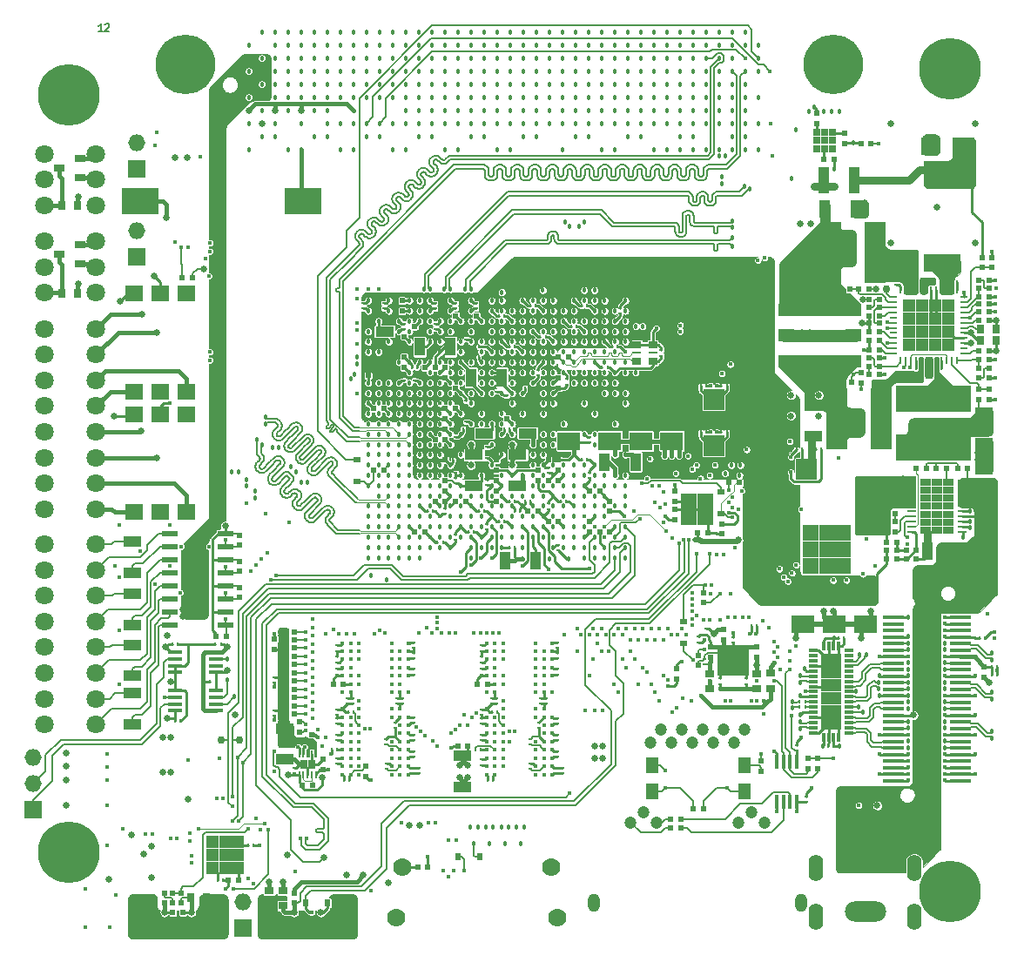
<source format=gbr>
G04 #@! TF.FileFunction,Copper,L12,Bot,Mixed*
%FSLAX46Y46*%
G04 Gerber Fmt 4.6, Leading zero omitted, Abs format (unit mm)*
G04 Created by KiCad (PCBNEW 4.0.6) date Wed May 10 11:08:12 2017*
%MOMM*%
%LPD*%
G01*
G04 APERTURE LIST*
%ADD10C,0.101600*%
%ADD11C,0.127000*%
%ADD12R,1.600000X1.600000*%
%ADD13C,1.200000*%
%ADD14O,1.200000X1.800000*%
%ADD15R,0.300000X0.280000*%
%ADD16R,0.280000X0.300000*%
%ADD17R,1.800000X1.000000*%
%ADD18R,1.000000X1.800000*%
%ADD19R,0.500000X0.500000*%
%ADD20R,2.230000X1.800000*%
%ADD21R,0.800000X0.900000*%
%ADD22R,0.900000X0.800000*%
%ADD23R,0.584200X0.685800*%
%ADD24R,0.685800X0.584200*%
%ADD25R,2.159000X0.406400*%
%ADD26R,0.508000X18.034000*%
%ADD27C,1.778000*%
%ADD28R,1.651000X1.651000*%
%ADD29O,1.651000X1.651000*%
%ADD30R,3.100000X3.300000*%
%ADD31R,2.000000X6.000000*%
%ADD32R,7.300000X2.600000*%
%ADD33R,3.600000X1.800000*%
%ADD34R,1.000000X2.600000*%
%ADD35C,0.762000*%
%ADD36R,0.230000X0.700000*%
%ADD37R,0.750000X0.900000*%
%ADD38R,0.850000X0.280000*%
%ADD39R,1.080000X0.780000*%
%ADD40R,1.300000X1.500000*%
%ADD41R,0.250000X0.700000*%
%ADD42R,0.700000X0.250000*%
%ADD43R,1.287500X1.287500*%
%ADD44R,1.000000X1.250000*%
%ADD45R,0.850000X0.300000*%
%ADD46R,0.300000X0.850000*%
%ADD47R,1.250000X1.250000*%
%ADD48R,1.000000X1.000000*%
%ADD49R,1.500000X0.600000*%
%ADD50R,1.780000X1.520000*%
%ADD51R,1.350000X0.450000*%
%ADD52R,1.000000X0.800000*%
%ADD53R,1.500000X1.500000*%
%ADD54R,0.800000X0.800000*%
%ADD55R,0.450000X1.350000*%
%ADD56R,0.850000X0.650000*%
%ADD57R,0.850000X0.250000*%
%ADD58C,5.800000*%
%ADD59C,1.800000*%
%ADD60R,3.660000X2.600000*%
%ADD61R,3.540000X2.600000*%
%ADD62R,1.500000X1.200000*%
%ADD63C,3.000000*%
%ADD64O,1.400000X2.600000*%
%ADD65O,4.000000X2.000000*%
%ADD66C,6.000000*%
%ADD67C,0.635000*%
%ADD68C,0.406400*%
%ADD69C,0.457200*%
%ADD70C,1.270000*%
%ADD71C,0.762000*%
%ADD72C,0.254000*%
%ADD73C,0.165100*%
%ADD74C,0.381000*%
%ADD75C,0.304800*%
%ADD76C,0.508000*%
%ADD77C,0.457200*%
%ADD78C,0.147320*%
%ADD79C,0.152400*%
%ADD80C,0.088900*%
%ADD81C,0.106680*%
G04 APERTURE END LIST*
D10*
D11*
X38582286Y-30755286D02*
X38618572Y-30719000D01*
X38691143Y-30682714D01*
X38872572Y-30682714D01*
X38945143Y-30719000D01*
X38981429Y-30755286D01*
X39017714Y-30827857D01*
X39017714Y-30900429D01*
X38981429Y-31009286D01*
X38546000Y-31444714D01*
X39017714Y-31444714D01*
X38417714Y-31444714D02*
X37982286Y-31444714D01*
X38200000Y-31444714D02*
X38200000Y-30682714D01*
X38127429Y-30791571D01*
X38054857Y-30864143D01*
X37982286Y-30900429D01*
D12*
X95400000Y-78700000D03*
X97000000Y-78700000D03*
X95400000Y-77100000D03*
X97000000Y-77100000D03*
D13*
X91661000Y-100596000D03*
X93693000Y-100596000D03*
X95725000Y-100596000D03*
X97757000Y-100596000D03*
X99789000Y-100596000D03*
X92677000Y-99326000D03*
X94709000Y-99326000D03*
X96741000Y-99326000D03*
X98773000Y-99326000D03*
X100805000Y-99326000D03*
X89723000Y-108346000D03*
X90993000Y-107326000D03*
X92263000Y-108346000D03*
X100203000Y-108346000D03*
X101473000Y-107326000D03*
X102743000Y-108346000D03*
D14*
X86148000Y-116156000D03*
X106318000Y-116156000D03*
D15*
X62200000Y-96765000D03*
X62200000Y-96235000D03*
X66000000Y-103165000D03*
X66000000Y-102635000D03*
D16*
X61835000Y-104200000D03*
X62365000Y-104200000D03*
D15*
X65900000Y-100765000D03*
X65900000Y-100235000D03*
X61200000Y-102135000D03*
X61200000Y-102665000D03*
X66800000Y-98635000D03*
X66800000Y-99165000D03*
X61200000Y-91135000D03*
X61200000Y-91665000D03*
D16*
X61165000Y-101300000D03*
X60635000Y-101300000D03*
D15*
X68600000Y-91835000D03*
X68600000Y-92365000D03*
X61200000Y-97335000D03*
X61200000Y-97865000D03*
X61200000Y-100365000D03*
X61200000Y-99835000D03*
X68600000Y-93435000D03*
X68600000Y-93965000D03*
D16*
X62235000Y-97600000D03*
X62765000Y-97600000D03*
D15*
X61200000Y-98235000D03*
X61200000Y-98765000D03*
X67500000Y-96235000D03*
X67500000Y-96765000D03*
X68600000Y-90835000D03*
X68600000Y-91365000D03*
X62700000Y-96235000D03*
X62700000Y-96765000D03*
X68600000Y-99835000D03*
X68600000Y-100365000D03*
X67000000Y-96765000D03*
X67000000Y-96235000D03*
X61200000Y-93435000D03*
X61200000Y-93965000D03*
X68600000Y-101965000D03*
X68600000Y-101435000D03*
X69100000Y-103035000D03*
X69100000Y-103565000D03*
X61200000Y-92235000D03*
X61200000Y-92765000D03*
X68600000Y-103565000D03*
X68600000Y-103035000D03*
D17*
X73400000Y-104900000D03*
X73400000Y-101900000D03*
D15*
X76200000Y-96765000D03*
X76200000Y-96235000D03*
X80000000Y-103165000D03*
X80000000Y-102635000D03*
D16*
X75835000Y-104200000D03*
X76365000Y-104200000D03*
D15*
X80000000Y-100765000D03*
X80000000Y-100235000D03*
X75200000Y-102235000D03*
X75200000Y-102765000D03*
X80800000Y-98635000D03*
X80800000Y-99165000D03*
X75200000Y-91135000D03*
X75200000Y-91665000D03*
D16*
X75165000Y-101300000D03*
X74635000Y-101300000D03*
D15*
X82600000Y-91835000D03*
X82600000Y-92365000D03*
X75200000Y-97335000D03*
X75200000Y-97865000D03*
X75200000Y-100365000D03*
X75200000Y-99835000D03*
X82600000Y-93435000D03*
X82600000Y-93965000D03*
D16*
X76235000Y-97600000D03*
X76765000Y-97600000D03*
D15*
X75200000Y-98235000D03*
X75200000Y-98765000D03*
X81500000Y-96235000D03*
X81500000Y-96765000D03*
X82600000Y-90835000D03*
X82600000Y-91365000D03*
X76700000Y-96235000D03*
X76700000Y-96765000D03*
X82600000Y-99835000D03*
X82600000Y-100365000D03*
X81000000Y-96765000D03*
X81000000Y-96235000D03*
X75200000Y-93435000D03*
X75200000Y-93965000D03*
X82600000Y-101965000D03*
X82600000Y-101435000D03*
X83100000Y-103035000D03*
X83100000Y-103565000D03*
X75200000Y-92235000D03*
X75200000Y-92765000D03*
X82600000Y-103565000D03*
X82600000Y-103035000D03*
D17*
X56100000Y-102200000D03*
X56100000Y-99200000D03*
D15*
X55100000Y-94765000D03*
X55100000Y-94235000D03*
X55100000Y-97435000D03*
X55100000Y-97965000D03*
X68600000Y-98665000D03*
X68600000Y-98135000D03*
X82600000Y-98765000D03*
X82600000Y-98235000D03*
D17*
X124100000Y-74000000D03*
X124100000Y-77000000D03*
D18*
X118600000Y-82000000D03*
X121600000Y-82000000D03*
D15*
X57000000Y-103565000D03*
X57000000Y-103035000D03*
D19*
X59800000Y-102200000D03*
X59800000Y-103200000D03*
X115443000Y-77300000D03*
X115443000Y-78300000D03*
X115600000Y-81900000D03*
X114600000Y-81900000D03*
X116500000Y-81900000D03*
X117500000Y-81900000D03*
D20*
X106426000Y-89090000D03*
X106426000Y-86170000D03*
X112522000Y-89090000D03*
X112522000Y-86170000D03*
X109474000Y-89090000D03*
X109474000Y-86170000D03*
D17*
X124100000Y-71500000D03*
X124100000Y-68500000D03*
X107500000Y-70800000D03*
X107500000Y-67800000D03*
D18*
X111600000Y-48700000D03*
X108600000Y-48700000D03*
X118500000Y-42600000D03*
X121500000Y-42600000D03*
D19*
X113900000Y-59100000D03*
X112900000Y-59100000D03*
X124600000Y-62500000D03*
X123600000Y-62500000D03*
X112900000Y-57500000D03*
X113900000Y-57500000D03*
X124579000Y-65100000D03*
X123579000Y-65100000D03*
X112900000Y-59800000D03*
X113900000Y-59800000D03*
X124600000Y-63300000D03*
X123600000Y-63300000D03*
D15*
X115500000Y-56065000D03*
X115500000Y-55535000D03*
D16*
X119965000Y-64200000D03*
X119435000Y-64200000D03*
D19*
X124600000Y-57900000D03*
X123600000Y-57900000D03*
X112900000Y-62400000D03*
X113900000Y-62400000D03*
D21*
X125250000Y-60400000D03*
X123750000Y-60400000D03*
D19*
X124600000Y-55600000D03*
X123600000Y-55600000D03*
X113900000Y-64800000D03*
X112900000Y-64800000D03*
D21*
X125250000Y-61500000D03*
X123750000Y-61500000D03*
D19*
X124600000Y-57200000D03*
X123600000Y-57200000D03*
X113900000Y-63200000D03*
X112900000Y-63200000D03*
D16*
X121465000Y-55800000D03*
X120935000Y-55800000D03*
X117435000Y-64200000D03*
X117965000Y-64200000D03*
X106161000Y-97155000D03*
X106691000Y-97155000D03*
X106161000Y-96647000D03*
X106691000Y-96647000D03*
X110465000Y-90400000D03*
X109935000Y-90400000D03*
X108935000Y-100900000D03*
X109465000Y-100900000D03*
D19*
X51600000Y-114000000D03*
X50600000Y-114000000D03*
X46200000Y-117100000D03*
X45200000Y-117100000D03*
D16*
X108265000Y-72100000D03*
X107735000Y-72100000D03*
X105844757Y-72100000D03*
X106374757Y-72100000D03*
X97065000Y-70400000D03*
X96535000Y-70400000D03*
X98535000Y-70400000D03*
X99065000Y-70400000D03*
X97065000Y-65900000D03*
X96535000Y-65900000D03*
X98535000Y-65900000D03*
X99065000Y-65900000D03*
D19*
X51689000Y-80399000D03*
X51689000Y-81399000D03*
X51689000Y-82939000D03*
X51689000Y-83939000D03*
X51689000Y-85479000D03*
X51689000Y-86479000D03*
X49400000Y-90300000D03*
X50400000Y-90300000D03*
D16*
X48835000Y-94700000D03*
X49365000Y-94700000D03*
X45435000Y-98500000D03*
X45965000Y-98500000D03*
X49865000Y-91000000D03*
X49335000Y-91000000D03*
X45135000Y-91000000D03*
X45665000Y-91000000D03*
D17*
X79700000Y-70500000D03*
X79700000Y-67500000D03*
D20*
X83700000Y-71260000D03*
X83700000Y-68340000D03*
D17*
X75500000Y-70500000D03*
X75500000Y-67500000D03*
D20*
X93700000Y-71260000D03*
X93700000Y-68340000D03*
D17*
X65800000Y-60600000D03*
X65800000Y-63600000D03*
D20*
X87700000Y-71260000D03*
X87700000Y-68340000D03*
X90700000Y-71260000D03*
X90700000Y-68340000D03*
D17*
X78700000Y-72600000D03*
X78700000Y-75600000D03*
X74500000Y-72600000D03*
X74500000Y-75600000D03*
D18*
X74200000Y-65100000D03*
X77200000Y-65100000D03*
X80500000Y-82900000D03*
X77500000Y-82900000D03*
X87200000Y-73300000D03*
X90200000Y-73300000D03*
D16*
X79965000Y-77100000D03*
X79435000Y-77100000D03*
X78435000Y-78100000D03*
X78965000Y-78100000D03*
D18*
X69200000Y-62100000D03*
X72200000Y-62100000D03*
D19*
X96200000Y-80200000D03*
X97200000Y-80200000D03*
X94000000Y-78900000D03*
X94000000Y-77900000D03*
X98600000Y-79300000D03*
X98600000Y-80300000D03*
X94000000Y-76100000D03*
X94000000Y-77100000D03*
D15*
X81700000Y-74365000D03*
X81700000Y-73835000D03*
D22*
X55900000Y-116450000D03*
X55900000Y-114950000D03*
D15*
X97100000Y-89535000D03*
X97100000Y-90065000D03*
X96266000Y-90816000D03*
X96266000Y-90286000D03*
D16*
X101992000Y-89281000D03*
X101462000Y-89281000D03*
D15*
X99700000Y-90335000D03*
X99700000Y-90865000D03*
D19*
X107800000Y-40400000D03*
X107800000Y-39400000D03*
D15*
X98425000Y-94880000D03*
X98425000Y-94350000D03*
X100965000Y-94880000D03*
X100965000Y-94350000D03*
D19*
X110500000Y-41300000D03*
X110500000Y-42300000D03*
D15*
X105900000Y-101365000D03*
X105900000Y-100835000D03*
X106800000Y-106365000D03*
X106800000Y-105835000D03*
X96900000Y-92965000D03*
X96900000Y-92435000D03*
D23*
X75055000Y-111700000D03*
X72945000Y-111700000D03*
D24*
X63100000Y-75155000D03*
X63100000Y-73045000D03*
X98500000Y-78355000D03*
X98500000Y-76245000D03*
D23*
X60255000Y-116200000D03*
X58145000Y-116200000D03*
D24*
X94900000Y-90955000D03*
X94900000Y-88845000D03*
D21*
X46950000Y-115700000D03*
X48450000Y-115700000D03*
X35929000Y-48387000D03*
X34429000Y-48387000D03*
X35929000Y-56896000D03*
X34429000Y-56896000D03*
D22*
X54600000Y-114950000D03*
X54600000Y-116450000D03*
X103300000Y-93850000D03*
X103300000Y-95350000D03*
X101981000Y-93865000D03*
X101981000Y-95365000D03*
X97409000Y-95365000D03*
X97409000Y-93865000D03*
D25*
X121758500Y-104293000D03*
X121758500Y-103658000D03*
X121758500Y-103023000D03*
X121758500Y-102388000D03*
X121758500Y-101753000D03*
X121758500Y-101118000D03*
X121758500Y-100483000D03*
X121758500Y-99848000D03*
X121758500Y-99213000D03*
X121758500Y-98578000D03*
X121758500Y-97943000D03*
X121758500Y-97308000D03*
X121758500Y-96673000D03*
X121758500Y-96038000D03*
X121758500Y-95403000D03*
X121758500Y-94768000D03*
X121758500Y-94133000D03*
X121758500Y-93498000D03*
X121758500Y-92863000D03*
X121758500Y-92228000D03*
X121758500Y-91593000D03*
X121758500Y-90958000D03*
X121758500Y-90323000D03*
X121758500Y-89688000D03*
X121758500Y-89053000D03*
X121758500Y-88418000D03*
X115281500Y-104293000D03*
X115281500Y-103658000D03*
X115281500Y-103023000D03*
X115281500Y-102388000D03*
X115281500Y-101753000D03*
X115281500Y-101118000D03*
X115281500Y-100483000D03*
X115281500Y-99848000D03*
X115281500Y-99213000D03*
X115281500Y-98578000D03*
X115281500Y-97943000D03*
X115281500Y-97308000D03*
X115281500Y-96673000D03*
X115281500Y-96038000D03*
X115281500Y-95403000D03*
X115281500Y-94768000D03*
X115281500Y-94133000D03*
X115281500Y-93498000D03*
X115281500Y-92863000D03*
X115281500Y-92228000D03*
X115281500Y-91593000D03*
X115281500Y-90958000D03*
X115281500Y-90323000D03*
X115281500Y-89688000D03*
X115281500Y-89053000D03*
X115281500Y-88418000D03*
D26*
X118520000Y-96355500D03*
D27*
X67500000Y-112700000D03*
X82000000Y-112700000D03*
X82600000Y-117650000D03*
X66900000Y-117650000D03*
D28*
X31600000Y-107140000D03*
D29*
X31600000Y-104600000D03*
X31600000Y-102060000D03*
D28*
X52000000Y-118640000D03*
D29*
X52000000Y-116100000D03*
D28*
X41656000Y-44831000D03*
D29*
X41656000Y-42291000D03*
D28*
X41656000Y-53340000D03*
D29*
X41656000Y-50800000D03*
D30*
X113246000Y-78740000D03*
X102146000Y-78740000D03*
D31*
X113450000Y-52900000D03*
X109150000Y-52900000D03*
D32*
X119200000Y-67150000D03*
X119200000Y-71850000D03*
D33*
X120015000Y-53903000D03*
X120015000Y-44903000D03*
D31*
X114050000Y-69100000D03*
X109750000Y-69100000D03*
D19*
X72700000Y-77100000D03*
X73700000Y-77100000D03*
X70700000Y-77100000D03*
X71700000Y-77100000D03*
X56000000Y-91400000D03*
X57000000Y-91400000D03*
X56000000Y-94600000D03*
X57000000Y-94600000D03*
X56000000Y-93000000D03*
X57000000Y-93000000D03*
X56000000Y-90600000D03*
X57000000Y-90600000D03*
X56000000Y-92200000D03*
X57000000Y-92200000D03*
X56000000Y-96200000D03*
X57000000Y-96200000D03*
X56000000Y-89800000D03*
X57000000Y-89800000D03*
X56000000Y-93800000D03*
X57000000Y-93800000D03*
X56000000Y-97000000D03*
X57000000Y-97000000D03*
X56000000Y-97800000D03*
X57000000Y-97800000D03*
X56000000Y-95400000D03*
X57000000Y-95400000D03*
X57500000Y-98600000D03*
X57500000Y-99600000D03*
X75800000Y-94900000D03*
X74800000Y-94900000D03*
X61800000Y-94900000D03*
X60800000Y-94900000D03*
X58800000Y-104700000D03*
X57800000Y-104700000D03*
X122500000Y-73900000D03*
X121500000Y-73900000D03*
X119400000Y-73900000D03*
X120400000Y-73900000D03*
X118483000Y-73914000D03*
X117483000Y-73914000D03*
X115443000Y-80100000D03*
X115443000Y-79100000D03*
X114600000Y-81100000D03*
X115600000Y-81100000D03*
X102400000Y-102400000D03*
X102400000Y-103400000D03*
X115600000Y-82700000D03*
X114600000Y-82700000D03*
X117500000Y-82700000D03*
X116500000Y-82700000D03*
X95800000Y-107000000D03*
X96800000Y-107000000D03*
X112900000Y-58293000D03*
X113900000Y-58293000D03*
X124600000Y-64200000D03*
X123600000Y-64200000D03*
X110000000Y-56500000D03*
X111000000Y-56500000D03*
X111900000Y-56500000D03*
X112900000Y-56500000D03*
X123600000Y-67200000D03*
X123600000Y-66200000D03*
X124600000Y-66200000D03*
X124600000Y-67200000D03*
X124600000Y-56400000D03*
X123600000Y-56400000D03*
X112900000Y-64000000D03*
X113900000Y-64000000D03*
X123600000Y-58700000D03*
X124600000Y-58700000D03*
X113900000Y-60600000D03*
X112900000Y-60600000D03*
X112900000Y-61500000D03*
X113900000Y-61500000D03*
X123900000Y-53400000D03*
X123900000Y-54400000D03*
X124800000Y-54400000D03*
X124800000Y-53400000D03*
X110200000Y-65500000D03*
X111200000Y-65500000D03*
X112100000Y-64600000D03*
X112100000Y-65600000D03*
X124079000Y-93200000D03*
X124079000Y-94200000D03*
X70000000Y-112700000D03*
X69000000Y-112700000D03*
X65700000Y-74100000D03*
X64700000Y-74100000D03*
X71700000Y-65100000D03*
X71700000Y-64100000D03*
X45200000Y-115200000D03*
X45200000Y-116200000D03*
X46000000Y-116200000D03*
X46000000Y-115200000D03*
D17*
X41275000Y-84050000D03*
X41275000Y-81050000D03*
X41275000Y-89130000D03*
X41275000Y-86130000D03*
X41275000Y-94083000D03*
X41275000Y-91083000D03*
X41275000Y-98782000D03*
X41275000Y-95782000D03*
D19*
X67700000Y-63100000D03*
X67700000Y-64100000D03*
X47100000Y-55400000D03*
X46100000Y-55400000D03*
X96800000Y-86000000D03*
X96800000Y-87000000D03*
X87700000Y-78100000D03*
X87700000Y-77100000D03*
X100300000Y-75300000D03*
X99300000Y-75300000D03*
X82700000Y-73100000D03*
X82700000Y-74100000D03*
X81700000Y-75100000D03*
X82700000Y-75100000D03*
X96266000Y-92083000D03*
X96266000Y-93083000D03*
X107900000Y-103100000D03*
X107900000Y-102100000D03*
X107000000Y-103100000D03*
X107000000Y-102100000D03*
X112100000Y-42300000D03*
X113100000Y-42300000D03*
X94600000Y-108900000D03*
X93600000Y-108900000D03*
X94600000Y-108000000D03*
X93600000Y-108000000D03*
X82700000Y-66100000D03*
X82700000Y-65100000D03*
X83700000Y-63100000D03*
X82700000Y-63100000D03*
D34*
X111500000Y-45900000D03*
X108500000Y-45900000D03*
D35*
X51700000Y-100300000D03*
X114600000Y-56500000D03*
X49900000Y-100300000D03*
D36*
X57500000Y-103750000D03*
X57900000Y-103750000D03*
X58300000Y-103750000D03*
X58700000Y-103750000D03*
X59100000Y-103750000D03*
X57500000Y-101650000D03*
X57900000Y-101650000D03*
X58300000Y-101650000D03*
X58700000Y-101650000D03*
X59100000Y-101650000D03*
D37*
X57925000Y-102700000D03*
X58675000Y-102700000D03*
D38*
X121975000Y-77597000D03*
X121975000Y-78097000D03*
X121975000Y-78597000D03*
X121975000Y-79097000D03*
X121975000Y-79597000D03*
X121975000Y-80097000D03*
X121975000Y-77097000D03*
X121975000Y-76597000D03*
X121975000Y-76097000D03*
X121975000Y-75597000D03*
X121975000Y-75097000D03*
X117025000Y-80097000D03*
X117025000Y-79597000D03*
X117025000Y-79097000D03*
X117025000Y-78597000D03*
X117025000Y-78097000D03*
X117025000Y-77597000D03*
X117025000Y-77097000D03*
X117025000Y-76597000D03*
X117025000Y-76097000D03*
X117025000Y-75597000D03*
X117025000Y-75097000D03*
D39*
X120580000Y-79937000D03*
X119500000Y-79937000D03*
X118420000Y-79937000D03*
X120580000Y-79157000D03*
X120580000Y-78377000D03*
X120580000Y-77597000D03*
X120580000Y-76817000D03*
X120580000Y-76037000D03*
X120580000Y-75257000D03*
X119500000Y-75257000D03*
X119500000Y-76037000D03*
X119500000Y-76817000D03*
X119500000Y-77597000D03*
X119500000Y-78377000D03*
X119500000Y-79157000D03*
X118420000Y-79157000D03*
X118420000Y-78377000D03*
X118420000Y-77597000D03*
X118420000Y-76817000D03*
X118420000Y-76037000D03*
X118420000Y-75257000D03*
D40*
X91800000Y-102830000D03*
X91800000Y-105370000D03*
X100800000Y-102830000D03*
X100800000Y-105370000D03*
D41*
X115950000Y-56600000D03*
X116450000Y-56600000D03*
X116950000Y-56600000D03*
X117450000Y-56600000D03*
X117950000Y-56600000D03*
X118450000Y-56600000D03*
X118950000Y-56600000D03*
X119450000Y-56600000D03*
X119950000Y-56600000D03*
X120450000Y-56600000D03*
X120950000Y-56600000D03*
X121450000Y-56600000D03*
D42*
X122100000Y-57250000D03*
X122100000Y-57750000D03*
X122100000Y-58250000D03*
X122100000Y-58750000D03*
X122100000Y-59250000D03*
X122100000Y-59750000D03*
X122100000Y-60250000D03*
X122100000Y-60750000D03*
X122100000Y-61250000D03*
X122100000Y-61750000D03*
X122100000Y-62250000D03*
X122100000Y-62750000D03*
D41*
X121450000Y-63400000D03*
X120950000Y-63400000D03*
X120450000Y-63400000D03*
X119950000Y-63400000D03*
X119450000Y-63400000D03*
X118950000Y-63400000D03*
X118450000Y-63400000D03*
X117950000Y-63400000D03*
X117450000Y-63400000D03*
X116950000Y-63400000D03*
X116450000Y-63400000D03*
X115950000Y-63400000D03*
D42*
X115300000Y-62750000D03*
X115300000Y-62250000D03*
X115300000Y-61750000D03*
X115300000Y-61250000D03*
X115300000Y-60750000D03*
X115300000Y-60250000D03*
X115300000Y-59750000D03*
X115300000Y-59250000D03*
X115300000Y-58750000D03*
X115300000Y-58250000D03*
X115300000Y-57750000D03*
X115300000Y-57250000D03*
D43*
X120631250Y-61931250D03*
X119343750Y-61931250D03*
X118056250Y-61931250D03*
X116768750Y-61931250D03*
X120631250Y-60643750D03*
X119343750Y-60643750D03*
X118056250Y-60643750D03*
X116768750Y-60643750D03*
X120631250Y-59356250D03*
X119343750Y-59356250D03*
X118056250Y-59356250D03*
X116768750Y-59356250D03*
X120631250Y-58068750D03*
X119343750Y-58068750D03*
X118056250Y-58068750D03*
X116768750Y-58068750D03*
D44*
X109720000Y-97506000D03*
D45*
X110945000Y-95631000D03*
X110945000Y-96131000D03*
X110945000Y-96631000D03*
X110945000Y-97131000D03*
X110945000Y-97631000D03*
X110945000Y-98131000D03*
X110945000Y-98631000D03*
X110945000Y-99131000D03*
X110945000Y-99631000D03*
X110945000Y-95131000D03*
X110945000Y-94631000D03*
X110945000Y-94131000D03*
X110945000Y-93631000D03*
X110945000Y-93131000D03*
X110945000Y-92631000D03*
X110945000Y-92131000D03*
X110945000Y-91631000D03*
X107495000Y-95631000D03*
X107495000Y-95131000D03*
X107495000Y-94631000D03*
X107495000Y-94131000D03*
X107495000Y-93631000D03*
X107495000Y-93131000D03*
X107495000Y-92631000D03*
X107495000Y-92131000D03*
X107495000Y-91631000D03*
X107495000Y-96131000D03*
X107495000Y-96631000D03*
X107495000Y-97131000D03*
X107495000Y-97631000D03*
X107495000Y-98131000D03*
X107495000Y-98631000D03*
X107495000Y-99131000D03*
X107495000Y-99631000D03*
D46*
X109970000Y-100106000D03*
X109470000Y-100106000D03*
X108970000Y-100106000D03*
X108470000Y-100106000D03*
X109970000Y-91156000D03*
X109470000Y-91156000D03*
X108970000Y-91156000D03*
X108470000Y-91156000D03*
D44*
X109720000Y-96256000D03*
X109720000Y-98756000D03*
X108720000Y-98756000D03*
X108720000Y-97506000D03*
X108720000Y-96256000D03*
X108720000Y-95006000D03*
X108720000Y-93756000D03*
X108720000Y-92506000D03*
X109720000Y-92506000D03*
X109720000Y-93756000D03*
X109720000Y-95006000D03*
D47*
X49050000Y-110250000D03*
X49050000Y-112750000D03*
X51550000Y-110250000D03*
X50300000Y-112750000D03*
X49050000Y-111500000D03*
X50300000Y-111500000D03*
X51550000Y-111500000D03*
X50300000Y-110250000D03*
X51550000Y-112750000D03*
D48*
X98300000Y-66700000D03*
X98300000Y-67700000D03*
X97300000Y-67700000D03*
X97300000Y-66700000D03*
X98300000Y-71200000D03*
X98300000Y-72200000D03*
X97300000Y-72200000D03*
X97300000Y-71200000D03*
X106300000Y-73500000D03*
X107300000Y-73500000D03*
X107300000Y-74500000D03*
X106300000Y-74500000D03*
D49*
X44925000Y-89154000D03*
X44925000Y-87884000D03*
X44925000Y-86614000D03*
X44925000Y-85344000D03*
X44925000Y-84074000D03*
X44925000Y-82804000D03*
X44925000Y-81534000D03*
X44925000Y-80264000D03*
X50325000Y-80264000D03*
X50325000Y-81534000D03*
X50325000Y-82804000D03*
X50325000Y-84074000D03*
X50325000Y-85344000D03*
X50325000Y-86614000D03*
X50325000Y-87884000D03*
X50325000Y-89154000D03*
D50*
X41460000Y-56938000D03*
X41460000Y-66462000D03*
X44000000Y-66462000D03*
X46540000Y-66462000D03*
X46540000Y-56938000D03*
X44000000Y-56938000D03*
X41460000Y-68638000D03*
X41460000Y-78162000D03*
X44000000Y-78162000D03*
X46540000Y-78162000D03*
X46540000Y-68638000D03*
X44000000Y-68638000D03*
D51*
X49375000Y-97475000D03*
X49375000Y-96825000D03*
X49375000Y-96175000D03*
X49375000Y-95525000D03*
X45425000Y-97475000D03*
X45425000Y-96825000D03*
X45425000Y-96175000D03*
X45425000Y-95525000D03*
X45425000Y-91825000D03*
X45425000Y-92475000D03*
X45425000Y-93125000D03*
X45425000Y-93775000D03*
X49375000Y-91825000D03*
X49375000Y-92475000D03*
X49375000Y-93125000D03*
X49375000Y-93775000D03*
D12*
X108800000Y-81800000D03*
X110400000Y-81800000D03*
X110400000Y-83400000D03*
X108800000Y-83400000D03*
X107200000Y-83400000D03*
X107200000Y-81800000D03*
X107200000Y-80200000D03*
X108800000Y-80200000D03*
X110400000Y-80200000D03*
D52*
X36179000Y-43754000D03*
X34179000Y-44704000D03*
X36179000Y-45654000D03*
X36179000Y-52136000D03*
X34179000Y-53086000D03*
X36179000Y-54036000D03*
D53*
X98945000Y-93333000D03*
X98945000Y-91833000D03*
X100445000Y-91833000D03*
X100445000Y-93333000D03*
D54*
X109385000Y-42837000D03*
X108585000Y-42837000D03*
X107785000Y-42837000D03*
X107785000Y-42037000D03*
X108585000Y-42037000D03*
X109385000Y-42037000D03*
X109385000Y-41237000D03*
X108585000Y-41237000D03*
X107785000Y-41237000D03*
D55*
X105875000Y-102425000D03*
X105225000Y-102425000D03*
X104575000Y-102425000D03*
X103925000Y-102425000D03*
X105875000Y-106375000D03*
X105225000Y-106375000D03*
X104575000Y-106375000D03*
X103925000Y-106375000D03*
D56*
X90325000Y-61875000D03*
X90325000Y-63525000D03*
X91875000Y-61875000D03*
X91875000Y-63525000D03*
D57*
X90325000Y-62700000D03*
X91875000Y-62700000D03*
D58*
X46454300Y-34616700D03*
X109455700Y-34616700D03*
D59*
X32719000Y-67865000D03*
X32719000Y-65365000D03*
X32719000Y-62865000D03*
X32719000Y-60365000D03*
X32719000Y-70365000D03*
X32719000Y-72865000D03*
X32719000Y-75365000D03*
X32719000Y-77865000D03*
X37719000Y-60365000D03*
X37719000Y-62865000D03*
X37719000Y-65365000D03*
X37719000Y-67865000D03*
X37719000Y-70365000D03*
X37719000Y-72865000D03*
X37719000Y-75365000D03*
X37719000Y-77865000D03*
X32719000Y-88820000D03*
X32719000Y-86320000D03*
X32719000Y-83820000D03*
X32719000Y-81320000D03*
X32719000Y-91320000D03*
X32719000Y-93820000D03*
X32719000Y-96320000D03*
X32719000Y-98820000D03*
X37719000Y-81320000D03*
X37719000Y-83820000D03*
X37719000Y-86320000D03*
X37719000Y-88820000D03*
X37719000Y-91320000D03*
X37719000Y-93820000D03*
X37719000Y-96320000D03*
X37719000Y-98820000D03*
X32719000Y-56856000D03*
X32719000Y-54356000D03*
X32719000Y-51856000D03*
X37719000Y-51856000D03*
X37719000Y-54356000D03*
X37719000Y-56856000D03*
X32719000Y-48347000D03*
X32719000Y-45847000D03*
X32719000Y-43347000D03*
X37719000Y-43347000D03*
X37719000Y-45847000D03*
X37719000Y-48347000D03*
D16*
X124830000Y-93980000D03*
X125360000Y-93980000D03*
X124830000Y-93218000D03*
X125360000Y-93218000D03*
X123635000Y-90400000D03*
X124165000Y-90400000D03*
D15*
X71700000Y-77835000D03*
X71700000Y-78365000D03*
D16*
X75465000Y-78100000D03*
X74935000Y-78100000D03*
X70935000Y-81100000D03*
X71465000Y-81100000D03*
D15*
X72700000Y-80335000D03*
X72700000Y-80865000D03*
X75700000Y-79335000D03*
X75700000Y-79865000D03*
X81700000Y-77335000D03*
X81700000Y-77865000D03*
D16*
X73935000Y-80100000D03*
X74465000Y-80100000D03*
X69935000Y-78100000D03*
X70465000Y-78100000D03*
D15*
X73700000Y-61365000D03*
X73700000Y-60835000D03*
X72700000Y-70835000D03*
X72700000Y-71365000D03*
X73700000Y-67335000D03*
X73700000Y-67865000D03*
X77700000Y-66835000D03*
X77700000Y-67365000D03*
X72700000Y-74365000D03*
X72700000Y-73835000D03*
X73700000Y-69365000D03*
X73700000Y-68835000D03*
D16*
X79435000Y-66100000D03*
X79965000Y-66100000D03*
D15*
X68700000Y-65365000D03*
X68700000Y-64835000D03*
X76700000Y-66435000D03*
X76700000Y-66965000D03*
X75700000Y-75565000D03*
X75700000Y-75035000D03*
X75700000Y-72935000D03*
X75700000Y-73465000D03*
D16*
X74965000Y-62100000D03*
X74435000Y-62100000D03*
D15*
X72700000Y-74835000D03*
X72700000Y-75365000D03*
D16*
X72435000Y-73100000D03*
X72965000Y-73100000D03*
X73435000Y-70100000D03*
X73965000Y-70100000D03*
X77435000Y-70100000D03*
X77965000Y-70100000D03*
D15*
X67700000Y-65365000D03*
X67700000Y-64835000D03*
D16*
X84935000Y-73100000D03*
X85465000Y-73100000D03*
D15*
X75700000Y-71835000D03*
X75700000Y-72365000D03*
D16*
X74965000Y-63100000D03*
X74435000Y-63100000D03*
X77935000Y-81600000D03*
X78465000Y-81600000D03*
D15*
X82700000Y-81865000D03*
X82700000Y-81335000D03*
D16*
X78465000Y-77100000D03*
X77935000Y-77100000D03*
X76935000Y-79100000D03*
X77465000Y-79100000D03*
X82935000Y-77100000D03*
X83465000Y-77100000D03*
D15*
X85700000Y-74865000D03*
X85700000Y-74335000D03*
X92700000Y-62965000D03*
X92700000Y-62435000D03*
D19*
X64000000Y-103900000D03*
X64000000Y-102900000D03*
X72900000Y-100900000D03*
X73900000Y-100900000D03*
X55100000Y-90500000D03*
X55100000Y-91500000D03*
X58700000Y-99800000D03*
X58700000Y-100800000D03*
X124600000Y-59500000D03*
X123600000Y-59500000D03*
X80700000Y-75100000D03*
X80700000Y-74100000D03*
X77700000Y-69100000D03*
X77700000Y-68100000D03*
X67700000Y-61100000D03*
X67700000Y-62100000D03*
X70700000Y-71100000D03*
X70700000Y-72100000D03*
X81700000Y-73100000D03*
X80700000Y-73100000D03*
X71700000Y-73100000D03*
X71700000Y-72100000D03*
X72700000Y-66100000D03*
X72700000Y-67100000D03*
X76700000Y-77100000D03*
X76700000Y-76100000D03*
X72700000Y-68100000D03*
X72700000Y-69100000D03*
X76700000Y-73100000D03*
X76700000Y-72100000D03*
X71700000Y-76100000D03*
X71700000Y-75100000D03*
X72700000Y-59100000D03*
X72700000Y-60100000D03*
X64200000Y-64900000D03*
X64200000Y-63900000D03*
X74700000Y-59100000D03*
X74700000Y-60100000D03*
X67500000Y-57600000D03*
X67500000Y-58600000D03*
X68700000Y-60100000D03*
X69700000Y-60100000D03*
X69700000Y-64100000D03*
X70700000Y-64100000D03*
X71700000Y-69100000D03*
X71700000Y-68100000D03*
X71700000Y-71100000D03*
X71700000Y-70100000D03*
X79700000Y-78100000D03*
X80700000Y-78100000D03*
X82700000Y-79100000D03*
X81700000Y-79100000D03*
X65700000Y-68100000D03*
X64700000Y-68100000D03*
X69700000Y-80100000D03*
X68700000Y-80100000D03*
X86700000Y-80100000D03*
X87700000Y-80100000D03*
X85700000Y-79100000D03*
X85700000Y-80100000D03*
X85700000Y-76100000D03*
X86700000Y-76100000D03*
X94200000Y-93400000D03*
X94200000Y-94400000D03*
X98800000Y-89600000D03*
X98800000Y-90600000D03*
X102000000Y-92300000D03*
X102000000Y-91300000D03*
X108500000Y-43900000D03*
X109500000Y-43900000D03*
X97500000Y-92300000D03*
X97500000Y-91300000D03*
X44400000Y-115200000D03*
X44400000Y-116200000D03*
X76700000Y-74100000D03*
X76700000Y-75100000D03*
X57000000Y-115200000D03*
X57000000Y-116200000D03*
D15*
X70700000Y-59835000D03*
X70700000Y-60365000D03*
D16*
X68965000Y-64100000D03*
X68435000Y-64100000D03*
D15*
X70700000Y-57835000D03*
X70700000Y-58365000D03*
X67700000Y-59835000D03*
X67700000Y-60365000D03*
X72700000Y-57835000D03*
X72700000Y-58365000D03*
X65700000Y-57835000D03*
X65700000Y-58365000D03*
X74700000Y-57835000D03*
X74700000Y-58365000D03*
X63700000Y-57835000D03*
X63700000Y-58365000D03*
D16*
X85465000Y-58100000D03*
X84935000Y-58100000D03*
X79935000Y-58100000D03*
X80465000Y-58100000D03*
X83935000Y-60100000D03*
X84465000Y-60100000D03*
X76935000Y-59100000D03*
X77465000Y-59100000D03*
D15*
X88700000Y-58335000D03*
X88700000Y-58865000D03*
D16*
X80935000Y-61100000D03*
X81465000Y-61100000D03*
X87935000Y-62100000D03*
X88465000Y-62100000D03*
X77935000Y-62100000D03*
X78465000Y-62100000D03*
D15*
X85700000Y-71365000D03*
X85700000Y-70835000D03*
D16*
X87465000Y-64100000D03*
X86935000Y-64100000D03*
D15*
X83500000Y-65765000D03*
X83500000Y-65235000D03*
X80700000Y-64335000D03*
X80700000Y-64865000D03*
D60*
X57870000Y-47900000D03*
D61*
X42070000Y-47900000D03*
D62*
X104850000Y-58500000D03*
X104850000Y-61000000D03*
X104850000Y-63500000D03*
X111350000Y-58500000D03*
X111350000Y-61000000D03*
X111350000Y-63500000D03*
D16*
X52535000Y-110600000D03*
X53065000Y-110600000D03*
X49535000Y-114000000D03*
X50065000Y-114000000D03*
D63*
X112522000Y-110998000D03*
D64*
X107772000Y-117498000D03*
X107772000Y-112798000D03*
X117272000Y-117498000D03*
X117272000Y-112798000D03*
D65*
X112522000Y-116998000D03*
D66*
X120810000Y-115090000D03*
X35080000Y-111280000D03*
X120810000Y-35080000D03*
X35080000Y-37620000D03*
D67*
X44700000Y-90200000D03*
D68*
X64500000Y-104200000D03*
X99900000Y-81600004D03*
X113500000Y-83400000D03*
X101300002Y-90000000D03*
X48800000Y-52000000D03*
D67*
X119400000Y-41800000D03*
X119400000Y-42500000D03*
X112500000Y-48100000D03*
X112500000Y-49300000D03*
D68*
X112100000Y-66200000D03*
D67*
X112300000Y-57500000D03*
X113600000Y-56500000D03*
X124700000Y-72400000D03*
X124700000Y-73100000D03*
X123500000Y-73100000D03*
X123500000Y-72400000D03*
X112200000Y-59800000D03*
D68*
X112400000Y-62400000D03*
X114400000Y-64800000D03*
X114400000Y-63200000D03*
D67*
X108000000Y-68800000D03*
X105300000Y-66800000D03*
X108000000Y-66800000D03*
D68*
X124800000Y-52800000D03*
X125200000Y-67200000D03*
X125200000Y-57900000D03*
X125200000Y-57200000D03*
X125200000Y-55600000D03*
X125200000Y-65100000D03*
X125200000Y-63300000D03*
D67*
X125300000Y-62500000D03*
X125300000Y-59500000D03*
D68*
X107315000Y-105029000D03*
D67*
X36000000Y-47500000D03*
X36000000Y-56000000D03*
D68*
X43600000Y-41200000D03*
X125349000Y-93599000D03*
X120269000Y-94107000D03*
X123189079Y-94107556D03*
X120269000Y-96012000D03*
X123190000Y-96012000D03*
X123190000Y-97917000D03*
X120269000Y-97917000D03*
X123190000Y-99822000D03*
X120269000Y-99822000D03*
X123190000Y-101727000D03*
X120269000Y-101727000D03*
X116713000Y-101727000D03*
X113919000Y-101727000D03*
X116713000Y-99822000D03*
X113919000Y-99822000D03*
D67*
X117221000Y-97917000D03*
D69*
X116713000Y-96012000D03*
X113919000Y-96012000D03*
X116713000Y-94107000D03*
X113919000Y-94107000D03*
D68*
X125100000Y-89800000D03*
D67*
X45000000Y-94700000D03*
X50500000Y-93600000D03*
D68*
X72800000Y-110100000D03*
D67*
X68199984Y-108600000D03*
D68*
X70699998Y-108400000D03*
X71500000Y-113000000D03*
X36700000Y-118500000D03*
X39100000Y-118500000D03*
D67*
X34800000Y-106700000D03*
X34800000Y-104200000D03*
X34800000Y-102900000D03*
X51300000Y-97900000D03*
D68*
X57100000Y-113100000D03*
X38800000Y-110600000D03*
D67*
X43100000Y-110700000D03*
X39000000Y-113900000D03*
X43100000Y-113700000D03*
D68*
X40300000Y-109000000D03*
X49734776Y-102126117D03*
D67*
X44200000Y-100100000D03*
X45000000Y-100100000D03*
X56300000Y-111500000D03*
X47000000Y-117100000D03*
X50300000Y-79500000D03*
D68*
X43500000Y-85200000D03*
X45900000Y-86000000D03*
X48700000Y-81500000D03*
X42000000Y-82000000D03*
X46000000Y-81500000D03*
X44900000Y-67600000D03*
X44900000Y-79400000D03*
X48700000Y-55200002D03*
X48800000Y-62600000D03*
D67*
X43400006Y-55200000D03*
X46600000Y-43700000D03*
D69*
X94400000Y-72700000D03*
D68*
X109400000Y-102100000D03*
X103700000Y-101400000D03*
X103900000Y-107300000D03*
X99100000Y-105000000D03*
X106300000Y-100100000D03*
D67*
X123200000Y-40400000D03*
X115000000Y-40400000D03*
X123200000Y-52000000D03*
X115000000Y-52000000D03*
X119500000Y-48500000D03*
X113700000Y-106700000D03*
X106200000Y-50100000D03*
X107200000Y-50100000D03*
X105300000Y-68800000D03*
X73900000Y-104000000D03*
X73100000Y-104000000D03*
D68*
X72300000Y-101100000D03*
X87000000Y-97500000D03*
X86200000Y-97500000D03*
D67*
X86200000Y-102100000D03*
X87000000Y-102100000D03*
D68*
X60600000Y-101700000D03*
X55100000Y-95200000D03*
X55100000Y-90000000D03*
X55100000Y-98400000D03*
X59300000Y-100100000D03*
D67*
X55900000Y-114100000D03*
X54600000Y-114100000D03*
D68*
X64500000Y-115000000D03*
D67*
X62100000Y-113500000D03*
X59600000Y-117100000D03*
D69*
X93000000Y-72700000D03*
X93700000Y-72700000D03*
D67*
X105800000Y-90400000D03*
X108500000Y-87800000D03*
X109400000Y-87800000D03*
X112100000Y-90400000D03*
X113100000Y-87800000D03*
D68*
X93800000Y-80700000D03*
X52400000Y-77300000D03*
D69*
X75200000Y-66600000D03*
X79200000Y-77600000D03*
X73200000Y-74600000D03*
D67*
X74200000Y-73600000D03*
X74200000Y-71600000D03*
D69*
X65200000Y-62600000D03*
X66200000Y-61600000D03*
D68*
X62500000Y-98900000D03*
D67*
X78200000Y-73600000D03*
D69*
X77200000Y-74600000D03*
D67*
X78200000Y-71600000D03*
D69*
X71200000Y-61600000D03*
X75200000Y-69600000D03*
X88200000Y-72600000D03*
X76200000Y-69600000D03*
X78200000Y-69600000D03*
X77200000Y-70600000D03*
X80200000Y-71600000D03*
D68*
X106300004Y-77900000D03*
D69*
X79000000Y-110400000D03*
X77500000Y-110400000D03*
X76000000Y-110400000D03*
X74500000Y-110400000D03*
D68*
X100200000Y-77900000D03*
X112300000Y-84200000D03*
X93300000Y-95100000D03*
X104267000Y-93472000D03*
X94742000Y-96266000D03*
X102616000Y-97790000D03*
X95631000Y-96520000D03*
X98425000Y-86106000D03*
D69*
X66200000Y-78600000D03*
X64200000Y-82600000D03*
X67200000Y-81600000D03*
X82200000Y-76600000D03*
X89200000Y-77600000D03*
X86200000Y-78600000D03*
X87200000Y-81600000D03*
X72200000Y-76600000D03*
D68*
X87600006Y-91700000D03*
X70200000Y-80600000D03*
D69*
X73200000Y-79600000D03*
X76200000Y-78600000D03*
X74200000Y-82600000D03*
X77200000Y-81600000D03*
X83200000Y-79600000D03*
X80200000Y-80600000D03*
X83700000Y-82700000D03*
D68*
X75700000Y-97300000D03*
X82100000Y-90900000D03*
X82100000Y-92500000D03*
X82100000Y-94100000D03*
X75700000Y-90900000D03*
X75700000Y-92500000D03*
X75700000Y-94100000D03*
X81300000Y-97300000D03*
X82100000Y-98900000D03*
X82100000Y-100500000D03*
X81300000Y-100500000D03*
X82100000Y-101300000D03*
X80500000Y-102900000D03*
X82100000Y-102900000D03*
X75700000Y-103700000D03*
X75700000Y-102900000D03*
X76500000Y-101300000D03*
X76500000Y-100500000D03*
X75700000Y-99700000D03*
X76500000Y-98900000D03*
X75700000Y-98900000D03*
X61700000Y-97300000D03*
X68100000Y-90900000D03*
X68100000Y-92500000D03*
X68100000Y-94100000D03*
X67300000Y-97300000D03*
X66500000Y-102900000D03*
X68100000Y-101300000D03*
X67300000Y-100500000D03*
X68100000Y-100500000D03*
X68100000Y-98900000D03*
X68100000Y-102900000D03*
X61700000Y-90900000D03*
X61700000Y-92500000D03*
X61700000Y-94100000D03*
X61700000Y-98900000D03*
X61700000Y-99700000D03*
X61700000Y-103700000D03*
X61700000Y-102900000D03*
X62500000Y-100500000D03*
X62500000Y-101300000D03*
D69*
X60198000Y-41656000D03*
X76200000Y-75600000D03*
X85200000Y-75600000D03*
X88200000Y-74600000D03*
X72200000Y-73600000D03*
X76200000Y-73600000D03*
X81200000Y-73600000D03*
X84200000Y-72600000D03*
X77200000Y-72600000D03*
X73200000Y-72600000D03*
X72200000Y-71600000D03*
X76200000Y-71600000D03*
X73200000Y-70600000D03*
X72200000Y-69600000D03*
X74200000Y-69600000D03*
X83200000Y-69600000D03*
X86200000Y-68600000D03*
X79200000Y-68600000D03*
X77200000Y-68600000D03*
X75200000Y-68600000D03*
X73200000Y-68600000D03*
X78200000Y-67600000D03*
X74200000Y-67600000D03*
X67200000Y-59600000D03*
X69200000Y-59600000D03*
X71200000Y-59600000D03*
X65200000Y-59600000D03*
X64200000Y-57600000D03*
X66200000Y-57600000D03*
X68200000Y-57600000D03*
X70200000Y-57600000D03*
X72200000Y-57600000D03*
X89200000Y-67600000D03*
X73200000Y-59600000D03*
X75200000Y-59600000D03*
X74200000Y-57600000D03*
X76199718Y-57600000D03*
X76200000Y-58600000D03*
X76199718Y-59600000D03*
X76199718Y-60600000D03*
X76200000Y-61600000D03*
X74200000Y-61600000D03*
X70200000Y-61600000D03*
X68200000Y-61600000D03*
X64200000Y-61600000D03*
X70200000Y-64600000D03*
X67200000Y-63600000D03*
X69200000Y-63600000D03*
X70200000Y-63600000D03*
X71200000Y-63600000D03*
X72200000Y-63600000D03*
X73200000Y-63600000D03*
X75200000Y-63600000D03*
X73200000Y-66600000D03*
X76200000Y-65600000D03*
X82200000Y-66600000D03*
X77200000Y-66600000D03*
X79200000Y-66600000D03*
X78200000Y-65600000D03*
X85200000Y-65600000D03*
X76200000Y-63600000D03*
X76200000Y-62600000D03*
X81200000Y-63600000D03*
X88200000Y-64600000D03*
X87200000Y-61600000D03*
X84200000Y-62600000D03*
X77200000Y-61600000D03*
X80200000Y-60600000D03*
X83200000Y-59600000D03*
X86200000Y-58600000D03*
X89200000Y-57600000D03*
X79200000Y-57600000D03*
X70200000Y-65600000D03*
X69200000Y-65600000D03*
X68200000Y-65600000D03*
X67200000Y-65600000D03*
X66200000Y-65600000D03*
X65200000Y-65600000D03*
X64200000Y-65600000D03*
X68200000Y-74600000D03*
X69200000Y-77600000D03*
X65200000Y-75600000D03*
X70200000Y-70600000D03*
X64200000Y-72600000D03*
X67200000Y-71600000D03*
X69200000Y-67600000D03*
X66200000Y-68600000D03*
X98298000Y-40386000D03*
X86868000Y-42926000D03*
X88138000Y-42926000D03*
X61468000Y-42926000D03*
X93218000Y-32766000D03*
X53848000Y-31496000D03*
X57658000Y-31496000D03*
X61468000Y-31496000D03*
X65278000Y-31496000D03*
X69088000Y-31496000D03*
X72898000Y-31496000D03*
X76708000Y-31496000D03*
X80518000Y-31496000D03*
X84328000Y-31496000D03*
X88138000Y-31496000D03*
X91948000Y-31496000D03*
X95758000Y-31496000D03*
X52578000Y-42926000D03*
X56388000Y-42926000D03*
X57658000Y-42926000D03*
X62738000Y-42926000D03*
X66548000Y-42926000D03*
X67818000Y-42926000D03*
X71628000Y-42926000D03*
X72898000Y-42926000D03*
X76708000Y-42926000D03*
X77978000Y-42926000D03*
X83058000Y-42926000D03*
X91948000Y-42926000D03*
X93218000Y-42926000D03*
X97028000Y-42926000D03*
X98298000Y-42926000D03*
X102108000Y-42926000D03*
X100838000Y-41656000D03*
X99568000Y-41656000D03*
X95758000Y-41656000D03*
X94488000Y-41656000D03*
X90678000Y-41656000D03*
X89408000Y-41656000D03*
X85598000Y-41656000D03*
X84328000Y-41656000D03*
X80518000Y-41656000D03*
X79248000Y-41656000D03*
X75438000Y-41656000D03*
X74168000Y-41656000D03*
X70358000Y-41656000D03*
X69088000Y-41656000D03*
X65278000Y-41656000D03*
X64008000Y-41656000D03*
X58928000Y-41656000D03*
X55118000Y-41656000D03*
X53848000Y-41656000D03*
X52578000Y-40386000D03*
X55118000Y-40386000D03*
X57658000Y-40386000D03*
X60198000Y-40386000D03*
X61468000Y-40386000D03*
X62738000Y-40386000D03*
X66548000Y-40386000D03*
X67818000Y-40386000D03*
X71628000Y-40386000D03*
X72898000Y-40386000D03*
X76708000Y-40386000D03*
X77978000Y-40386000D03*
X81788000Y-40386000D03*
X83058000Y-40386000D03*
X86868000Y-40386000D03*
X88138000Y-40386000D03*
X91948000Y-40386000D03*
X93218000Y-40386000D03*
X97028000Y-40386000D03*
X102108000Y-40386000D03*
X100838000Y-39116000D03*
X99568000Y-39116000D03*
X95758000Y-39116000D03*
X94488000Y-39116000D03*
X90678000Y-39116000D03*
X86868000Y-39116000D03*
X83058000Y-39116000D03*
X79248000Y-39116000D03*
X75438000Y-39116000D03*
X71628000Y-39116000D03*
X67818000Y-39116000D03*
X58928000Y-39116000D03*
X56388000Y-39116000D03*
X53848000Y-39116000D03*
X52578000Y-37846000D03*
X55118000Y-37846000D03*
X58928000Y-37846000D03*
X62738000Y-37846000D03*
X66548000Y-37846000D03*
X70358000Y-37846000D03*
X74168000Y-37846000D03*
X77978000Y-37846000D03*
X81788000Y-37846000D03*
X85598000Y-37846000D03*
X89408000Y-37846000D03*
X93218000Y-37846000D03*
X97028000Y-37846000D03*
X98298000Y-37846000D03*
X102108000Y-37846000D03*
X100838000Y-36576000D03*
X99568000Y-36576000D03*
X95758000Y-36576000D03*
X84328000Y-36576000D03*
X80518000Y-36576000D03*
X76708000Y-36576000D03*
X72898000Y-36576000D03*
X69088000Y-36576000D03*
X65278000Y-36576000D03*
X61468000Y-36576000D03*
X57658000Y-36576000D03*
X53848000Y-36576000D03*
X52578000Y-35306000D03*
X55118000Y-35306000D03*
X58928000Y-35306000D03*
X62738000Y-35306000D03*
X66548000Y-35306000D03*
X70358000Y-35306000D03*
X74168000Y-35306000D03*
X77978000Y-35306000D03*
X81788000Y-35306000D03*
X85598000Y-35306000D03*
X89408000Y-35306000D03*
X93218000Y-35306000D03*
X88138000Y-36576000D03*
X91948000Y-36576000D03*
X97028000Y-35306000D03*
X98298000Y-35306000D03*
X102108000Y-35306000D03*
X99568000Y-34036000D03*
X95758000Y-34036000D03*
X91948000Y-34036000D03*
X88138000Y-34036000D03*
X84328000Y-34036000D03*
X80518000Y-34036000D03*
X76708000Y-34036000D03*
X72898000Y-34036000D03*
X69088000Y-34036000D03*
X65278000Y-34036000D03*
X61468000Y-34036000D03*
X57658000Y-34036000D03*
X53848000Y-34036000D03*
X52578000Y-32766000D03*
X55118000Y-32766000D03*
X58928000Y-32766000D03*
X62738000Y-32766000D03*
X66548000Y-32766000D03*
X70358000Y-32766000D03*
X74168000Y-32766000D03*
X77978000Y-32766000D03*
X81788000Y-32766000D03*
X85598000Y-32766000D03*
X89408000Y-32766000D03*
X97028000Y-32766000D03*
X98298000Y-32766000D03*
X102108000Y-32766000D03*
X100838000Y-31496000D03*
X99568000Y-31496000D03*
X77200000Y-69600000D03*
D67*
X44600000Y-49500000D03*
X42400000Y-111400000D03*
X112100000Y-68400000D03*
X111400000Y-68400000D03*
X112100000Y-70500000D03*
X112100000Y-69800000D03*
X112100000Y-69100000D03*
X111400000Y-70500000D03*
X111400000Y-69800000D03*
X111400000Y-69100000D03*
D68*
X122100000Y-56800000D03*
D67*
X73900000Y-102800000D03*
X73100000Y-102800000D03*
X86200000Y-100900000D03*
X87000000Y-100900000D03*
D68*
X57400000Y-101000000D03*
D69*
X74200000Y-77600000D03*
X77200000Y-76600000D03*
D68*
X71200000Y-78600000D03*
D69*
X75200000Y-80600000D03*
X81200000Y-78600000D03*
X78200000Y-79600000D03*
X72200000Y-81600000D03*
X79200000Y-82700000D03*
X82200000Y-81600000D03*
D68*
X76500000Y-95700000D03*
X82100000Y-91700000D03*
X82100000Y-93300000D03*
X81300000Y-95700000D03*
X75700000Y-91700000D03*
X75700000Y-93300000D03*
X81300000Y-98100000D03*
X82100000Y-99700000D03*
X81300000Y-101300000D03*
X82100000Y-102100000D03*
X81300000Y-102900000D03*
X82100000Y-103700000D03*
X76500000Y-103700000D03*
X75700000Y-102100000D03*
X75700000Y-101300000D03*
X75700000Y-100500000D03*
X77300000Y-98900000D03*
X75700000Y-98100000D03*
X62500000Y-95700000D03*
X68100000Y-91700000D03*
X68100000Y-93300000D03*
X67300000Y-95700000D03*
X67300000Y-101300000D03*
X68100000Y-99700000D03*
X67300000Y-98100000D03*
X67300000Y-102900000D03*
X68100000Y-102100000D03*
X68100000Y-103700000D03*
X61700000Y-91700000D03*
X61700000Y-93300000D03*
X63300000Y-98900000D03*
X62500000Y-103700000D03*
X61700000Y-102100000D03*
X61700000Y-98100000D03*
X61700000Y-101300000D03*
X61700000Y-100500000D03*
D67*
X58100000Y-100300000D03*
D68*
X60300000Y-103200000D03*
X76500000Y-94100000D03*
X82100000Y-98100000D03*
X68100000Y-98100000D03*
X62500000Y-94100000D03*
D69*
X78200000Y-77600000D03*
X80200000Y-77600000D03*
D67*
X124700000Y-76100000D03*
X123500000Y-76100000D03*
X122500000Y-82600000D03*
X120700000Y-82600000D03*
X119200004Y-105900004D03*
X119200000Y-105200000D03*
X119200000Y-104500000D03*
X119200004Y-103100000D03*
X119200000Y-102400000D03*
X119200000Y-101700000D03*
X119200002Y-99800000D03*
X119200000Y-97900000D03*
X119200000Y-96000000D03*
X119200000Y-94100000D03*
X119200000Y-90300000D03*
X119199996Y-88400000D03*
X119200000Y-87000000D03*
X119200000Y-86300000D03*
X118500000Y-86300000D03*
X117800000Y-86300000D03*
X118500000Y-87000000D03*
X117800000Y-87000000D03*
X118500000Y-105900018D03*
X117800000Y-105900000D03*
X117800000Y-105200000D03*
X117800000Y-104500000D03*
X117800000Y-103100000D03*
X117800000Y-102400000D03*
X117800000Y-101700000D03*
X117800000Y-99800000D03*
X117800000Y-88400000D03*
X117800000Y-90300000D03*
X117800000Y-94100000D03*
X117800000Y-96000000D03*
X118700000Y-64900000D03*
X118700000Y-64200000D03*
X119000000Y-55700000D03*
X118200000Y-55700000D03*
X122800004Y-61700000D03*
X124587000Y-94742006D03*
D68*
X72000000Y-110100000D03*
D67*
X69200004Y-108600000D03*
X44200000Y-103500000D03*
X45000000Y-103500000D03*
D68*
X93100000Y-103300000D03*
D67*
X66200000Y-114200000D03*
D68*
X116586000Y-81280000D03*
D69*
X122700000Y-78100000D03*
D67*
X59700000Y-104000000D03*
X100200000Y-80900000D03*
X122900000Y-46300000D03*
X122900000Y-45600000D03*
X122900000Y-44900000D03*
X122900000Y-44200000D03*
X122200000Y-44200000D03*
X122200000Y-44900000D03*
X122200000Y-45600000D03*
X122200000Y-46300000D03*
D68*
X98600000Y-64700000D03*
X112649000Y-80772000D03*
X124400000Y-88100000D03*
D67*
X46700000Y-106100000D03*
X44500000Y-91300000D03*
X44700000Y-98200000D03*
X48200000Y-54500000D03*
X34800000Y-101600000D03*
X41200000Y-109600000D03*
D68*
X53600000Y-110600000D03*
X44900000Y-83408802D03*
X39600000Y-83400000D03*
D67*
X45400000Y-43700000D03*
D68*
X105900000Y-107300000D03*
X103649802Y-92837000D03*
D69*
X109500000Y-90392800D03*
X106600000Y-93400000D03*
X106200000Y-96000000D03*
X106200000Y-97900000D03*
X108400000Y-100900000D03*
X110000000Y-100900000D03*
D68*
X98100000Y-65895182D03*
X98100000Y-70395180D03*
X50300000Y-114800000D03*
X58000000Y-101000000D03*
D67*
X56400000Y-103700000D03*
D68*
X92200000Y-60300000D03*
X105300000Y-72800000D03*
X96500000Y-80900000D03*
X96000000Y-80900000D03*
X110700000Y-84800000D03*
X94700000Y-92700000D03*
D69*
X109474000Y-44831000D03*
X111378996Y-42291000D03*
X89200000Y-82600000D03*
X88200000Y-79600000D03*
X85200000Y-80600000D03*
X72200000Y-70600000D03*
X72200000Y-68600000D03*
X111633000Y-95631000D03*
X73200000Y-64600000D03*
X72200000Y-64600000D03*
X71200000Y-64600000D03*
X74200000Y-63600000D03*
X62738000Y-39116000D03*
D67*
X57658000Y-39116000D03*
X55118000Y-39116000D03*
X53848000Y-40386000D03*
X52578000Y-39116000D03*
X116205000Y-74930000D03*
X103300000Y-61200000D03*
X103000000Y-69100000D03*
X104000000Y-69100000D03*
D70*
X104500000Y-81100000D03*
X102600000Y-81100002D03*
D67*
X104800000Y-77700000D03*
X104800000Y-78400000D03*
X104800000Y-79100000D03*
X104817400Y-79800000D03*
X104100000Y-79800000D03*
X104100000Y-79100000D03*
X104100000Y-78400000D03*
X104100000Y-77700000D03*
X73200000Y-71600000D03*
X66200000Y-62600000D03*
X79200000Y-71600000D03*
X77200000Y-71600000D03*
D69*
X76200000Y-68600000D03*
X79200000Y-73600000D03*
X80200000Y-66600000D03*
X76200000Y-74600000D03*
X74200000Y-74600000D03*
X73200000Y-73600000D03*
X75200000Y-73600000D03*
X77200000Y-73600000D03*
X76200000Y-72600000D03*
X72200000Y-72600000D03*
X75200000Y-71600000D03*
X74200000Y-70600000D03*
X73200000Y-69600000D03*
X79200000Y-69600000D03*
X78200000Y-68600000D03*
X74200000Y-68600000D03*
X77200000Y-67600000D03*
X73200000Y-67600000D03*
X69200000Y-60600000D03*
X73200000Y-60600000D03*
X75200000Y-60600000D03*
X68200000Y-62600000D03*
X70200000Y-62600000D03*
X74200000Y-62600000D03*
X69200000Y-64600000D03*
X65200000Y-64600000D03*
X67200000Y-64600000D03*
D68*
X96900000Y-90600000D03*
X97400000Y-94600000D03*
X101900000Y-90000000D03*
X99700000Y-89900000D03*
D67*
X117100000Y-69400000D03*
X117800000Y-69400000D03*
X118500000Y-69400000D03*
X117100000Y-70100000D03*
X117800000Y-70100000D03*
X118500000Y-70100000D03*
X119200000Y-69400000D03*
X119200000Y-70100000D03*
D69*
X64200000Y-60600000D03*
D67*
X101981000Y-93091000D03*
D68*
X101981000Y-94615000D03*
D69*
X64200000Y-58600000D03*
X71200000Y-60600000D03*
X67200000Y-60600000D03*
X70200000Y-58600000D03*
X68200000Y-58600000D03*
X66200000Y-58600000D03*
X72200000Y-58600000D03*
X74200000Y-58600000D03*
X64200000Y-62600000D03*
X68200000Y-63600000D03*
D68*
X105400000Y-98000000D03*
X105300000Y-74300000D03*
X101000000Y-72100000D03*
D67*
X110600000Y-51100000D03*
X111300000Y-51100000D03*
X111300000Y-51800000D03*
X111300000Y-52500000D03*
X111300000Y-53200000D03*
X111300000Y-53900000D03*
X110600000Y-53900000D03*
D68*
X116900000Y-64100000D03*
D69*
X75200000Y-74600000D03*
X79200000Y-74600000D03*
X75200000Y-65600000D03*
X76200000Y-64600000D03*
X71200000Y-62600000D03*
D68*
X99400000Y-86100000D03*
X100500006Y-76100000D03*
X99300000Y-78200000D03*
X99300000Y-76000000D03*
X99300000Y-77200000D03*
X94000000Y-75500000D03*
X93100000Y-77400000D03*
X93100000Y-78600000D03*
D67*
X97790000Y-89997898D03*
D69*
X107600000Y-38800000D03*
X87200000Y-76600000D03*
X84200000Y-77600000D03*
X73200000Y-75600000D03*
X77200000Y-75600000D03*
X83200000Y-74600000D03*
X80200000Y-74600000D03*
X86200000Y-73600000D03*
X72200000Y-66600000D03*
X73200000Y-65600000D03*
X74200000Y-66600000D03*
X76200000Y-66600000D03*
X78200000Y-66600000D03*
X78200000Y-70600000D03*
D68*
X55100000Y-103400000D03*
D67*
X48300000Y-87600000D03*
X47600000Y-87600000D03*
X46900000Y-87600000D03*
X46200000Y-87600000D03*
X46200000Y-88300000D03*
X48300000Y-88300000D03*
X47600000Y-88300000D03*
X46900000Y-88300000D03*
X50500000Y-91300000D03*
D69*
X65200000Y-80600000D03*
X68200000Y-79600000D03*
X69200000Y-82600000D03*
X70200000Y-75600000D03*
X64200000Y-77600000D03*
X67200000Y-76600000D03*
X69200000Y-72600000D03*
X66200000Y-73600000D03*
X65200000Y-70600000D03*
X68200000Y-69600000D03*
X67200000Y-66600000D03*
X64200000Y-67600000D03*
D67*
X53848000Y-35306000D03*
X53848000Y-37846000D03*
X52578000Y-36576000D03*
X52578000Y-34036000D03*
D68*
X125200000Y-58700000D03*
X114700000Y-61700000D03*
D67*
X122800000Y-60677697D03*
D69*
X69200000Y-58600000D03*
X105410000Y-97231200D03*
X69200000Y-57600000D03*
X105410000Y-96570800D03*
D67*
X44400000Y-117100000D03*
X107100000Y-60700000D03*
X106400000Y-60700000D03*
X109500004Y-61300000D03*
X108800000Y-61300000D03*
X108100000Y-61300000D03*
X107400000Y-61300000D03*
X106700000Y-61300000D03*
X106000002Y-61300000D03*
D68*
X97500000Y-65895188D03*
X97506444Y-70395183D03*
X89200000Y-62600000D03*
D69*
X85200000Y-67600000D03*
X89200000Y-72600000D03*
X82200000Y-71600000D03*
X85200000Y-70600000D03*
X88200000Y-69600000D03*
X81200000Y-68600000D03*
X87200000Y-66600000D03*
X80200000Y-65600000D03*
X83200000Y-64600000D03*
X79200000Y-62600000D03*
X86200000Y-63600000D03*
X82200000Y-61600000D03*
X85200000Y-60600000D03*
X81200000Y-58600000D03*
X88200000Y-59600000D03*
X84200000Y-57600000D03*
X78200000Y-59600000D03*
X82200000Y-74600000D03*
D67*
X57000000Y-117100000D03*
D68*
X96100000Y-82200000D03*
X96520000Y-96012000D03*
X102616000Y-96520000D03*
X98425000Y-95377000D03*
X100965000Y-95377000D03*
X97409000Y-93091000D03*
D69*
X98298000Y-43561000D03*
X97028000Y-39116000D03*
D68*
X94550000Y-60000000D03*
D69*
X75200000Y-61600000D03*
X98933000Y-43561000D03*
X98298000Y-39116000D03*
X75200000Y-62600000D03*
D68*
X94550000Y-60600000D03*
X68200000Y-77600000D03*
X73500000Y-113000000D03*
D69*
X64200000Y-75600000D03*
X102108000Y-34036000D03*
D68*
X114700000Y-60300000D03*
X105200000Y-71300000D03*
X98100000Y-82300000D03*
X72000000Y-113600000D03*
X43200000Y-109500000D03*
X51500000Y-102000000D03*
X51000000Y-108200000D03*
D69*
X88200000Y-81600000D03*
D68*
X114700000Y-59700000D03*
X109900000Y-72900000D03*
X98800000Y-82300000D03*
X72500000Y-113000002D03*
X42500000Y-109500000D03*
X52000000Y-102500000D03*
X51600000Y-108200000D03*
D69*
X89200000Y-79600000D03*
D68*
X99400000Y-63800000D03*
X89096756Y-78603244D03*
D69*
X60198000Y-39116000D03*
D68*
X103300000Y-40400000D03*
X99600000Y-78700000D03*
X90800000Y-75400000D03*
D69*
X85200000Y-82600000D03*
D68*
X97400000Y-82200000D03*
X58700000Y-117100000D03*
X95758000Y-92583006D03*
X97000000Y-85300000D03*
D69*
X85200000Y-79600000D03*
D67*
X49600000Y-117300000D03*
X48800000Y-117300000D03*
X48300000Y-118700000D03*
X43100000Y-118700000D03*
X41700000Y-117300000D03*
X42600000Y-117300000D03*
X63700000Y-113500000D03*
X55200000Y-117300000D03*
X54300000Y-117300000D03*
X55700000Y-118700000D03*
X60899986Y-118700000D03*
X61400000Y-117300000D03*
X62300000Y-117300000D03*
D68*
X116713000Y-104267000D03*
X123190000Y-103632000D03*
X120269000Y-103632000D03*
X113919000Y-103632000D03*
X116713000Y-103632000D03*
X116713000Y-102997000D03*
X116713000Y-102362000D03*
D69*
X120269000Y-101092000D03*
X116713000Y-101092000D03*
X120269000Y-100457000D03*
X116713000Y-100457000D03*
X112268000Y-97663000D03*
X111887000Y-97155000D03*
X120269000Y-97282000D03*
X116713000Y-97282000D03*
X120269000Y-96647000D03*
X116713000Y-96647000D03*
X113871798Y-95377000D03*
X113871776Y-94742000D03*
X120269000Y-93472000D03*
X116713000Y-93472000D03*
X120269000Y-92837000D03*
X116713000Y-92837000D03*
X112606278Y-92067004D03*
X111945878Y-92067004D03*
X116713000Y-90297000D03*
X116713000Y-88392000D03*
D68*
X120269000Y-102997000D03*
X120269000Y-104267000D03*
X120269000Y-102362000D03*
X120269000Y-90297000D03*
D69*
X120269000Y-90932000D03*
X116713000Y-90932000D03*
D68*
X105800000Y-91200000D03*
X102100000Y-53700000D03*
X120269000Y-89026998D03*
X100838000Y-34036000D03*
X91800000Y-75600000D03*
D69*
X65278000Y-40386000D03*
D68*
X86200000Y-79600000D03*
X120269000Y-88391992D03*
X105200000Y-91700000D03*
X102752255Y-53431700D03*
X120269000Y-89662015D03*
X103251000Y-35306000D03*
X92500000Y-75600000D03*
D69*
X64008000Y-40386000D03*
D68*
X87200000Y-80600000D03*
D69*
X120269000Y-98552000D03*
X116713000Y-98552000D03*
X124841000Y-99491800D03*
X124841000Y-100152200D03*
X120269000Y-99187000D03*
X116713000Y-99187000D03*
X124841000Y-96342200D03*
X120269000Y-94742000D03*
X116713000Y-94742000D03*
X120269000Y-95377000D03*
X116713000Y-95377000D03*
X124841000Y-95681800D03*
X124841000Y-92532200D03*
X124841000Y-91871800D03*
X120269000Y-91567000D03*
X116713000Y-91567000D03*
D68*
X70000000Y-111700000D03*
D69*
X68200000Y-82600000D03*
X79355600Y-108800000D03*
X74144400Y-108800000D03*
X69200000Y-79600000D03*
X74855600Y-108800000D03*
X69200000Y-78600000D03*
X68200000Y-80600000D03*
X75644400Y-108800000D03*
X69200000Y-80600000D03*
X76355600Y-108800000D03*
X68200000Y-81600000D03*
X77144400Y-108800000D03*
X69200000Y-81600000D03*
X77855600Y-108800000D03*
X67200000Y-82600000D03*
X78644400Y-108800000D03*
D68*
X125300000Y-56400000D03*
X122700000Y-59300000D03*
X93200000Y-80000000D03*
X87200000Y-79600000D03*
D69*
X99600000Y-49900000D03*
X100838000Y-42926000D03*
X71600000Y-56500000D03*
X72200000Y-60600000D03*
X100838000Y-37846000D03*
X87200000Y-64600000D03*
X99600000Y-50500000D03*
X72200000Y-56500000D03*
X72200000Y-59600000D03*
X99568000Y-42926000D03*
X99568000Y-37846000D03*
X87200000Y-63600000D03*
X86200000Y-62600000D03*
X98298000Y-36576000D03*
X87200000Y-62600000D03*
X97028000Y-36576000D03*
X99600000Y-51500000D03*
X73600000Y-56500000D03*
X74200000Y-60600000D03*
X95758000Y-40386000D03*
X100800000Y-46500000D03*
X95758000Y-42926000D03*
X69600000Y-56500000D03*
X70200000Y-60600000D03*
X95758000Y-37846000D03*
X81200000Y-67600000D03*
X62900000Y-64800000D03*
X67200000Y-68600000D03*
X95758000Y-35306000D03*
X95758000Y-32766000D03*
X83200000Y-60600000D03*
X99600000Y-52300000D03*
X74200000Y-56500000D03*
X74200000Y-59600000D03*
X94488000Y-40386000D03*
X101318835Y-46707534D03*
X94488000Y-42926000D03*
X70200000Y-56500000D03*
X70200000Y-59600000D03*
X94488000Y-37846000D03*
X82200000Y-67600000D03*
X94488000Y-36576000D03*
X85200000Y-57600000D03*
X62500000Y-65200000D03*
X66200000Y-67600000D03*
X94488000Y-35306000D03*
X94488000Y-34036000D03*
X70200000Y-66600000D03*
X94488000Y-32766000D03*
X84200000Y-60600000D03*
X94488000Y-31496000D03*
X83200000Y-58600000D03*
X63098350Y-63119000D03*
X67200000Y-69600000D03*
X93218000Y-39116000D03*
X93218000Y-36576000D03*
X85200000Y-56600000D03*
X93218000Y-34036000D03*
X69200000Y-66600000D03*
X93218000Y-31496000D03*
X84200000Y-58600000D03*
X63098350Y-63754000D03*
X66200000Y-69600000D03*
X91948000Y-39116000D03*
X91948000Y-37846000D03*
X88200000Y-66600000D03*
X91948000Y-35306000D03*
X68200000Y-67600000D03*
X91948000Y-32766000D03*
X81200000Y-64600000D03*
X90678000Y-40386000D03*
X65200000Y-66600000D03*
X90678000Y-37846000D03*
X89200000Y-66600000D03*
X87200000Y-65600000D03*
X90678000Y-36576000D03*
X90678000Y-35306000D03*
X68200000Y-66600000D03*
X90678000Y-34036000D03*
X70200000Y-68600000D03*
X90678000Y-32766000D03*
X82200000Y-64600000D03*
X90678000Y-31496000D03*
X86200000Y-65600000D03*
X89408000Y-40386000D03*
X66200000Y-66600000D03*
X89408000Y-39116000D03*
X65200000Y-67600000D03*
X88200000Y-65600000D03*
X89408000Y-36576000D03*
X89408000Y-34036000D03*
X70200000Y-67600000D03*
X89408000Y-31496000D03*
X86200000Y-64600000D03*
X88138000Y-39116000D03*
X64200000Y-66600000D03*
X81200000Y-66600000D03*
X88138000Y-37846000D03*
X88138000Y-35306000D03*
X69200000Y-69600000D03*
X84200000Y-65600000D03*
X88138000Y-32766000D03*
X81200000Y-65600000D03*
X86868000Y-37846000D03*
X90200000Y-64600000D03*
X86868000Y-36576000D03*
X86868000Y-35306000D03*
X69200000Y-68600000D03*
X86868000Y-34036000D03*
X71200000Y-69600000D03*
X85200000Y-64600000D03*
X86868000Y-32766000D03*
X86868000Y-31496000D03*
X88200000Y-63600000D03*
X83347780Y-49946780D03*
X85181220Y-49946780D03*
X85598000Y-40386000D03*
X69200000Y-71600000D03*
X85598000Y-39116000D03*
X68200000Y-68600000D03*
X89200000Y-64600000D03*
X85598000Y-36576000D03*
X85598000Y-34036000D03*
X70200000Y-69600000D03*
X89200000Y-63600000D03*
X85598000Y-31496000D03*
X83784220Y-50383220D03*
X84744780Y-50383220D03*
X69200000Y-70600000D03*
X84328000Y-40386000D03*
X84328000Y-39116000D03*
X67200000Y-67600000D03*
X80200000Y-64600000D03*
X84328000Y-37846000D03*
X71200000Y-72600000D03*
X84328000Y-35306000D03*
X88200000Y-62600000D03*
X84328000Y-32766000D03*
X80200000Y-63600000D03*
X83058000Y-37846000D03*
X78200000Y-64600000D03*
X83058000Y-36576000D03*
X71200000Y-71600000D03*
X83058000Y-35306000D03*
X83058000Y-34036000D03*
X70200000Y-73600000D03*
X89200000Y-61600000D03*
X83058000Y-32766000D03*
X90866704Y-60090600D03*
X79200000Y-61600000D03*
X83058000Y-31496000D03*
X81788000Y-39116000D03*
X65200000Y-68600000D03*
X79200000Y-64600000D03*
X81788000Y-36576000D03*
X81788000Y-34036000D03*
X69200000Y-73600000D03*
X90219004Y-60090600D03*
X79200000Y-60600000D03*
X81788000Y-31496000D03*
X80518000Y-40386000D03*
X65200000Y-69600000D03*
X80518000Y-39116000D03*
X64200000Y-68600000D03*
X80518000Y-37846000D03*
X88200000Y-58600000D03*
X80518000Y-35306000D03*
X70200000Y-74600000D03*
X88200000Y-61600000D03*
X80518000Y-32766000D03*
X79248000Y-40386000D03*
X64200000Y-69600000D03*
X79248000Y-37846000D03*
X89200000Y-58600000D03*
X89200000Y-60600000D03*
X79248000Y-36576000D03*
X79248000Y-35306000D03*
X69200000Y-74600000D03*
X79248000Y-34036000D03*
X71200000Y-74600000D03*
X88200000Y-60600000D03*
X79248000Y-32766000D03*
X87200000Y-60600000D03*
X79248000Y-31496000D03*
X54241700Y-68961000D03*
X77978000Y-39116000D03*
X66200000Y-76600000D03*
X89200000Y-59600000D03*
X77978000Y-36576000D03*
X77978000Y-34036000D03*
X71200000Y-75600000D03*
X87200000Y-59600000D03*
X77978000Y-31496000D03*
X54229000Y-69596000D03*
X76708000Y-39116000D03*
X66200000Y-77600000D03*
X76708000Y-37846000D03*
X87200000Y-58600000D03*
X76708000Y-35306000D03*
X64200000Y-71600000D03*
X86200000Y-60600000D03*
X76708000Y-32766000D03*
X67200000Y-79600000D03*
X53900000Y-71600000D03*
X75438000Y-40386000D03*
X75438000Y-37846000D03*
X87200000Y-57600000D03*
X86200000Y-57600000D03*
X75438000Y-36576000D03*
X75438000Y-35306000D03*
X64200000Y-70600000D03*
X75438000Y-34036000D03*
X70200000Y-72600000D03*
X86200000Y-59600000D03*
X75438000Y-32766000D03*
X75438000Y-31496000D03*
X85200000Y-62600000D03*
X67200000Y-80600000D03*
X53385082Y-71114918D03*
X74168000Y-40386000D03*
X74168000Y-39116000D03*
X68200000Y-73600000D03*
X86200000Y-56600000D03*
X74168000Y-36576000D03*
X74168000Y-34036000D03*
X70200000Y-71600000D03*
X74168000Y-31496000D03*
X86200000Y-61600000D03*
X72898000Y-39116000D03*
X68200000Y-72600000D03*
X72898000Y-37846000D03*
X84200000Y-59600000D03*
X72897992Y-35306000D03*
X71200000Y-76600000D03*
X72898000Y-32766000D03*
X84200000Y-61600000D03*
X71628000Y-37846000D03*
X85200000Y-59600000D03*
X83200000Y-62600000D03*
X71628000Y-36576000D03*
X71628000Y-35306000D03*
X70200000Y-76600000D03*
X71628000Y-34036000D03*
X65200000Y-76600000D03*
X71628000Y-32766000D03*
X85200000Y-61600000D03*
X71628000Y-31496000D03*
X84200000Y-64600000D03*
X98552000Y-46228000D03*
X100838000Y-40386000D03*
X70358000Y-40386000D03*
X65200000Y-74600000D03*
X70358000Y-39116000D03*
X67200000Y-77600000D03*
X83200000Y-61600000D03*
X70358000Y-36576000D03*
X70358000Y-34036000D03*
X65200000Y-77600000D03*
X70358000Y-31496000D03*
X85200000Y-63600000D03*
X98552000Y-45593000D03*
X99568000Y-40386000D03*
X69088000Y-40386000D03*
X64200000Y-74600000D03*
X69088000Y-39116000D03*
X67200000Y-78600000D03*
X82200000Y-60600000D03*
X69088000Y-37846000D03*
X51608918Y-74222640D03*
X67200000Y-73600000D03*
X69088000Y-35306000D03*
X82200000Y-63600000D03*
X69088000Y-32766000D03*
X82200000Y-59600000D03*
X67818000Y-37846000D03*
X67818000Y-36576000D03*
X82200000Y-58600000D03*
X50961218Y-74222640D03*
X67200000Y-72600000D03*
X67818000Y-35306000D03*
X69200000Y-75600000D03*
X67818000Y-34036000D03*
X82200000Y-62600000D03*
X67818000Y-32766000D03*
X81200000Y-60600000D03*
X67818000Y-31496000D03*
D68*
X38800000Y-103000000D03*
X47700000Y-108958150D03*
X54100000Y-108500000D03*
X63100000Y-57400000D03*
X65200000Y-56500000D03*
D69*
X71200000Y-68600000D03*
X66548000Y-36576000D03*
X82200000Y-57600000D03*
X68200000Y-75600000D03*
X66548000Y-34036000D03*
X81200000Y-59600000D03*
X66548000Y-31496000D03*
X81185650Y-56600000D03*
X65278000Y-37846000D03*
X69200000Y-76600000D03*
X65278000Y-35306000D03*
X65278000Y-32766000D03*
X80200000Y-62600000D03*
D68*
X46900006Y-110200000D03*
X38800000Y-104200000D03*
X53303244Y-107996756D03*
D69*
X81200000Y-57600000D03*
X64008000Y-37846000D03*
X64008000Y-36576000D03*
X80200000Y-58600000D03*
X68200000Y-76600000D03*
X64008000Y-35306000D03*
X54889004Y-71880404D03*
X65200000Y-72600000D03*
X64008000Y-34036000D03*
X64008000Y-32766000D03*
X81200000Y-62600000D03*
X64008000Y-31496000D03*
X78200000Y-63600000D03*
X62738000Y-36576000D03*
X80200000Y-57600000D03*
X55500000Y-71900000D03*
X65200000Y-71600000D03*
X62738000Y-34036000D03*
X62738000Y-31496000D03*
X79200000Y-63600000D03*
D68*
X46900000Y-109400000D03*
X38800000Y-101700000D03*
X53700000Y-109100000D03*
X63100000Y-56500000D03*
X71200000Y-67600000D03*
D69*
X79200000Y-59600000D03*
X61468000Y-37846000D03*
X66200000Y-74600000D03*
X56642000Y-73787000D03*
X61468000Y-35306000D03*
X78200000Y-58600000D03*
X61468000Y-32766000D03*
X80200000Y-59600000D03*
X60198000Y-37846000D03*
X80200000Y-61600000D03*
X60198000Y-36576000D03*
X57150000Y-74295000D03*
X66200000Y-75600000D03*
X60198000Y-35306000D03*
X58293000Y-75311000D03*
X66200000Y-72600000D03*
X60198000Y-34036000D03*
X79200000Y-58600000D03*
X60198000Y-32766000D03*
X77200000Y-59600000D03*
X60198000Y-31496000D03*
X81200000Y-61600000D03*
X58928000Y-36576000D03*
X57658000Y-75311000D03*
X66200000Y-71600000D03*
X58928000Y-34036000D03*
X77200000Y-58600000D03*
X58928000Y-31496000D03*
X77200000Y-56800000D03*
X57658000Y-37846000D03*
X52324000Y-74987150D03*
X57658000Y-35306000D03*
X65200000Y-73600000D03*
X57658000Y-32766000D03*
X77200000Y-60600000D03*
X77200000Y-57600000D03*
X56388000Y-37846000D03*
X77200000Y-63600000D03*
X56388000Y-36576000D03*
X52324000Y-75634850D03*
X56388000Y-35306000D03*
X64200000Y-73600000D03*
X53213000Y-76130150D03*
X67200000Y-74600000D03*
X56388000Y-34036000D03*
X56388000Y-32766000D03*
X78200000Y-60600000D03*
X56388000Y-31496000D03*
X78200000Y-62600000D03*
X77200000Y-62600000D03*
X55118000Y-36576000D03*
X53213000Y-76777850D03*
X67200000Y-75600000D03*
X55118000Y-34036000D03*
X55118000Y-31496000D03*
X78200000Y-61600000D03*
D68*
X38800000Y-106700000D03*
X54500000Y-109100000D03*
X51100000Y-114800000D03*
X63100000Y-66600000D03*
D69*
X72200000Y-67600000D03*
D67*
X107600000Y-46500000D03*
X109500000Y-46500000D03*
X43600000Y-60700000D03*
X42200000Y-58900000D03*
X42100000Y-70299996D03*
X43600000Y-72900000D03*
D68*
X98933000Y-96520000D03*
X101473000Y-96520000D03*
X99441000Y-96520000D03*
X101981004Y-96520000D03*
X113800000Y-42300000D03*
X105800000Y-83300000D03*
D69*
X84200000Y-79600000D03*
D68*
X111900000Y-106700000D03*
X95300000Y-72700000D03*
D69*
X71200000Y-70600000D03*
D68*
X54200000Y-78300000D03*
D69*
X71200000Y-73600000D03*
D68*
X56500000Y-79200000D03*
D69*
X72200000Y-77600000D03*
X71200000Y-77600000D03*
D68*
X91300000Y-90600000D03*
X58800000Y-94200000D03*
X91300000Y-93700000D03*
X80500000Y-93300000D03*
X66500000Y-93300000D03*
D69*
X80200000Y-78600000D03*
D68*
X58800000Y-91800000D03*
X86900000Y-91700000D03*
X86900000Y-89500000D03*
X77300000Y-92500000D03*
X63300000Y-92500000D03*
D69*
X80200000Y-76600000D03*
D68*
X89700000Y-90600000D03*
X58100000Y-91400000D03*
X89700000Y-91700000D03*
X80500000Y-92500000D03*
X66500000Y-92500000D03*
D69*
X77200000Y-77600000D03*
D68*
X58100000Y-94600000D03*
X90900000Y-93300000D03*
X90900000Y-89500000D03*
X81300000Y-93300000D03*
X67300000Y-93300000D03*
D69*
X79200000Y-78600000D03*
D68*
X58800000Y-92600000D03*
X86100000Y-92500000D03*
X86100000Y-89500000D03*
X76500000Y-92500000D03*
X62500000Y-92500000D03*
D69*
X78200000Y-76600000D03*
D68*
X58100000Y-93000000D03*
X90100000Y-92500000D03*
X90100000Y-89500000D03*
X81300000Y-92500000D03*
X67300000Y-92500000D03*
D69*
X77200000Y-78600000D03*
D68*
X58800000Y-90200000D03*
X86500000Y-90900000D03*
X86500000Y-90100000D03*
X76500000Y-91700000D03*
X62500000Y-91700000D03*
D69*
X79200000Y-76600000D03*
D68*
X58100000Y-90600000D03*
X94700000Y-89500000D03*
X81300000Y-91700000D03*
X67300000Y-91700000D03*
D69*
X81200000Y-77600000D03*
D68*
X58800000Y-88600000D03*
X84900000Y-90100000D03*
X76500000Y-90900000D03*
X62500000Y-90900000D03*
D69*
X74200000Y-76600000D03*
D68*
X58100000Y-92200000D03*
X84500000Y-91700000D03*
X84500000Y-89500000D03*
X80500000Y-91700000D03*
X66500000Y-91700000D03*
D69*
X73200000Y-76600000D03*
D68*
X90500000Y-90600000D03*
X58100000Y-96200000D03*
X90500000Y-94900000D03*
X77300000Y-94900000D03*
X63300000Y-94900000D03*
D69*
X78200000Y-78600000D03*
D68*
X58800000Y-91000000D03*
X77300000Y-91700000D03*
X63300000Y-91700000D03*
D69*
X82200000Y-77600000D03*
D68*
X58800000Y-95000000D03*
X85700000Y-94100000D03*
X85700000Y-90100000D03*
X77300000Y-94100000D03*
X63300000Y-94100000D03*
D69*
X76200000Y-76600000D03*
D68*
X58100000Y-89800000D03*
X87300000Y-90100000D03*
X80500000Y-90900000D03*
X66500000Y-90900000D03*
D69*
X81200000Y-76600000D03*
D68*
X58800000Y-89400000D03*
X77300000Y-90900000D03*
X63300000Y-90900000D03*
D69*
X75200000Y-76600000D03*
D68*
X58800000Y-95800000D03*
X93300000Y-89500000D03*
X93300000Y-94500000D03*
X81300000Y-94100000D03*
X67300000Y-94100000D03*
D69*
X73200000Y-78600000D03*
D68*
X88900000Y-90100000D03*
X58800000Y-93400000D03*
X88900000Y-92500000D03*
X76500000Y-93300000D03*
X62500000Y-93300000D03*
D69*
X74200000Y-78600000D03*
D68*
X58100000Y-93800000D03*
X89300000Y-93300000D03*
X89300000Y-89500000D03*
X80500000Y-94100000D03*
X66500000Y-94100000D03*
D69*
X75200000Y-78600000D03*
D68*
X58800000Y-96600000D03*
X91700000Y-89500000D03*
X91700010Y-94900000D03*
X80500000Y-95700000D03*
X66500000Y-95700000D03*
D69*
X70200000Y-79600000D03*
D68*
X58100000Y-97000000D03*
X88500000Y-95700000D03*
X88500000Y-89500000D03*
X75700000Y-95700000D03*
X61700000Y-95700000D03*
D69*
X73200000Y-77600000D03*
D68*
X58100000Y-97800000D03*
X88100000Y-94900000D03*
X88100000Y-90100000D03*
X81300000Y-94900000D03*
X67300000Y-94900000D03*
D69*
X70200000Y-77600000D03*
D68*
X92100000Y-90600000D03*
X58800000Y-97400000D03*
X92100000Y-95700000D03*
X82100000Y-95700000D03*
X68100000Y-95700000D03*
D69*
X70200000Y-78600000D03*
D68*
X58800000Y-98200000D03*
X92500000Y-89500000D03*
X92500000Y-96500000D03*
X80500000Y-97300000D03*
X66500000Y-97300000D03*
D69*
X72200000Y-79600000D03*
D68*
X92900000Y-90600000D03*
X58100000Y-95400000D03*
X92900000Y-94100000D03*
X80500000Y-94900000D03*
X66500000Y-94900000D03*
D69*
X72200000Y-78600000D03*
D68*
X58100000Y-98807900D03*
X77300000Y-96500000D03*
X94206545Y-97193455D03*
X94293197Y-90100892D03*
X63300000Y-96500000D03*
D69*
X76200000Y-77600000D03*
D68*
X58100000Y-99392100D03*
X77300000Y-97300000D03*
X93793455Y-97606545D03*
X93708997Y-90100892D03*
X63300000Y-97300000D03*
D69*
X75200000Y-77600000D03*
D68*
X95100000Y-90100000D03*
D69*
X82200000Y-78600000D03*
D68*
X76500000Y-94900000D03*
X62500000Y-94900000D03*
X116586000Y-80645000D03*
D69*
X122047000Y-80645006D03*
X122700000Y-79700000D03*
X122700000Y-79100000D03*
D68*
X105200000Y-92600000D03*
X102400000Y-101700000D03*
D69*
X81200000Y-71600000D03*
D68*
X55100000Y-101400000D03*
X83800000Y-105500000D03*
X46700000Y-102299990D03*
X93100000Y-105000000D03*
X111400000Y-64800000D03*
X116300000Y-64100000D03*
X125100000Y-90400000D03*
X106700000Y-95600000D03*
X106700000Y-95600000D03*
X48800000Y-63400002D03*
X63100000Y-61800000D03*
D69*
X72200000Y-65600000D03*
D68*
X52500000Y-109000000D03*
X49500000Y-106000000D03*
X45600000Y-109900000D03*
X50100000Y-106000000D03*
X45000000Y-109900000D03*
X48400000Y-53500000D03*
X63100000Y-59800000D03*
D69*
X75200000Y-64600000D03*
D68*
X36700000Y-114800000D03*
X47000000Y-111600000D03*
X39700000Y-115400000D03*
X47000000Y-112300000D03*
D67*
X40100000Y-57700000D03*
X39500000Y-68800000D03*
D69*
X68200000Y-64600000D03*
D68*
X90600000Y-78800000D03*
D69*
X88200000Y-80600000D03*
D68*
X46000000Y-52400000D03*
X54700000Y-84800000D03*
D69*
X89200000Y-80600000D03*
D68*
X105400000Y-84100000D03*
D69*
X85200000Y-81600000D03*
D68*
X104600000Y-84500000D03*
D69*
X86200000Y-81600000D03*
D68*
X44400000Y-96200000D03*
X45400000Y-51900000D03*
X104200000Y-83700000D03*
D69*
X84200000Y-80600000D03*
D68*
X109400000Y-84800000D03*
D69*
X87200000Y-82600000D03*
D68*
X105000000Y-84900000D03*
D69*
X86200000Y-82600000D03*
X105400000Y-45700000D03*
X87200000Y-78600000D03*
D68*
X96100000Y-88200000D03*
D69*
X89200000Y-75600000D03*
D68*
X97409000Y-88646000D03*
D69*
X83200000Y-78600000D03*
D68*
X97600000Y-85300000D03*
X98425000Y-88646000D03*
D69*
X84200000Y-74600000D03*
D68*
X96901000Y-91567000D03*
X103700000Y-94600000D03*
X105156000Y-93472000D03*
D69*
X82200000Y-65600000D03*
X84200000Y-63600000D03*
X83200000Y-63600000D03*
D68*
X95700000Y-87200000D03*
X99187000Y-88392000D03*
D69*
X84200000Y-76600000D03*
D68*
X95700000Y-86600000D03*
X99822000Y-88392000D03*
D69*
X81200000Y-75600000D03*
D68*
X97500000Y-86100000D03*
X100584000Y-88392000D03*
D69*
X84200000Y-75600000D03*
D68*
X101219000Y-88392000D03*
D69*
X82200000Y-73600000D03*
D68*
X51000000Y-105800000D03*
X52500000Y-113800000D03*
D69*
X89200000Y-81600000D03*
D68*
X51000000Y-106800000D03*
X53000006Y-114300000D03*
D69*
X88200000Y-82600000D03*
X50500000Y-92500000D03*
X72200000Y-75600000D03*
X51200000Y-96100000D03*
X65200000Y-79600000D03*
D68*
X58200000Y-109900000D03*
X94900000Y-80900000D03*
X57600000Y-109900000D03*
X95408003Y-80900000D03*
D69*
X98900000Y-74400000D03*
X89200000Y-74600000D03*
D68*
X96774000Y-88646000D03*
D69*
X89200000Y-76600000D03*
X100399998Y-73600000D03*
X88200000Y-75600000D03*
X100300000Y-74600000D03*
X88200000Y-77600000D03*
X109220000Y-39243000D03*
X87200000Y-74600000D03*
X108458004Y-39243000D03*
X87200000Y-75600000D03*
D68*
X90000000Y-78100000D03*
D69*
X87200000Y-77600000D03*
X105791000Y-41021000D03*
X86200000Y-74600000D03*
D68*
X94100000Y-74400000D03*
D69*
X86200000Y-75600000D03*
D68*
X92900000Y-76200000D03*
D69*
X86200000Y-76600000D03*
D68*
X92600000Y-77700000D03*
D69*
X86200000Y-77600000D03*
D68*
X46700000Y-52400000D03*
X55200000Y-84300000D03*
D69*
X86200000Y-80600000D03*
X99500000Y-73600000D03*
X85200000Y-73600000D03*
D68*
X103500000Y-43500000D03*
D69*
X109982000Y-39243000D03*
X85200000Y-74600000D03*
X85200000Y-76600000D03*
D68*
X99600000Y-76699998D03*
X97400000Y-74600000D03*
X92099992Y-77200000D03*
D69*
X85200000Y-77600000D03*
D68*
X96499988Y-74900000D03*
X92900000Y-79200000D03*
X85200000Y-78600000D03*
D69*
X107061000Y-39243000D03*
X84200000Y-73600000D03*
D68*
X102600000Y-88700000D03*
X95699998Y-89200000D03*
D69*
X84200000Y-78600000D03*
X84200000Y-81600000D03*
D68*
X80500000Y-103700000D03*
X104013000Y-92329000D03*
D69*
X83200000Y-73600000D03*
D68*
X104013000Y-91313000D03*
X95700000Y-86000000D03*
D69*
X83200000Y-75600000D03*
D68*
X103632000Y-91821000D03*
X95700000Y-87800000D03*
D69*
X83200000Y-76600000D03*
D68*
X95700000Y-88600000D03*
X103124000Y-89408000D03*
D69*
X83200000Y-77600000D03*
X83200000Y-80600000D03*
D68*
X80500000Y-101300000D03*
D69*
X83200000Y-81600000D03*
D68*
X77300000Y-102900000D03*
X83300000Y-90100000D03*
X81300000Y-102100000D03*
X103632000Y-90805000D03*
D69*
X82200000Y-75600000D03*
X82200000Y-79600000D03*
D68*
X81300000Y-103700000D03*
D69*
X82200000Y-80600000D03*
D68*
X77300000Y-102100000D03*
D69*
X81787250Y-82700000D03*
D68*
X80500000Y-102100000D03*
X91600000Y-73000000D03*
D69*
X81200000Y-72600000D03*
D68*
X91300000Y-74900000D03*
D69*
X81200000Y-74600000D03*
D68*
X85700000Y-83700000D03*
X85300000Y-97500000D03*
D69*
X81200000Y-79600000D03*
D68*
X76500000Y-102900000D03*
D69*
X81200000Y-80600000D03*
D68*
X77300000Y-101300000D03*
X77900000Y-100500000D03*
X76900000Y-89900000D03*
X76500000Y-102100000D03*
X76300000Y-89900000D03*
X97900000Y-73600000D03*
D69*
X80200000Y-72600000D03*
D68*
X96100000Y-73600000D03*
D69*
X80200000Y-73600000D03*
D68*
X95700000Y-74000000D03*
X99600000Y-77700000D03*
D69*
X80200000Y-75600000D03*
D68*
X81750000Y-83710000D03*
D69*
X80200000Y-79600000D03*
D68*
X80500000Y-100500000D03*
X75700000Y-89900000D03*
X77300000Y-100500000D03*
X75100000Y-89900000D03*
X74699994Y-97700000D03*
X80500000Y-98100000D03*
X74500000Y-89900000D03*
X79200000Y-83400000D03*
D69*
X79200000Y-79600000D03*
D68*
X74300000Y-98100000D03*
X76500000Y-98100000D03*
X78408003Y-99500000D03*
D69*
X79200000Y-80600000D03*
D68*
X77900000Y-99500000D03*
D69*
X79200000Y-81600000D03*
X78200000Y-80600000D03*
D68*
X73900000Y-98900000D03*
X77300000Y-98100000D03*
X72700000Y-89900000D03*
X72700000Y-99300000D03*
X77300000Y-99700000D03*
X72100000Y-89900000D03*
X72300000Y-99700000D03*
X76500000Y-99700000D03*
X73499998Y-97900000D03*
X81300000Y-98900000D03*
D69*
X77200000Y-79600000D03*
D68*
X73100000Y-98900000D03*
X81300000Y-99700000D03*
D69*
X77200000Y-80600000D03*
D68*
X71300000Y-89900000D03*
X66500000Y-103700000D03*
X76268200Y-82600000D03*
D69*
X76200000Y-79600000D03*
D68*
X67300000Y-103700000D03*
X70500000Y-100400000D03*
X70400000Y-89900000D03*
X75158981Y-82600000D03*
D69*
X76200000Y-80600000D03*
D68*
X67300000Y-102100000D03*
X65815901Y-89900000D03*
X70900000Y-88900000D03*
D69*
X76200000Y-81600000D03*
D68*
X63300000Y-102100000D03*
X70900000Y-100900000D03*
X70900000Y-89500008D03*
X66500000Y-101300000D03*
D69*
X73200000Y-61600000D03*
X106180151Y-94050800D03*
X106180151Y-94711200D03*
X73200000Y-62600000D03*
D68*
X69700000Y-99900000D03*
D69*
X75200000Y-79600000D03*
D68*
X63300000Y-103700000D03*
X70900000Y-88391997D03*
X65307900Y-89668150D03*
D69*
X75200000Y-81600000D03*
D68*
X63300000Y-102900000D03*
X69900000Y-89400000D03*
X66500000Y-102100000D03*
X68900000Y-99100000D03*
D69*
X74200000Y-79600000D03*
D68*
X62500000Y-102100000D03*
X69100000Y-89900000D03*
X69300000Y-99500000D03*
X62500000Y-102900000D03*
X74200000Y-83300000D03*
D69*
X74200000Y-80600000D03*
D68*
X64800000Y-90000000D03*
X73200000Y-84000000D03*
D69*
X74200000Y-81600000D03*
D68*
X63300000Y-101300000D03*
D69*
X73200000Y-80600000D03*
D68*
X67300000Y-98900000D03*
X62900000Y-90000000D03*
X63300000Y-98100000D03*
X62100000Y-90000000D03*
X62500000Y-98100000D03*
D69*
X68200000Y-78600000D03*
D68*
X70100000Y-108414250D03*
D69*
X72200000Y-80600000D03*
D68*
X66500000Y-98100000D03*
D69*
X66000000Y-84800000D03*
D68*
X61300000Y-90000000D03*
X63300000Y-100500000D03*
X48798187Y-52816291D03*
X63100000Y-60500000D03*
D69*
X71200000Y-65600000D03*
X65200000Y-81600000D03*
D68*
X54400000Y-82100000D03*
D69*
X71200000Y-79600000D03*
D68*
X59300000Y-99300000D03*
X63300000Y-99700000D03*
X64408003Y-99200000D03*
D69*
X71200000Y-80600000D03*
D68*
X63900000Y-99200000D03*
D69*
X71200000Y-81600000D03*
X64500000Y-84300000D03*
D68*
X60800000Y-89600000D03*
X62500000Y-99700000D03*
D69*
X66200000Y-81600000D03*
D68*
X53800000Y-82700000D03*
X59700000Y-100900000D03*
X66500000Y-100500000D03*
D69*
X70200000Y-81600000D03*
D68*
X60100000Y-90000000D03*
X60100000Y-100100000D03*
X67300000Y-99700000D03*
D69*
X50500000Y-94500000D03*
X72200000Y-74600000D03*
X106180151Y-98550800D03*
X68200000Y-59600000D03*
X68200000Y-60600000D03*
X106180151Y-99211200D03*
X64200000Y-79600000D03*
D68*
X67400000Y-108400000D03*
X50300000Y-88600000D03*
X40000000Y-94900000D03*
D69*
X64200000Y-80600000D03*
X66200000Y-79600000D03*
D68*
X50300000Y-86000000D03*
X40000000Y-89700000D03*
D69*
X65200000Y-82600000D03*
D68*
X53300000Y-83300000D03*
X50300000Y-83500000D03*
X40000000Y-84500000D03*
D69*
X64200000Y-81600000D03*
X66200000Y-80600000D03*
D68*
X50300000Y-80900000D03*
X40000000Y-79400000D03*
D69*
X66200000Y-82600000D03*
D68*
X52796756Y-83896756D03*
D69*
X65200000Y-78600000D03*
D68*
X43500000Y-42500000D03*
D69*
X64200000Y-78600000D03*
D68*
X47900000Y-43600000D03*
X94400000Y-81200000D03*
D67*
X59900000Y-111800000D03*
D68*
X113919000Y-92202000D03*
X116713000Y-92202000D03*
X120269000Y-92202000D03*
X123190000Y-92202000D03*
D69*
X67200000Y-70600000D03*
X100838000Y-35306000D03*
X100838000Y-32766000D03*
X86200000Y-71600000D03*
X66200000Y-70600000D03*
X99568000Y-35306000D03*
X86200000Y-70599986D03*
X99568000Y-32766000D03*
X68200000Y-71600000D03*
X98298000Y-34036000D03*
X81200000Y-70600000D03*
X98298000Y-31496000D03*
X97028000Y-34036000D03*
X68200000Y-70600000D03*
X97028000Y-31496000D03*
X82200000Y-70600000D03*
D68*
X64200000Y-56500000D03*
D69*
X71200000Y-66600000D03*
X78200000Y-74600000D03*
D71*
X107300000Y-71000000D02*
X107300000Y-72100000D01*
D72*
X107735000Y-72100000D02*
X107300000Y-72100000D01*
D71*
X107300000Y-72100000D02*
X107300000Y-72600000D01*
D72*
X106374757Y-72100000D02*
X106374757Y-73425243D01*
X106374757Y-73425243D02*
X106300000Y-73500000D01*
X44000000Y-56938000D02*
X44000000Y-55799994D01*
X44000000Y-55799994D02*
X43400006Y-55200000D01*
X44900000Y-67600000D02*
X44300000Y-67600000D01*
X44300000Y-67600000D02*
X44000000Y-67900000D01*
X44000000Y-67900000D02*
X44000000Y-68638000D01*
X97331801Y-90296801D02*
X97331801Y-90627801D01*
X97500000Y-90796000D02*
X97500000Y-91300000D01*
X97100000Y-90065000D02*
X97331801Y-90296801D01*
X97331801Y-90627801D02*
X97500000Y-90796000D01*
X96266000Y-90286000D02*
X96487000Y-90065000D01*
X96487000Y-90065000D02*
X97100000Y-90065000D01*
X82600000Y-103035000D02*
X82235000Y-103035000D01*
X82235000Y-103035000D02*
X82100000Y-102900000D01*
X83100000Y-103035000D02*
X82600000Y-103035000D01*
X77200000Y-81600000D02*
X77935000Y-81600000D01*
X94200000Y-94400000D02*
X94200000Y-94800000D01*
X94200000Y-94800000D02*
X93900000Y-95100000D01*
X93900000Y-95100000D02*
X93300000Y-95100000D01*
X74700000Y-59100000D02*
X75200000Y-59600000D01*
X82700000Y-79100000D02*
X83200000Y-79600000D01*
D73*
X80000000Y-100235000D02*
X80010000Y-100235000D01*
X80010000Y-100235000D02*
X80245000Y-100000000D01*
X80245000Y-100000000D02*
X80800000Y-100000000D01*
D74*
X57870000Y-47900000D02*
X57658000Y-47688000D01*
X57658000Y-47688000D02*
X57658000Y-42926000D01*
D72*
X49100000Y-82800000D02*
X49100000Y-80800000D01*
X49100000Y-80800000D02*
X49636000Y-80264000D01*
X49636000Y-80264000D02*
X50325000Y-80264000D01*
D73*
X96900000Y-92435000D02*
X96900000Y-92129900D01*
X96900000Y-92129900D02*
X97196900Y-91833000D01*
X97196900Y-91833000D02*
X98029900Y-91833000D01*
X98029900Y-91833000D02*
X98945000Y-91833000D01*
D11*
X96266000Y-93083000D02*
X96266000Y-92706000D01*
X96266000Y-92706000D02*
X96372000Y-92600000D01*
X96372000Y-92600000D02*
X96725000Y-92600000D01*
X96725000Y-92600000D02*
X96890000Y-92435000D01*
X96890000Y-92435000D02*
X96900000Y-92435000D01*
D72*
X65900000Y-100235000D02*
X65910000Y-100235000D01*
X65910000Y-100235000D02*
X66145000Y-100000000D01*
X66145000Y-100000000D02*
X66800000Y-100000000D01*
X58675000Y-102700000D02*
X59300000Y-102700000D01*
X59300000Y-102700000D02*
X59800000Y-102200000D01*
X64000000Y-103900000D02*
X64300000Y-104200000D01*
X64300000Y-104200000D02*
X64500000Y-104200000D01*
X99700000Y-90900000D02*
X99700000Y-92588000D01*
X99700000Y-92588000D02*
X100445000Y-93333000D01*
X101462000Y-89838002D02*
X101300002Y-90000000D01*
X101462000Y-89281000D02*
X101462000Y-89838002D01*
D11*
X119400000Y-42500000D02*
X119400000Y-41800000D01*
X118500000Y-42600000D02*
X119300000Y-42600000D01*
X119300000Y-42600000D02*
X119400000Y-42500000D01*
X112227000Y-48700000D02*
X112500000Y-48427000D01*
X112500000Y-48427000D02*
X112500000Y-48100000D01*
X112227000Y-48700000D02*
X112500000Y-48973000D01*
X112500000Y-48973000D02*
X112500000Y-49300000D01*
X111600000Y-48700000D02*
X112227000Y-48700000D01*
X112100000Y-65600000D02*
X112100000Y-66200000D01*
X112900000Y-57500000D02*
X112300000Y-57500000D01*
X112900000Y-56500000D02*
X113600000Y-56500000D01*
X124100000Y-72127000D02*
X124373000Y-72400000D01*
X124373000Y-72400000D02*
X124700000Y-72400000D01*
X124100000Y-73373000D02*
X124373000Y-73100000D01*
X124373000Y-73100000D02*
X124700000Y-73100000D01*
X124100000Y-74000000D02*
X124100000Y-73373000D01*
X124100000Y-73373000D02*
X123827000Y-73100000D01*
X123827000Y-73100000D02*
X123500000Y-73100000D01*
X124100000Y-71500000D02*
X124100000Y-72127000D01*
X124100000Y-72127000D02*
X123827000Y-72400000D01*
X123827000Y-72400000D02*
X123500000Y-72400000D01*
D72*
X112900000Y-59800000D02*
X112900000Y-60600000D01*
X112900000Y-59100000D02*
X112900000Y-59800000D01*
X112900000Y-59800000D02*
X112200000Y-59800000D01*
X112900000Y-62400000D02*
X112900000Y-61500000D01*
X112900000Y-62400000D02*
X112400000Y-62400000D01*
X113900000Y-64800000D02*
X114400000Y-64800000D01*
X113900000Y-63200000D02*
X114400000Y-63200000D01*
D71*
X107500000Y-70800000D02*
X107300000Y-71000000D01*
X107300000Y-72600000D02*
X107300000Y-73500000D01*
D72*
X124800000Y-53400000D02*
X124800000Y-52800000D01*
X124600000Y-67200000D02*
X125200000Y-67200000D01*
X124600000Y-57900000D02*
X125200000Y-57900000D01*
X124600000Y-57200000D02*
X125200000Y-57200000D01*
X124600000Y-55600000D02*
X125200000Y-55600000D01*
X119450000Y-56600000D02*
X119450000Y-59250000D01*
X119450000Y-59250000D02*
X119343750Y-59356250D01*
X118950000Y-56600000D02*
X118950000Y-58962500D01*
X118950000Y-58962500D02*
X119343750Y-59356250D01*
X122100000Y-61250000D02*
X121237500Y-61250000D01*
X121237500Y-61250000D02*
X120631250Y-60643750D01*
X124579000Y-65100000D02*
X125200000Y-65100000D01*
X124600000Y-63300000D02*
X125200000Y-63300000D01*
X124600000Y-62500000D02*
X125300000Y-62500000D01*
X125250000Y-61500000D02*
X125250000Y-62450000D01*
X125250000Y-62450000D02*
X125300000Y-62500000D01*
X125250000Y-60400000D02*
X125250000Y-59550000D01*
X125250000Y-59550000D02*
X125300000Y-59500000D01*
X124600000Y-59500000D02*
X125300000Y-59500000D01*
D71*
X118600000Y-82000000D02*
X118600000Y-80117000D01*
D74*
X118600000Y-80117000D02*
X118420000Y-79937000D01*
D72*
X117500000Y-82700000D02*
X118214000Y-82700000D01*
X118214000Y-82700000D02*
X118600000Y-82314000D01*
X118600000Y-82314000D02*
X118600000Y-82000000D01*
X106800000Y-105835000D02*
X106800000Y-105544000D01*
X106800000Y-105544000D02*
X107315000Y-105029000D01*
D11*
X120400000Y-73900000D02*
X120400000Y-75077000D01*
X120400000Y-75077000D02*
X120580000Y-75257000D01*
D74*
X35929000Y-48387000D02*
X35929000Y-47571000D01*
X35929000Y-47571000D02*
X36000000Y-47500000D01*
X35929000Y-56896000D02*
X35929000Y-56071000D01*
X35929000Y-56071000D02*
X36000000Y-56000000D01*
D11*
X96800000Y-87000000D02*
X97531000Y-87000000D01*
X97531000Y-87000000D02*
X98425000Y-86106000D01*
D72*
X125349000Y-93599000D02*
X125349000Y-93969000D01*
X125349000Y-93969000D02*
X125360000Y-93980000D01*
X125360000Y-93218000D02*
X125360000Y-93588000D01*
X125360000Y-93588000D02*
X125349000Y-93599000D01*
X121758500Y-94133000D02*
X120295000Y-94133000D01*
X120295000Y-94133000D02*
X120269000Y-94107000D01*
X121758500Y-94133000D02*
X123163635Y-94133000D01*
X123163635Y-94133000D02*
X123189079Y-94107556D01*
X121758500Y-96038000D02*
X120295000Y-96038000D01*
X120295000Y-96038000D02*
X120269000Y-96012000D01*
X121758500Y-96038000D02*
X123164000Y-96038000D01*
X123164000Y-96038000D02*
X123190000Y-96012000D01*
X121758500Y-97943000D02*
X123164000Y-97943000D01*
X123164000Y-97943000D02*
X123190000Y-97917000D01*
X121758500Y-97943000D02*
X120295000Y-97943000D01*
X120295000Y-97943000D02*
X120269000Y-97917000D01*
X121758500Y-99848000D02*
X123164000Y-99848000D01*
X123164000Y-99848000D02*
X123190000Y-99822000D01*
X121758500Y-99848000D02*
X120295000Y-99848000D01*
X120295000Y-99848000D02*
X120269000Y-99822000D01*
X123037000Y-101753000D02*
X123164000Y-101753000D01*
X123164000Y-101753000D02*
X123190000Y-101727000D01*
X121758500Y-101753000D02*
X123037000Y-101753000D01*
X121758500Y-101753000D02*
X120295000Y-101753000D01*
X120295000Y-101753000D02*
X120269000Y-101727000D01*
X115281500Y-101753000D02*
X116687000Y-101753000D01*
X116687000Y-101753000D02*
X116713000Y-101727000D01*
X115281500Y-101753000D02*
X113945000Y-101753000D01*
X113945000Y-101753000D02*
X113919000Y-101727000D01*
X115281500Y-99848000D02*
X116687000Y-99848000D01*
X116687000Y-99848000D02*
X116713000Y-99822000D01*
X115281500Y-99848000D02*
X113945000Y-99848000D01*
X113945000Y-99848000D02*
X113919000Y-99822000D01*
X115281500Y-97943000D02*
X117195000Y-97943000D01*
X117195000Y-97943000D02*
X117221000Y-97917000D01*
X115281500Y-96038000D02*
X116687000Y-96038000D01*
X116687000Y-96038000D02*
X116713000Y-96012000D01*
X115281500Y-96038000D02*
X113945000Y-96038000D01*
X113945000Y-96038000D02*
X113919000Y-96012000D01*
X115281500Y-94133000D02*
X116687000Y-94133000D01*
X116687000Y-94133000D02*
X116713000Y-94107000D01*
X115281500Y-94133000D02*
X113945000Y-94133000D01*
X113945000Y-94133000D02*
X113919000Y-94107000D01*
X124165000Y-90400000D02*
X124765000Y-89800000D01*
X124765000Y-89800000D02*
X125100000Y-89800000D01*
X49335000Y-91000000D02*
X46700000Y-91000000D01*
X46700000Y-91000000D02*
X45665000Y-91000000D01*
X46700000Y-92779000D02*
X46700000Y-91000000D01*
X45425000Y-93125000D02*
X46354000Y-93125000D01*
X46354000Y-93125000D02*
X46700000Y-92779000D01*
X45965000Y-98500000D02*
X45965000Y-98490000D01*
X45965000Y-98490000D02*
X46500000Y-97955000D01*
X49365000Y-94700000D02*
X49365000Y-95515000D01*
X49365000Y-95515000D02*
X49375000Y-95525000D01*
X45425000Y-94700000D02*
X45425000Y-93775000D01*
X45425000Y-95525000D02*
X45425000Y-94700000D01*
X45425000Y-94700000D02*
X45000000Y-94700000D01*
X46500000Y-97955000D02*
X46500000Y-95671000D01*
X46500000Y-95671000D02*
X46354000Y-95525000D01*
X46354000Y-95525000D02*
X45425000Y-95525000D01*
X45425000Y-93775000D02*
X45425000Y-93125000D01*
X49375000Y-95525000D02*
X49375000Y-93775000D01*
X49375000Y-93775000D02*
X50325000Y-93775000D01*
X50325000Y-93775000D02*
X50500000Y-93600000D01*
D11*
X50325000Y-85344000D02*
X51554000Y-85344000D01*
X51554000Y-85344000D02*
X51689000Y-85479000D01*
X50325000Y-82804000D02*
X51554000Y-82804000D01*
X51554000Y-82804000D02*
X51689000Y-82939000D01*
X50325000Y-80264000D02*
X51554000Y-80264000D01*
X51554000Y-80264000D02*
X51689000Y-80399000D01*
D72*
X49100000Y-87600000D02*
X49100000Y-87900000D01*
X49116000Y-87884000D02*
X49100000Y-87900000D01*
X49100000Y-87900000D02*
X49100000Y-89700000D01*
X50325000Y-87884000D02*
X49116000Y-87884000D01*
X49100000Y-89700000D02*
X49400000Y-90000000D01*
X49400000Y-90000000D02*
X49400000Y-90300000D01*
X69000000Y-112700000D02*
X67500000Y-112700000D01*
D11*
X74500000Y-110400000D02*
X74500000Y-111564100D01*
X74635900Y-111700000D02*
X75055000Y-111700000D01*
X74500000Y-111564100D02*
X74635900Y-111700000D01*
X99100000Y-105000000D02*
X98100000Y-105000000D01*
X98100000Y-105000000D02*
X96800000Y-106300000D01*
X96800000Y-106300000D02*
X96800000Y-107000000D01*
D72*
X51600000Y-114000000D02*
X51600000Y-112800000D01*
X51600000Y-112800000D02*
X51550000Y-112750000D01*
X49535000Y-114000000D02*
X49535000Y-113235000D01*
X49535000Y-113235000D02*
X49050000Y-112750000D01*
X52535000Y-110600000D02*
X50650000Y-110600000D01*
X50650000Y-110600000D02*
X50300000Y-110250000D01*
X46200000Y-117100000D02*
X47000000Y-117100000D01*
D11*
X46123000Y-115700000D02*
X46950000Y-115700000D01*
X46000000Y-116200000D02*
X46000000Y-115823000D01*
X46000000Y-115823000D02*
X46123000Y-115700000D01*
D74*
X47000000Y-117100000D02*
X47000000Y-115750000D01*
X47000000Y-115750000D02*
X46950000Y-115700000D01*
D72*
X49100000Y-85400000D02*
X49100000Y-82800000D01*
X49104000Y-82804000D02*
X49100000Y-82800000D01*
X50325000Y-82804000D02*
X49104000Y-82804000D01*
X49100000Y-87600000D02*
X49100000Y-85400000D01*
X50325000Y-85344000D02*
X49156000Y-85344000D01*
X49156000Y-85344000D02*
X49100000Y-85400000D01*
X50325000Y-80264000D02*
X50325000Y-79525000D01*
X50325000Y-79525000D02*
X50300000Y-79500000D01*
D74*
X93700000Y-71260000D02*
X94100000Y-71660000D01*
X94100000Y-71660000D02*
X94100000Y-71700000D01*
X94100000Y-71700000D02*
X94400000Y-72000000D01*
X94400000Y-72000000D02*
X94400000Y-72700000D01*
D11*
X107900000Y-102100000D02*
X109400000Y-102100000D01*
X107000000Y-102100000D02*
X107900000Y-102100000D01*
D72*
X103925000Y-102425000D02*
X103925000Y-101625000D01*
X103925000Y-101625000D02*
X103900000Y-101600000D01*
X103900000Y-101600000D02*
X103700000Y-101400000D01*
X103925000Y-106375000D02*
X103925000Y-107275000D01*
X103925000Y-107275000D02*
X103900000Y-107300000D01*
D11*
X100800000Y-105370000D02*
X99470000Y-105370000D01*
X99470000Y-105370000D02*
X99100000Y-105000000D01*
D72*
X105900000Y-100835000D02*
X105900000Y-100500000D01*
X105900000Y-100500000D02*
X106300000Y-100100000D01*
X107495000Y-98131000D02*
X109095000Y-98131000D01*
X109095000Y-98131000D02*
X109720000Y-98756000D01*
X110465000Y-90400000D02*
X110465000Y-90935000D01*
X110465000Y-90935000D02*
X110244000Y-91156000D01*
X110244000Y-91156000D02*
X109970000Y-91156000D01*
X107495000Y-91631000D02*
X107499000Y-91627000D01*
X107499000Y-91627000D02*
X107966000Y-91627000D01*
X107966000Y-91627000D02*
X108720000Y-92381000D01*
X108720000Y-92381000D02*
X108720000Y-92506000D01*
X109970000Y-91156000D02*
X109970000Y-92256000D01*
X109970000Y-92256000D02*
X109720000Y-92506000D01*
X108970000Y-91156000D02*
X108970000Y-92256000D01*
X108970000Y-92256000D02*
X108720000Y-92506000D01*
X107495000Y-93131000D02*
X109095000Y-93131000D01*
X109095000Y-93131000D02*
X109720000Y-92506000D01*
X107495000Y-99631000D02*
X107499000Y-99635000D01*
X107499000Y-99635000D02*
X107966000Y-99635000D01*
X107966000Y-99635000D02*
X108720000Y-98881000D01*
X108720000Y-98881000D02*
X108720000Y-98756000D01*
X109970000Y-100106000D02*
X109970000Y-99006000D01*
X109970000Y-99006000D02*
X109720000Y-98756000D01*
X108970000Y-100106000D02*
X108970000Y-99006000D01*
X108970000Y-99006000D02*
X108720000Y-98756000D01*
X108935000Y-100665000D02*
X108970000Y-100630000D01*
X108970000Y-100630000D02*
X108970000Y-100106000D01*
X108935000Y-100900000D02*
X108935000Y-100665000D01*
X107495000Y-95131000D02*
X108595000Y-95131000D01*
X108595000Y-95131000D02*
X108720000Y-95006000D01*
X108500000Y-43900000D02*
X108500000Y-42922000D01*
X108500000Y-42922000D02*
X108585000Y-42837000D01*
X110500000Y-41300000D02*
X109448000Y-41300000D01*
X109448000Y-41300000D02*
X109385000Y-41237000D01*
X107800000Y-40400000D02*
X107800000Y-41222000D01*
X107800000Y-41222000D02*
X107785000Y-41237000D01*
X99065000Y-65900000D02*
X99065000Y-66335000D01*
X99065000Y-66335000D02*
X98700000Y-66700000D01*
X98700000Y-66700000D02*
X98300000Y-66700000D01*
X96535000Y-65900000D02*
X96535000Y-66335000D01*
X96535000Y-66335000D02*
X96900000Y-66700000D01*
X96900000Y-66700000D02*
X97300000Y-66700000D01*
X99065000Y-70400000D02*
X99065000Y-70835000D01*
X99065000Y-70835000D02*
X98700000Y-71200000D01*
X98700000Y-71200000D02*
X98300000Y-71200000D01*
X96535000Y-70400000D02*
X96535000Y-70835000D01*
X96535000Y-70835000D02*
X96900000Y-71200000D01*
X96900000Y-71200000D02*
X97300000Y-71200000D01*
D74*
X73400000Y-104900000D02*
X73400000Y-104500000D01*
X73400000Y-104500000D02*
X73900000Y-104000000D01*
X73400000Y-104900000D02*
X73400000Y-104300000D01*
X73400000Y-104300000D02*
X73100000Y-104000000D01*
D72*
X72900000Y-100900000D02*
X72500000Y-100900000D01*
X72500000Y-100900000D02*
X72300000Y-101100000D01*
X70200000Y-70600000D02*
X70700000Y-71100000D01*
X75700000Y-94100000D02*
X75200000Y-94100000D01*
X75200000Y-94100000D02*
X75096000Y-94100000D01*
X75200000Y-93965000D02*
X75200000Y-94100000D01*
X75096000Y-94100000D02*
X74800000Y-94396000D01*
X74800000Y-94396000D02*
X74800000Y-94900000D01*
X82600000Y-101435000D02*
X82235000Y-101435000D01*
X82235000Y-101435000D02*
X82100000Y-101300000D01*
X82600000Y-100365000D02*
X82235000Y-100365000D01*
X82235000Y-100365000D02*
X82100000Y-100500000D01*
X80800000Y-99165000D02*
X80800000Y-100000000D01*
X80800000Y-100000000D02*
X81300000Y-100500000D01*
X82600000Y-98765000D02*
X82235000Y-98765000D01*
X82235000Y-98765000D02*
X82100000Y-98900000D01*
X81000000Y-96765000D02*
X81300000Y-96765000D01*
X81300000Y-96765000D02*
X81500000Y-96765000D01*
X81300000Y-97300000D02*
X81300000Y-96765000D01*
X82600000Y-93965000D02*
X82235000Y-93965000D01*
X82235000Y-93965000D02*
X82100000Y-94100000D01*
X82600000Y-92365000D02*
X82235000Y-92365000D01*
X82235000Y-92365000D02*
X82100000Y-92500000D01*
X82600000Y-90835000D02*
X82165000Y-90835000D01*
X82165000Y-90835000D02*
X82100000Y-90900000D01*
X80000000Y-102635000D02*
X80235000Y-102635000D01*
X80235000Y-102635000D02*
X80500000Y-102900000D01*
X66000000Y-102635000D02*
X66235000Y-102635000D01*
X66235000Y-102635000D02*
X66500000Y-102900000D01*
X75835000Y-104200000D02*
X75835000Y-103835000D01*
X75835000Y-103835000D02*
X75700000Y-103700000D01*
X75200000Y-102765000D02*
X75565000Y-102765000D01*
X75565000Y-102765000D02*
X75700000Y-102900000D01*
D73*
X76500000Y-101300000D02*
X76100000Y-100900000D01*
X76100000Y-100900000D02*
X74800000Y-100900000D01*
X74800000Y-100900000D02*
X74635000Y-101065000D01*
X74635000Y-101065000D02*
X74635000Y-101300000D01*
D72*
X75200000Y-99835000D02*
X75565000Y-99835000D01*
X75565000Y-99835000D02*
X75700000Y-99700000D01*
X75200000Y-98765000D02*
X75565000Y-98765000D01*
X75565000Y-98765000D02*
X75700000Y-98900000D01*
X75200000Y-97335000D02*
X75665000Y-97335000D01*
X75665000Y-97335000D02*
X75700000Y-97300000D01*
X76200000Y-96765000D02*
X76200000Y-96800000D01*
X76200000Y-96800000D02*
X75700000Y-97300000D01*
X76700000Y-96765000D02*
X76200000Y-96765000D01*
X76235000Y-97600000D02*
X76000000Y-97600000D01*
X76000000Y-97600000D02*
X75700000Y-97300000D01*
X75200000Y-92765000D02*
X75435000Y-92765000D01*
X75435000Y-92765000D02*
X75700000Y-92500000D01*
X75200000Y-91135000D02*
X75465000Y-91135000D01*
X75465000Y-91135000D02*
X75700000Y-90900000D01*
X67500000Y-96765000D02*
X67300000Y-96765000D01*
X67300000Y-96765000D02*
X67000000Y-96765000D01*
X67300000Y-97300000D02*
X67300000Y-96765000D01*
X68600000Y-98665000D02*
X68335000Y-98665000D01*
X68335000Y-98665000D02*
X68100000Y-98900000D01*
X66800000Y-99165000D02*
X66800000Y-100000000D01*
X66800000Y-100000000D02*
X67300000Y-100500000D01*
X68600000Y-100365000D02*
X68235000Y-100365000D01*
X68235000Y-100365000D02*
X68100000Y-100500000D01*
X68600000Y-101435000D02*
X68235000Y-101435000D01*
X68235000Y-101435000D02*
X68100000Y-101300000D01*
X68600000Y-103035000D02*
X68235000Y-103035000D01*
X68235000Y-103035000D02*
X68100000Y-102900000D01*
X69100000Y-103035000D02*
X68600000Y-103035000D01*
X61200000Y-92765000D02*
X61435000Y-92765000D01*
X61435000Y-92765000D02*
X61700000Y-92500000D01*
X61200000Y-91135000D02*
X61465000Y-91135000D01*
X61465000Y-91135000D02*
X61700000Y-90900000D01*
X68200000Y-90900000D02*
X68265000Y-90835000D01*
X68265000Y-90835000D02*
X68600000Y-90835000D01*
X68100000Y-90900000D02*
X68200000Y-90900000D01*
X68600000Y-92365000D02*
X68235000Y-92365000D01*
X68235000Y-92365000D02*
X68100000Y-92500000D01*
X68600000Y-93965000D02*
X68235000Y-93965000D01*
X68235000Y-93965000D02*
X68100000Y-94100000D01*
X61700000Y-94100000D02*
X61300000Y-94100000D01*
X61300000Y-94100000D02*
X61096000Y-94100000D01*
X61200000Y-93965000D02*
X61200000Y-94000000D01*
X61200000Y-94000000D02*
X61300000Y-94100000D01*
X61096000Y-94100000D02*
X60800000Y-94396000D01*
X60800000Y-94396000D02*
X60800000Y-94900000D01*
X62000000Y-97600000D02*
X62235000Y-97600000D01*
X61700000Y-97300000D02*
X62000000Y-97600000D01*
X62200000Y-96765000D02*
X62200000Y-96800000D01*
X62200000Y-96800000D02*
X61700000Y-97300000D01*
X62700000Y-96765000D02*
X62200000Y-96765000D01*
X61200000Y-97335000D02*
X61665000Y-97335000D01*
X61665000Y-97335000D02*
X61700000Y-97300000D01*
X61200000Y-98765000D02*
X61565000Y-98765000D01*
X61565000Y-98765000D02*
X61700000Y-98900000D01*
X61200000Y-99835000D02*
X61565000Y-99835000D01*
X61565000Y-99835000D02*
X61700000Y-99700000D01*
X61835000Y-104200000D02*
X61835000Y-103835000D01*
X61835000Y-103835000D02*
X61700000Y-103700000D01*
X61200000Y-102665000D02*
X61465000Y-102665000D01*
X61465000Y-102665000D02*
X61700000Y-102900000D01*
X60635000Y-101300000D02*
X60635000Y-101665000D01*
X60635000Y-101665000D02*
X60600000Y-101700000D01*
X57165000Y-103035000D02*
X57500000Y-102700000D01*
X57000000Y-103035000D02*
X57165000Y-103035000D01*
D74*
X56100000Y-102200000D02*
X57000000Y-102200000D01*
X57000000Y-102200000D02*
X57500000Y-102700000D01*
X57500000Y-102700000D02*
X57925000Y-102700000D01*
D72*
X58300000Y-103750000D02*
X58300000Y-103075000D01*
X58300000Y-103075000D02*
X58675000Y-102700000D01*
X58700000Y-101650000D02*
X58700000Y-102675000D01*
X58700000Y-102675000D02*
X58675000Y-102700000D01*
X55100000Y-90000000D02*
X55100000Y-90500000D01*
X55100000Y-94765000D02*
X55100000Y-95200000D01*
X55100000Y-97965000D02*
X55100000Y-98400000D01*
D75*
X58700000Y-99800000D02*
X59000000Y-99800000D01*
X59000000Y-99800000D02*
X59300000Y-100100000D01*
D74*
X55900000Y-114950000D02*
X55900000Y-114100000D01*
D72*
X60255000Y-116200000D02*
X60255000Y-116645000D01*
X60255000Y-116645000D02*
X59800000Y-117100000D01*
X59800000Y-117100000D02*
X59600000Y-117100000D01*
D74*
X54600000Y-114950000D02*
X54600000Y-114100000D01*
X93000000Y-72700000D02*
X93000000Y-71960000D01*
X93000000Y-71960000D02*
X93700000Y-71260000D01*
X93700000Y-72700000D02*
X93700000Y-71260000D01*
X74200000Y-71600000D02*
X74200000Y-72300000D01*
X74200000Y-72300000D02*
X74500000Y-72600000D01*
X78200000Y-73600000D02*
X78200000Y-73100000D01*
X78200000Y-73100000D02*
X78700000Y-72600000D01*
X78700000Y-72600000D02*
X78400000Y-72600000D01*
X78200000Y-72400000D02*
X78200000Y-71600000D01*
X78400000Y-72600000D02*
X78200000Y-72400000D01*
X79700000Y-70500000D02*
X79900000Y-70500000D01*
X79900000Y-70500000D02*
X80200000Y-70800000D01*
X80200000Y-70800000D02*
X80200000Y-71600000D01*
D76*
X109474000Y-89090000D02*
X106426000Y-89090000D01*
X112522000Y-89090000D02*
X109474000Y-89090000D01*
D74*
X106426000Y-89090000D02*
X106410000Y-89090000D01*
X106410000Y-89090000D02*
X105800000Y-89700000D01*
X105800000Y-89700000D02*
X105800000Y-90400000D01*
X112522000Y-89090000D02*
X112522000Y-89078000D01*
X112522000Y-89078000D02*
X113100000Y-88500000D01*
X113100000Y-88500000D02*
X113100000Y-87800000D01*
X109474000Y-89090000D02*
X109190000Y-89090000D01*
X109190000Y-89090000D02*
X108500000Y-88400000D01*
X108500000Y-88400000D02*
X108500000Y-87800000D01*
X109474000Y-89090000D02*
X109474000Y-87874000D01*
X109474000Y-87874000D02*
X109400000Y-87800000D01*
X112522000Y-89090000D02*
X112522000Y-89278000D01*
X112522000Y-89278000D02*
X112100000Y-89700000D01*
X112100000Y-89700000D02*
X112100000Y-90400000D01*
D72*
X112522000Y-89090000D02*
X112610000Y-89090000D01*
X80700000Y-64100000D02*
X80700000Y-64335000D01*
X81200000Y-63600000D02*
X80700000Y-64100000D01*
X83500000Y-65900000D02*
X83300000Y-66100000D01*
X83300000Y-66100000D02*
X82700000Y-66100000D01*
X83500000Y-65765000D02*
X83500000Y-65900000D01*
X73700000Y-67100000D02*
X73700000Y-67335000D01*
X73200000Y-66600000D02*
X73700000Y-67100000D01*
X65800000Y-60600000D02*
X65400000Y-60600000D01*
X65400000Y-60600000D02*
X65200000Y-60400000D01*
X65200000Y-60400000D02*
X65200000Y-59600000D01*
X85700000Y-79100000D02*
X86200000Y-78600000D01*
X86700000Y-80100000D02*
X86700000Y-81100000D01*
X86700000Y-81100000D02*
X87200000Y-81600000D01*
X82700000Y-81865000D02*
X83535000Y-82700000D01*
X83535000Y-82700000D02*
X83700000Y-82700000D01*
X71700000Y-73100000D02*
X72200000Y-73600000D01*
X85700000Y-76100000D02*
X85200000Y-75600000D01*
X82935000Y-77100000D02*
X82700000Y-77100000D01*
X82700000Y-77100000D02*
X82200000Y-76600000D01*
X81700000Y-77335000D02*
X81700000Y-77100000D01*
X81700000Y-77100000D02*
X82200000Y-76600000D01*
X78965000Y-78100000D02*
X78965000Y-77835000D01*
X78965000Y-77835000D02*
X79200000Y-77600000D01*
X79700000Y-78100000D02*
X79200000Y-77600000D01*
X79435000Y-77100000D02*
X79435000Y-77365000D01*
X79435000Y-77365000D02*
X79200000Y-77600000D01*
X78465000Y-77100000D02*
X78700000Y-77100000D01*
X78700000Y-77100000D02*
X79200000Y-77600000D01*
X76700000Y-77100000D02*
X75937744Y-77100000D01*
X75971401Y-75828599D02*
X76200000Y-75600000D01*
X75937744Y-77100000D02*
X75742799Y-76905055D01*
X75742799Y-76905055D02*
X75742799Y-76057201D01*
X75742799Y-76057201D02*
X75971401Y-75828599D01*
X75465000Y-78100000D02*
X75700000Y-78100000D01*
X75700000Y-78100000D02*
X76200000Y-78600000D01*
X76935000Y-79100000D02*
X76700000Y-79100000D01*
X76700000Y-79100000D02*
X76200000Y-78600000D01*
X75700000Y-79335000D02*
X75700000Y-79100000D01*
X75700000Y-79100000D02*
X76200000Y-78600000D01*
X73935000Y-80100000D02*
X73700000Y-80100000D01*
X73700000Y-80100000D02*
X73200000Y-79600000D01*
X72700000Y-80335000D02*
X72700000Y-80100000D01*
X72700000Y-80100000D02*
X73200000Y-79600000D01*
X69700000Y-80100000D02*
X70200000Y-80600000D01*
X70935000Y-81100000D02*
X70700000Y-81100000D01*
X70700000Y-81100000D02*
X70200000Y-80600000D01*
X69935000Y-78100000D02*
X69700000Y-78100000D01*
X69700000Y-78100000D02*
X69200000Y-77600000D01*
X71700000Y-77835000D02*
X71700000Y-77100000D01*
X71700000Y-77100000D02*
X72200000Y-76600000D01*
X71700000Y-76100000D02*
X72200000Y-76600000D01*
X75700000Y-71835000D02*
X75965000Y-71835000D01*
X75965000Y-71835000D02*
X76200000Y-71600000D01*
X76700000Y-73100000D02*
X77200000Y-72600000D01*
X75700000Y-72935000D02*
X75871482Y-72935000D01*
X76200000Y-73276711D02*
X76200000Y-73600000D01*
X75871482Y-72935000D02*
X76200000Y-73263518D01*
X76200000Y-73263518D02*
X76200000Y-73276711D01*
X75700000Y-75565000D02*
X76165000Y-75565000D01*
X76165000Y-75565000D02*
X76200000Y-75600000D01*
X72700000Y-74365000D02*
X72700000Y-74600000D01*
X72700000Y-74600000D02*
X72700000Y-74835000D01*
X73200000Y-74600000D02*
X72700000Y-74600000D01*
X72435000Y-73100000D02*
X72435000Y-73365000D01*
X72435000Y-73365000D02*
X72200000Y-73600000D01*
X77435000Y-70100000D02*
X77435000Y-70365000D01*
X77435000Y-70365000D02*
X77200000Y-70600000D01*
X82700000Y-73100000D02*
X83700000Y-73100000D01*
X83700000Y-73100000D02*
X84200000Y-72600000D01*
X81700000Y-73835000D02*
X81435000Y-73835000D01*
X81435000Y-73835000D02*
X81200000Y-73600000D01*
X81200000Y-73600000D02*
X81700000Y-73100000D01*
X80700000Y-75100000D02*
X80700000Y-75900000D01*
X80700000Y-75900000D02*
X80942799Y-76142799D01*
X81742799Y-76142799D02*
X81971401Y-76371401D01*
X80942799Y-76142799D02*
X81742799Y-76142799D01*
X81971401Y-76371401D02*
X82200000Y-76600000D01*
X85700000Y-74865000D02*
X85700000Y-75100000D01*
X85700000Y-75100000D02*
X85200000Y-75600000D01*
X84935000Y-73100000D02*
X84700000Y-73100000D01*
X84700000Y-73100000D02*
X84200000Y-72600000D01*
D74*
X87200000Y-73300000D02*
X87600000Y-73300000D01*
X87600000Y-73300000D02*
X88200000Y-73900000D01*
X88200000Y-73900000D02*
X88200000Y-74600000D01*
X90700000Y-71260000D02*
X93700000Y-71260000D01*
X90700000Y-71260000D02*
X87700000Y-71260000D01*
D72*
X75500000Y-70500000D02*
X75900000Y-70500000D01*
X75900000Y-70500000D02*
X76200000Y-70200000D01*
X76200000Y-70200000D02*
X76200000Y-69600000D01*
X83700000Y-71260000D02*
X83700000Y-71300000D01*
X83700000Y-71300000D02*
X84200000Y-71800000D01*
D77*
X84200000Y-71800000D02*
X84200000Y-72600000D01*
D72*
X87700000Y-71260000D02*
X87700000Y-71500000D01*
X87700000Y-71500000D02*
X88200000Y-72000000D01*
D77*
X88200000Y-72000000D02*
X88200000Y-72600000D01*
D72*
X85700000Y-71365000D02*
X83805000Y-71365000D01*
X83805000Y-71365000D02*
X83700000Y-71260000D01*
X77700000Y-69100000D02*
X78200000Y-69600000D01*
X71700000Y-71100000D02*
X72200000Y-71600000D01*
X73200000Y-70600000D02*
X72965000Y-70835000D01*
X72965000Y-70835000D02*
X72700000Y-70835000D01*
X73435000Y-70100000D02*
X73435000Y-70365000D01*
X73435000Y-70365000D02*
X73200000Y-70600000D01*
X71700000Y-69100000D02*
X72200000Y-69600000D01*
X73700000Y-69365000D02*
X73965000Y-69365000D01*
X73965000Y-69365000D02*
X74200000Y-69600000D01*
X72700000Y-68100000D02*
X73200000Y-68600000D01*
X65700000Y-68100000D02*
X66200000Y-68600000D01*
X82700000Y-66100000D02*
X82200000Y-66600000D01*
X87465000Y-64100000D02*
X87700000Y-64100000D01*
X87700000Y-64100000D02*
X88200000Y-64600000D01*
X87935000Y-62100000D02*
X87700000Y-62100000D01*
X87700000Y-62100000D02*
X87200000Y-61600000D01*
X77700000Y-66835000D02*
X77435000Y-66835000D01*
X77435000Y-66835000D02*
X77200000Y-66600000D01*
X79435000Y-66100000D02*
X79435000Y-66365000D01*
X79435000Y-66365000D02*
X79200000Y-66600000D01*
X76700000Y-66435000D02*
X77035000Y-66435000D01*
X77035000Y-66435000D02*
X77200000Y-66600000D01*
X74200000Y-65100000D02*
X74200000Y-64600000D01*
X74200000Y-64600000D02*
X73200000Y-63600000D01*
X74200000Y-65100000D02*
X74200000Y-65600000D01*
X74200000Y-65600000D02*
X75200000Y-66600000D01*
X72700000Y-66100000D02*
X73200000Y-66600000D01*
X68700000Y-65365000D02*
X68965000Y-65365000D01*
X68965000Y-65365000D02*
X69200000Y-65600000D01*
X67700000Y-65365000D02*
X67435000Y-65365000D01*
X67435000Y-65365000D02*
X67200000Y-65600000D01*
X69200000Y-62100000D02*
X69800000Y-62100000D01*
X69800000Y-62100000D02*
X70200000Y-61700000D01*
X70200000Y-61700000D02*
X70200000Y-61600000D01*
X69700000Y-64100000D02*
X70200000Y-63600000D01*
X68965000Y-64100000D02*
X68965000Y-63835000D01*
X68965000Y-63835000D02*
X69200000Y-63600000D01*
X67700000Y-61100000D02*
X68200000Y-61600000D01*
X64200000Y-64900000D02*
X64200000Y-65600000D01*
X67700000Y-59835000D02*
X67435000Y-59835000D01*
X67435000Y-59835000D02*
X67200000Y-59600000D01*
X70700000Y-59835000D02*
X70965000Y-59835000D01*
X70965000Y-59835000D02*
X71200000Y-59600000D01*
X68700000Y-60100000D02*
X69200000Y-59600000D01*
X72700000Y-59100000D02*
X73200000Y-59600000D01*
X73700000Y-61365000D02*
X73965000Y-61365000D01*
X73965000Y-61365000D02*
X74200000Y-61600000D01*
X74965000Y-63100000D02*
X74965000Y-63365000D01*
X74965000Y-63365000D02*
X75200000Y-63600000D01*
X74965000Y-62100000D02*
X75700000Y-62100000D01*
X75700000Y-62100000D02*
X76200000Y-62600000D01*
X77935000Y-62100000D02*
X77700000Y-62100000D01*
X77700000Y-62100000D02*
X77200000Y-61600000D01*
X80935000Y-61100000D02*
X80700000Y-61100000D01*
X80700000Y-61100000D02*
X80200000Y-60600000D01*
X83935000Y-60100000D02*
X83700000Y-60100000D01*
X83700000Y-60100000D02*
X83200000Y-59600000D01*
X88700000Y-58335000D02*
X88700000Y-58100000D01*
X88700000Y-58100000D02*
X89200000Y-57600000D01*
X85465000Y-58100000D02*
X85700000Y-58100000D01*
X85700000Y-58100000D02*
X86200000Y-58600000D01*
X79935000Y-58100000D02*
X79700000Y-58100000D01*
X79700000Y-58100000D02*
X79200000Y-57600000D01*
X76935000Y-59100000D02*
X76700000Y-59100000D01*
X76700000Y-59100000D02*
X76200000Y-58600000D01*
X74700000Y-57835000D02*
X74435000Y-57835000D01*
X74435000Y-57835000D02*
X74200000Y-57600000D01*
X72700000Y-57835000D02*
X72435000Y-57835000D01*
X72435000Y-57835000D02*
X72200000Y-57600000D01*
X70700000Y-57835000D02*
X70435000Y-57835000D01*
X70435000Y-57835000D02*
X70200000Y-57600000D01*
X67500000Y-57600000D02*
X68200000Y-57600000D01*
X65700000Y-57835000D02*
X65965000Y-57835000D01*
X65965000Y-57835000D02*
X66200000Y-57600000D01*
X63700000Y-57835000D02*
X63965000Y-57835000D01*
X63965000Y-57835000D02*
X64200000Y-57600000D01*
X92700000Y-62965000D02*
X92700000Y-63200000D01*
X92700000Y-63200000D02*
X92375000Y-63525000D01*
X92375000Y-63525000D02*
X91875000Y-63525000D01*
X90800000Y-64142799D02*
X91657201Y-64142799D01*
X91657201Y-64142799D02*
X91875000Y-63925000D01*
X91875000Y-63925000D02*
X91875000Y-63525000D01*
X88657201Y-64142799D02*
X90800000Y-64142799D01*
X88200000Y-64600000D02*
X88657201Y-64142799D01*
X80200000Y-80600000D02*
X80200000Y-81500000D01*
X80200000Y-81500000D02*
X80500000Y-81800000D01*
X80500000Y-81800000D02*
X80500000Y-82900000D01*
D74*
X102000000Y-91300000D02*
X100978000Y-91300000D01*
X100978000Y-91300000D02*
X100445000Y-91833000D01*
X97500000Y-91300000D02*
X98412000Y-91300000D01*
X98412000Y-91300000D02*
X98945000Y-91833000D01*
X98800000Y-90600000D02*
X98800000Y-91688000D01*
X98800000Y-91688000D02*
X98945000Y-91833000D01*
D72*
X98600000Y-80300000D02*
X98096000Y-80300000D01*
X98096000Y-80300000D02*
X97996000Y-80200000D01*
X97996000Y-80200000D02*
X97200000Y-80200000D01*
X97200000Y-80200000D02*
X97200000Y-78900000D01*
X97200000Y-78900000D02*
X97000000Y-78700000D01*
X94000000Y-77100000D02*
X95400000Y-77100000D01*
X94000000Y-77900000D02*
X96200000Y-77900000D01*
X96200000Y-77900000D02*
X97000000Y-78700000D01*
X100965000Y-94350000D02*
X100965000Y-93853000D01*
X100965000Y-93853000D02*
X100445000Y-93333000D01*
X98425000Y-94350000D02*
X98425000Y-93853000D01*
X98425000Y-93853000D02*
X98945000Y-93333000D01*
D77*
X98679000Y-91567000D02*
X98945000Y-91833000D01*
X100445000Y-91833000D02*
X100711000Y-91567000D01*
D74*
X44600000Y-49050988D02*
X44600000Y-49500000D01*
X44600000Y-48279000D02*
X44600000Y-49050988D01*
X42070000Y-47900000D02*
X44221000Y-47900000D01*
X44221000Y-47900000D02*
X44600000Y-48279000D01*
D72*
X76200000Y-96235000D02*
X76500000Y-96235000D01*
X76500000Y-96235000D02*
X76700000Y-96235000D01*
X76500000Y-95700000D02*
X76500000Y-96235000D01*
X78465000Y-81600000D02*
X78465000Y-82565000D01*
X78465000Y-82565000D02*
X78600000Y-82700000D01*
D73*
X80000000Y-100765000D02*
X80122351Y-100887351D01*
X80122351Y-100887351D02*
X80887351Y-100887351D01*
X80887351Y-100887351D02*
X81096801Y-101096801D01*
X81096801Y-101096801D02*
X81300000Y-101300000D01*
X65900000Y-100765000D02*
X66065000Y-100765000D01*
X66065000Y-100765000D02*
X66212649Y-100912649D01*
X66212649Y-100912649D02*
X66912649Y-100912649D01*
X66912649Y-100912649D02*
X67096801Y-101096801D01*
X67096801Y-101096801D02*
X67300000Y-101300000D01*
X62500000Y-103700000D02*
X62887351Y-103312649D01*
X62887351Y-103312649D02*
X63587351Y-103312649D01*
X63587351Y-103312649D02*
X64000000Y-102900000D01*
D11*
X112100000Y-69100000D02*
X112100000Y-68400000D01*
X111400000Y-69100000D02*
X111400000Y-68400000D01*
X112100000Y-69800000D02*
X112100000Y-70500000D01*
X112100000Y-69100000D02*
X112100000Y-69800000D01*
X111400000Y-69100000D02*
X112100000Y-69100000D01*
X111400000Y-69800000D02*
X111400000Y-70500000D01*
X111400000Y-69100000D02*
X111400000Y-69800000D01*
X109750000Y-69100000D02*
X111400000Y-69100000D01*
D71*
X107500000Y-67800000D02*
X109400000Y-67800000D01*
D11*
X109750000Y-68150000D02*
X109750000Y-69100000D01*
X109400000Y-67800000D02*
X109750000Y-68150000D01*
D72*
X122100000Y-57250000D02*
X122100000Y-56800000D01*
D74*
X73400000Y-101900000D02*
X73400000Y-102300000D01*
X73400000Y-102300000D02*
X73900000Y-102800000D01*
X73400000Y-101900000D02*
X73400000Y-102500000D01*
X73400000Y-102500000D02*
X73100000Y-102800000D01*
D72*
X73900000Y-100900000D02*
X73900000Y-101400000D01*
X73900000Y-101400000D02*
X73400000Y-101900000D01*
X75200000Y-93435000D02*
X75565000Y-93435000D01*
X75565000Y-93435000D02*
X75700000Y-93300000D01*
X82600000Y-101965000D02*
X82235000Y-101965000D01*
X82235000Y-101965000D02*
X82100000Y-102100000D01*
X82600000Y-99835000D02*
X82235000Y-99835000D01*
X82235000Y-99835000D02*
X82100000Y-99700000D01*
X80800000Y-98635000D02*
X80800000Y-98600000D01*
X80800000Y-98600000D02*
X81300000Y-98100000D01*
X81000000Y-96235000D02*
X81300000Y-96235000D01*
X81300000Y-96235000D02*
X81500000Y-96235000D01*
X81300000Y-95700000D02*
X81300000Y-96235000D01*
X82600000Y-93435000D02*
X82235000Y-93435000D01*
X82235000Y-93435000D02*
X82100000Y-93300000D01*
X82600000Y-91365000D02*
X82600000Y-91700000D01*
X82600000Y-91700000D02*
X82600000Y-91835000D01*
X82100000Y-91700000D02*
X82600000Y-91700000D01*
X82600000Y-103565000D02*
X82235000Y-103565000D01*
X82235000Y-103565000D02*
X82100000Y-103700000D01*
X83100000Y-103565000D02*
X82600000Y-103565000D01*
D73*
X80135000Y-103300000D02*
X80900000Y-103300000D01*
X80900000Y-103300000D02*
X81300000Y-102900000D01*
X80000000Y-103165000D02*
X80135000Y-103300000D01*
X66135000Y-103300000D02*
X66900000Y-103300000D01*
X66900000Y-103300000D02*
X67300000Y-102900000D01*
X66000000Y-103165000D02*
X66135000Y-103300000D01*
D72*
X76365000Y-104200000D02*
X76365000Y-103835000D01*
X76365000Y-103835000D02*
X76500000Y-103700000D01*
X75200000Y-102235000D02*
X75565000Y-102235000D01*
X75565000Y-102235000D02*
X75700000Y-102100000D01*
X75700000Y-101300000D02*
X75165000Y-101300000D01*
X75200000Y-100365000D02*
X75565000Y-100365000D01*
X75565000Y-100365000D02*
X75700000Y-100500000D01*
X75200000Y-97865000D02*
X75200000Y-98100000D01*
X75200000Y-98100000D02*
X75200000Y-98235000D01*
X75700000Y-98100000D02*
X75200000Y-98100000D01*
D73*
X76765000Y-97600000D02*
X76887351Y-97722351D01*
X76887351Y-97722351D02*
X76887351Y-98487351D01*
X77096801Y-98696801D02*
X77300000Y-98900000D01*
X76887351Y-98487351D02*
X77096801Y-98696801D01*
D72*
X75700000Y-91700000D02*
X75235000Y-91700000D01*
X75235000Y-91700000D02*
X75200000Y-91665000D01*
X75200000Y-91665000D02*
X75200000Y-92235000D01*
X67500000Y-96235000D02*
X67300000Y-96235000D01*
X67300000Y-95700000D02*
X67300000Y-96235000D01*
X67300000Y-96235000D02*
X67000000Y-96235000D01*
X66800000Y-98635000D02*
X66800000Y-98600000D01*
X66800000Y-98600000D02*
X67300000Y-98100000D01*
X68600000Y-99835000D02*
X68235000Y-99835000D01*
X68235000Y-99835000D02*
X68100000Y-99700000D01*
X68600000Y-101965000D02*
X68235000Y-101965000D01*
X68235000Y-101965000D02*
X68100000Y-102100000D01*
X68600000Y-103565000D02*
X68235000Y-103565000D01*
X68235000Y-103565000D02*
X68100000Y-103700000D01*
X69100000Y-103565000D02*
X68600000Y-103565000D01*
X61700000Y-91700000D02*
X61235000Y-91700000D01*
X61235000Y-91700000D02*
X61200000Y-91665000D01*
X61200000Y-92235000D02*
X61200000Y-91665000D01*
X68600000Y-91365000D02*
X68600000Y-91600000D01*
X68600000Y-91600000D02*
X68600000Y-91835000D01*
X68100000Y-91700000D02*
X68500000Y-91700000D01*
X68500000Y-91700000D02*
X68600000Y-91600000D01*
X68600000Y-93435000D02*
X68235000Y-93435000D01*
X68235000Y-93435000D02*
X68100000Y-93300000D01*
X61200000Y-93435000D02*
X61565000Y-93435000D01*
X61565000Y-93435000D02*
X61700000Y-93300000D01*
X62200000Y-96235000D02*
X62500000Y-96235000D01*
X62500000Y-96235000D02*
X62700000Y-96235000D01*
X62500000Y-95700000D02*
X62500000Y-96235000D01*
X61200000Y-98235000D02*
X61200000Y-98100000D01*
X61700000Y-98100000D02*
X61200000Y-98100000D01*
X61200000Y-98100000D02*
X61200000Y-97865000D01*
X61200000Y-100365000D02*
X61565000Y-100365000D01*
X61565000Y-100365000D02*
X61700000Y-100500000D01*
X62365000Y-104200000D02*
X62365000Y-103835000D01*
X62365000Y-103835000D02*
X62500000Y-103700000D01*
X61200000Y-102135000D02*
X61665000Y-102135000D01*
X61665000Y-102135000D02*
X61700000Y-102100000D01*
X61165000Y-101300000D02*
X61700000Y-101300000D01*
D73*
X62765000Y-97600000D02*
X62912649Y-97747649D01*
X62912649Y-97747649D02*
X62912649Y-98512649D01*
X62912649Y-98512649D02*
X63096801Y-98696801D01*
X63096801Y-98696801D02*
X63300000Y-98900000D01*
D72*
X57500000Y-101650000D02*
X57500000Y-101100000D01*
X57500000Y-101100000D02*
X57400000Y-101000000D01*
X82700000Y-81335000D02*
X82465000Y-81335000D01*
X82465000Y-81335000D02*
X82200000Y-81600000D01*
X81200000Y-78600000D02*
X81700000Y-79100000D01*
X81700000Y-77865000D02*
X81700000Y-78100000D01*
X81700000Y-78100000D02*
X81200000Y-78600000D01*
X80700000Y-78100000D02*
X81200000Y-78600000D01*
X77935000Y-77100000D02*
X77700000Y-77100000D01*
X77700000Y-77100000D02*
X77200000Y-76600000D01*
X74935000Y-78100000D02*
X74700000Y-78100000D01*
X74700000Y-78100000D02*
X74200000Y-77600000D01*
X77465000Y-79100000D02*
X77700000Y-79100000D01*
X77700000Y-79100000D02*
X78200000Y-79600000D01*
X75700000Y-79865000D02*
X75700000Y-80100000D01*
X75700000Y-80100000D02*
X75200000Y-80600000D01*
X74465000Y-80100000D02*
X74700000Y-80100000D01*
X74700000Y-80100000D02*
X75200000Y-80600000D01*
X72700000Y-80865000D02*
X72700000Y-81100000D01*
X72700000Y-81100000D02*
X72200000Y-81600000D01*
X71465000Y-81100000D02*
X71700000Y-81100000D01*
X71700000Y-81100000D02*
X72200000Y-81600000D01*
X70465000Y-78100000D02*
X70700000Y-78100000D01*
X70700000Y-78100000D02*
X71200000Y-78600000D01*
X71700000Y-78365000D02*
X71435000Y-78365000D01*
X71435000Y-78365000D02*
X71200000Y-78600000D01*
X73700000Y-77100000D02*
X74200000Y-77600000D01*
D74*
X78400000Y-82900000D02*
X78600000Y-82700000D01*
X78600000Y-82700000D02*
X79200000Y-82700000D01*
X77500000Y-82900000D02*
X78400000Y-82900000D01*
D78*
X63400000Y-98900000D02*
X63300000Y-98900000D01*
D72*
X58700000Y-100800000D02*
X58600000Y-100800000D01*
X58600000Y-100800000D02*
X58100000Y-100300000D01*
X55100000Y-97435000D02*
X55635000Y-97435000D01*
X55635000Y-97435000D02*
X56000000Y-97800000D01*
X55100000Y-94235000D02*
X55635000Y-94235000D01*
X55635000Y-94235000D02*
X56000000Y-94600000D01*
X55100000Y-91500000D02*
X55900000Y-91500000D01*
X55900000Y-91500000D02*
X56000000Y-91400000D01*
X59100000Y-103750000D02*
X59100000Y-103600000D01*
X59500000Y-103200000D02*
X59800000Y-103200000D01*
X59100000Y-103600000D02*
X59500000Y-103200000D01*
X59800000Y-103200000D02*
X60300000Y-103200000D01*
X82600000Y-98235000D02*
X82235000Y-98235000D01*
X82235000Y-98235000D02*
X82100000Y-98100000D01*
X68600000Y-98135000D02*
X68135000Y-98135000D01*
X68135000Y-98135000D02*
X68100000Y-98100000D01*
X79965000Y-77100000D02*
X79965000Y-77365000D01*
X79965000Y-77365000D02*
X80200000Y-77600000D01*
X78435000Y-78100000D02*
X78435000Y-77835000D01*
X78435000Y-77835000D02*
X78200000Y-77600000D01*
X121600000Y-82000000D02*
X121900000Y-82000000D01*
X121900000Y-82000000D02*
X122500000Y-82600000D01*
X123403000Y-78597000D02*
X124100000Y-77900000D01*
X124100000Y-77900000D02*
X124100000Y-77000000D01*
X121975000Y-78597000D02*
X123403000Y-78597000D01*
D11*
X124100000Y-76373000D02*
X124373000Y-76100000D01*
X124373000Y-76100000D02*
X124700000Y-76100000D01*
X124100000Y-77000000D02*
X124100000Y-76373000D01*
X124100000Y-76373000D02*
X123827000Y-76100000D01*
X123827000Y-76100000D02*
X123500000Y-76100000D01*
X121600000Y-82000000D02*
X120973000Y-82000000D01*
X120973000Y-82000000D02*
X120700000Y-82273000D01*
X120700000Y-82273000D02*
X120700000Y-82600000D01*
D72*
X118450000Y-63400000D02*
X118450000Y-63950000D01*
X118450000Y-63950000D02*
X118700000Y-64200000D01*
D74*
X118700000Y-64200000D02*
X118700000Y-64900000D01*
D72*
X118950000Y-63400000D02*
X118950000Y-63950000D01*
X118950000Y-63950000D02*
X118700000Y-64200000D01*
X118450000Y-56600000D02*
X118450000Y-56150000D01*
X118450000Y-56150000D02*
X118900000Y-55700000D01*
X118900000Y-55700000D02*
X119000000Y-55700000D01*
X117950000Y-56600000D02*
X117950000Y-55950000D01*
X117950000Y-55950000D02*
X118200000Y-55700000D01*
X122750004Y-61750000D02*
X122800004Y-61700000D01*
X122100000Y-61750000D02*
X122750004Y-61750000D01*
D11*
X122500000Y-74858000D02*
X122261000Y-75097000D01*
X122261000Y-75097000D02*
X121975000Y-75097000D01*
X122500000Y-73900000D02*
X122500000Y-74858000D01*
D74*
X124079000Y-94200000D02*
X124079000Y-94234000D01*
X124079000Y-94234000D02*
X124587000Y-94742000D01*
X124587000Y-94742000D02*
X124587000Y-94742006D01*
D11*
X91800000Y-102830000D02*
X92577000Y-102830000D01*
X92577000Y-102830000D02*
X93047000Y-103300000D01*
X93047000Y-103300000D02*
X93100000Y-103300000D01*
D72*
X122376711Y-78100000D02*
X122700000Y-78100000D01*
X121985000Y-78100000D02*
X122376711Y-78100000D01*
X121982000Y-78097000D02*
X121985000Y-78100000D01*
D79*
X47100000Y-55400000D02*
X47100000Y-54997600D01*
X47100000Y-54997600D02*
X47597600Y-54500000D01*
X47597600Y-54500000D02*
X47750988Y-54500000D01*
X47750988Y-54500000D02*
X48200000Y-54500000D01*
D72*
X105300000Y-72800000D02*
X105300000Y-72644757D01*
X105300000Y-72644757D02*
X105844757Y-72100000D01*
X94200000Y-93400000D02*
X94200000Y-93000000D01*
X94200000Y-93000000D02*
X94500000Y-92700000D01*
X94500000Y-92700000D02*
X94700000Y-92700000D01*
X109935000Y-90400000D02*
X109507200Y-90400000D01*
X109507200Y-90400000D02*
X109500000Y-90392800D01*
D74*
X57658000Y-38481000D02*
X55118000Y-38481000D01*
X55118000Y-38481000D02*
X53213000Y-38481000D01*
X55118000Y-39116000D02*
X55118000Y-38481000D01*
X62103000Y-38481000D02*
X57658000Y-38481000D01*
X57658000Y-39116000D02*
X57658000Y-38481000D01*
X62738000Y-39116000D02*
X62103000Y-38481000D01*
X53213000Y-38481000D02*
X52895499Y-38798501D01*
X52895499Y-38798501D02*
X52578000Y-39116000D01*
D72*
X58000000Y-105200000D02*
X59211482Y-105200000D01*
X59211482Y-105200000D02*
X59700000Y-104711482D01*
X59700000Y-104711482D02*
X59700000Y-104000000D01*
X57800000Y-105000000D02*
X58000000Y-105200000D01*
X57800000Y-104700000D02*
X57800000Y-105000000D01*
X57500000Y-103750000D02*
X57500000Y-104400000D01*
X57500000Y-104400000D02*
X57800000Y-104700000D01*
D71*
X111500000Y-45900000D02*
X116800000Y-45900000D01*
X116800000Y-45900000D02*
X117800000Y-44900000D01*
X117800000Y-44900000D02*
X122200000Y-44900000D01*
D72*
X122900000Y-49000000D02*
X123900000Y-50000000D01*
X123900000Y-50000000D02*
X123900000Y-53400000D01*
X122900000Y-46300000D02*
X122900000Y-49000000D01*
D76*
X96500000Y-80900000D02*
X96600000Y-81000000D01*
X96600000Y-81000000D02*
X100100000Y-81000000D01*
X100100000Y-81000000D02*
X100200000Y-80900000D01*
X96000000Y-80900000D02*
X96500000Y-80900000D01*
D11*
X122900000Y-45600000D02*
X122900000Y-46300000D01*
X122900000Y-44900000D02*
X122900000Y-45600000D01*
X122900000Y-44200000D02*
X122900000Y-44900000D01*
X122200000Y-44200000D02*
X122900000Y-44200000D01*
X122200000Y-44900000D02*
X122200000Y-44200000D01*
X122200000Y-45600000D02*
X122200000Y-44900000D01*
X120015000Y-44903000D02*
X121942000Y-44903000D01*
X121942000Y-44903000D02*
X122200000Y-45161000D01*
X122200000Y-45161000D02*
X122200000Y-45600000D01*
D72*
X45135000Y-91000000D02*
X44800000Y-91000000D01*
X44800000Y-91000000D02*
X44500000Y-91300000D01*
X45425000Y-91825000D02*
X45025000Y-91825000D01*
X45025000Y-91825000D02*
X44500000Y-91300000D01*
X45435000Y-98500000D02*
X45435000Y-98100000D01*
X45435000Y-98100000D02*
X45435000Y-97485000D01*
X44700000Y-98200000D02*
X45335000Y-98200000D01*
X45335000Y-98200000D02*
X45435000Y-98100000D01*
X45435000Y-97485000D02*
X45425000Y-97475000D01*
X50600000Y-114000000D02*
X50600000Y-114500000D01*
X50600000Y-114500000D02*
X50300000Y-114800000D01*
X50065000Y-114000000D02*
X50600000Y-114000000D01*
X53065000Y-110600000D02*
X53600000Y-110600000D01*
X106800000Y-106365000D02*
X105885000Y-106365000D01*
X105885000Y-106365000D02*
X105875000Y-106375000D01*
X105875000Y-106375000D02*
X105875000Y-107275000D01*
X105875000Y-107275000D02*
X105900000Y-107300000D01*
D74*
X103300000Y-93850000D02*
X103300000Y-93186802D01*
X103300000Y-93186802D02*
X103649802Y-92837000D01*
D72*
X109500000Y-90392800D02*
X108707200Y-90392800D01*
X108707200Y-90392800D02*
X108470000Y-90630000D01*
X108470000Y-90630000D02*
X108470000Y-91156000D01*
X109470000Y-91156000D02*
X109470000Y-90422800D01*
X109470000Y-90422800D02*
X109500000Y-90392800D01*
X106600000Y-93415000D02*
X106600000Y-93400000D01*
X106816000Y-93631000D02*
X106600000Y-93415000D01*
X107495000Y-93631000D02*
X106816000Y-93631000D01*
X107495000Y-96131000D02*
X106331000Y-96131000D01*
X106331000Y-96131000D02*
X106200000Y-96000000D01*
X107495000Y-97631000D02*
X106469000Y-97631000D01*
X106469000Y-97631000D02*
X106200000Y-97900000D01*
X108470000Y-100106000D02*
X108470000Y-100830000D01*
X108470000Y-100830000D02*
X108400000Y-100900000D01*
X109465000Y-100900000D02*
X110000000Y-100900000D01*
X109465000Y-100900000D02*
X109465000Y-100111000D01*
X109465000Y-100111000D02*
X109470000Y-100106000D01*
X109500000Y-43900000D02*
X109500000Y-44805000D01*
X109500000Y-44805000D02*
X109474000Y-44831000D01*
X111378996Y-42291000D02*
X110509000Y-42291000D01*
X110509000Y-42291000D02*
X110500000Y-42300000D01*
X98535000Y-65900000D02*
X98104818Y-65900000D01*
X98104818Y-65900000D02*
X98100000Y-65895182D01*
X98535000Y-70400000D02*
X98104820Y-70400000D01*
X98104820Y-70400000D02*
X98100000Y-70395180D01*
X111378996Y-42291000D02*
X112091000Y-42291000D01*
X112091000Y-42291000D02*
X112100000Y-42300000D01*
X57900000Y-101650000D02*
X57900000Y-101100000D01*
X57900000Y-101100000D02*
X58000000Y-101000000D01*
X56550000Y-103750000D02*
X56450000Y-103750000D01*
X56450000Y-103750000D02*
X56400000Y-103700000D01*
X57500000Y-103750000D02*
X57000000Y-103750000D01*
X57000000Y-103750000D02*
X56550000Y-103750000D01*
X57000000Y-103565000D02*
X57000000Y-103750000D01*
X85700000Y-80100000D02*
X85200000Y-80600000D01*
X87700000Y-80100000D02*
X88200000Y-79600000D01*
X91875000Y-61875000D02*
X91875000Y-60625000D01*
X91875000Y-60625000D02*
X92200000Y-60300000D01*
X71700000Y-70100000D02*
X72200000Y-70600000D01*
X71700000Y-68100000D02*
X72200000Y-68600000D01*
X71700000Y-64100000D02*
X71200000Y-64600000D01*
X91875000Y-61875000D02*
X92375000Y-61875000D01*
X92700000Y-62200000D02*
X92700000Y-62435000D01*
X92375000Y-61875000D02*
X92700000Y-62200000D01*
X90325000Y-61875000D02*
X91875000Y-61875000D01*
X96500000Y-80900000D02*
X96203199Y-80603199D01*
X96203199Y-80603199D02*
X96203199Y-80503199D01*
X96203199Y-80503199D02*
X96200000Y-80500000D01*
X96200000Y-80500000D02*
X96200000Y-80200000D01*
X96000000Y-80900000D02*
X96203199Y-80696801D01*
X96203199Y-80696801D02*
X96203199Y-80503199D01*
X110945000Y-95631000D02*
X111633000Y-95631000D01*
X114600000Y-81100000D02*
X114600000Y-80094000D01*
X114600000Y-80094000D02*
X113246000Y-78740000D01*
X117025000Y-75097000D02*
X116372000Y-75097000D01*
X116372000Y-75097000D02*
X116205000Y-74930000D01*
D11*
X115443000Y-78300000D02*
X115443000Y-79100000D01*
D72*
X115600000Y-81100000D02*
X115600000Y-81900000D01*
X116500000Y-81900000D02*
X115600000Y-81900000D01*
D74*
X103000000Y-69100000D02*
X103000000Y-61500000D01*
X103000000Y-61500000D02*
X103300000Y-61200000D01*
X104000000Y-69100000D02*
X103000000Y-69100000D01*
X104100000Y-77700000D02*
X104100000Y-69200000D01*
X104100000Y-69200000D02*
X104000000Y-69100000D01*
X104817400Y-80782600D02*
X104500000Y-81100000D01*
X104817400Y-79800000D02*
X104817400Y-80782600D01*
X104499998Y-81100002D02*
X104500000Y-81100000D01*
X102600000Y-81100002D02*
X104499998Y-81100002D01*
D11*
X104100000Y-77700000D02*
X104800000Y-77700000D01*
X104100000Y-78400000D02*
X104800000Y-78400000D01*
X104100000Y-79100000D02*
X104800000Y-79100000D01*
X104100000Y-79800000D02*
X104817400Y-79800000D01*
X104100000Y-79100000D02*
X104100000Y-79800000D01*
X104100000Y-78400000D02*
X104100000Y-79100000D01*
X104100000Y-78463000D02*
X104100000Y-78400000D01*
X104100000Y-77700000D02*
X104100000Y-78400000D01*
X102146000Y-78740000D02*
X103823000Y-78740000D01*
X103823000Y-78740000D02*
X104100000Y-78463000D01*
D72*
X114600000Y-82700000D02*
X114600000Y-83266000D01*
X112522000Y-85852000D02*
X112522000Y-86170000D01*
X114600000Y-83266000D02*
X113665000Y-84201000D01*
X113665000Y-84709000D02*
X112522000Y-85852000D01*
X113665000Y-84201000D02*
X113665000Y-84709000D01*
X114600000Y-81900000D02*
X114600000Y-82700000D01*
X70700000Y-72100000D02*
X71700000Y-72100000D01*
X73700000Y-67865000D02*
X73700000Y-68100000D01*
X73700000Y-68100000D02*
X74200000Y-68600000D01*
X75700000Y-72365000D02*
X75965000Y-72365000D01*
X75965000Y-72365000D02*
X76200000Y-72600000D01*
X76700000Y-72100000D02*
X77200000Y-71600000D01*
X75700000Y-73465000D02*
X75335000Y-73465000D01*
X75335000Y-73465000D02*
X75200000Y-73600000D01*
X75700000Y-75035000D02*
X75765000Y-75035000D01*
X75765000Y-75035000D02*
X76200000Y-74600000D01*
X73100000Y-74100000D02*
X73700000Y-74100000D01*
X73700000Y-74100000D02*
X74200000Y-74600000D01*
X72835000Y-73835000D02*
X73100000Y-74100000D01*
X72700000Y-73835000D02*
X72835000Y-73835000D01*
X72965000Y-73100000D02*
X72965000Y-73365000D01*
X72965000Y-73365000D02*
X73200000Y-73600000D01*
X80700000Y-73100000D02*
X80011482Y-73100000D01*
X79740081Y-73371401D02*
X79428599Y-73371401D01*
X80011482Y-73100000D02*
X79740081Y-73371401D01*
X79428599Y-73371401D02*
X79200000Y-73600000D01*
X75500000Y-67500000D02*
X75900000Y-67500000D01*
X75900000Y-67500000D02*
X76200000Y-67800000D01*
X76200000Y-67800000D02*
X76200000Y-68600000D01*
X71700000Y-72100000D02*
X72200000Y-72600000D01*
X72700000Y-71365000D02*
X72965000Y-71365000D01*
X72965000Y-71365000D02*
X73200000Y-71600000D01*
X73965000Y-70100000D02*
X73965000Y-70365000D01*
X73965000Y-70365000D02*
X74200000Y-70600000D01*
X73700000Y-68835000D02*
X73965000Y-68835000D01*
X73965000Y-68835000D02*
X74200000Y-68600000D01*
X72700000Y-69100000D02*
X73200000Y-69600000D01*
X79965000Y-66100000D02*
X79965000Y-66365000D01*
X79965000Y-66365000D02*
X80200000Y-66600000D01*
X80200000Y-67000000D02*
X80200000Y-66600000D01*
X79700000Y-67500000D02*
X80200000Y-67000000D01*
X77700000Y-68100000D02*
X79100000Y-68100000D01*
X79100000Y-68100000D02*
X79700000Y-67500000D01*
X77700000Y-67365000D02*
X77700000Y-68100000D01*
X76700000Y-66965000D02*
X76700000Y-67100000D01*
X76700000Y-67100000D02*
X77200000Y-67600000D01*
X72700000Y-67100000D02*
X73200000Y-67600000D01*
X68700000Y-64835000D02*
X68965000Y-64835000D01*
X68965000Y-64835000D02*
X69200000Y-64600000D01*
X67700000Y-64835000D02*
X67435000Y-64835000D01*
X67435000Y-64835000D02*
X67200000Y-64600000D01*
X67700000Y-62100000D02*
X68200000Y-62600000D01*
X65200000Y-64600000D02*
X65200000Y-64000000D01*
X65200000Y-64000000D02*
X65300000Y-63900000D01*
X65300000Y-63900000D02*
X65500000Y-63900000D01*
X64200000Y-63900000D02*
X65500000Y-63900000D01*
X65500000Y-63900000D02*
X65800000Y-63600000D01*
X65800000Y-63600000D02*
X65800000Y-63000000D01*
X65800000Y-63000000D02*
X66200000Y-62600000D01*
X69700000Y-60100000D02*
X69200000Y-60600000D01*
X74700000Y-60100000D02*
X75200000Y-60600000D01*
X72700000Y-60100000D02*
X73200000Y-60600000D01*
X73700000Y-60835000D02*
X73435000Y-60835000D01*
X73435000Y-60835000D02*
X73200000Y-60600000D01*
X74435000Y-63100000D02*
X74435000Y-62835000D01*
X74435000Y-62835000D02*
X74200000Y-62600000D01*
X74435000Y-62100000D02*
X74435000Y-62365000D01*
X74435000Y-62365000D02*
X74200000Y-62600000D01*
X116500000Y-82700000D02*
X116588518Y-82700000D01*
X116588518Y-82700000D02*
X117388518Y-81900000D01*
X117388518Y-81900000D02*
X117500000Y-81900000D01*
X115600000Y-82700000D02*
X116500000Y-82700000D01*
X117025000Y-80097000D02*
X117308000Y-80097000D01*
X117308000Y-80097000D02*
X117500000Y-80289000D01*
X117500000Y-80289000D02*
X117500000Y-81900000D01*
X96696801Y-90803199D02*
X96900000Y-90600000D01*
X96266000Y-90816000D02*
X96684000Y-90816000D01*
X96684000Y-90816000D02*
X96696801Y-90803199D01*
D74*
X97409000Y-95365000D02*
X97409000Y-94609000D01*
X97409000Y-94609000D02*
X97400000Y-94600000D01*
D72*
X99700000Y-90335000D02*
X99700000Y-89900000D01*
X101992000Y-89908000D02*
X101900000Y-90000000D01*
X101992000Y-89281000D02*
X101992000Y-89908000D01*
D11*
X123600000Y-67200000D02*
X123600000Y-68000000D01*
X123600000Y-68000000D02*
X124100000Y-68500000D01*
X117800000Y-69400000D02*
X117100000Y-69400000D01*
X118500000Y-69400000D02*
X117800000Y-69400000D01*
X119200000Y-69400000D02*
X118500000Y-69400000D01*
X117800000Y-70100000D02*
X117100000Y-70100000D01*
X118500000Y-70100000D02*
X117800000Y-70100000D01*
X119200000Y-70100000D02*
X118500000Y-70100000D01*
X119200000Y-71850000D02*
X119200000Y-70423000D01*
X119200000Y-70423000D02*
X119200000Y-70100000D01*
D72*
X67700000Y-63100000D02*
X68200000Y-63600000D01*
X68435000Y-64100000D02*
X68435000Y-63835000D01*
X68435000Y-63835000D02*
X68200000Y-63600000D01*
X67700000Y-60365000D02*
X67435000Y-60365000D01*
X67435000Y-60365000D02*
X67200000Y-60600000D01*
X70700000Y-60365000D02*
X70965000Y-60365000D01*
X70965000Y-60365000D02*
X71200000Y-60600000D01*
X74700000Y-58365000D02*
X74435000Y-58365000D01*
X74435000Y-58365000D02*
X74200000Y-58600000D01*
X72700000Y-58365000D02*
X72435000Y-58365000D01*
X72435000Y-58365000D02*
X72200000Y-58600000D01*
X70700000Y-58365000D02*
X70435000Y-58365000D01*
X70435000Y-58365000D02*
X70200000Y-58600000D01*
X67500000Y-58600000D02*
X68200000Y-58600000D01*
X65700000Y-58365000D02*
X65965000Y-58365000D01*
X65965000Y-58365000D02*
X66200000Y-58600000D01*
X63700000Y-58365000D02*
X63965000Y-58365000D01*
X63965000Y-58365000D02*
X64200000Y-58600000D01*
D74*
X102000000Y-92300000D02*
X102000000Y-93072000D01*
X102000000Y-93072000D02*
X101981000Y-93091000D01*
D77*
X101981000Y-93091000D02*
X101981000Y-93865000D01*
D72*
X105300000Y-74300000D02*
X105300000Y-74911482D01*
X108265000Y-72504000D02*
X108265000Y-72100000D01*
X105300000Y-74911482D02*
X105617119Y-75228601D01*
X105617119Y-75228601D02*
X107982881Y-75228601D01*
X107982881Y-75228601D02*
X108265000Y-74946482D01*
X108265000Y-74946482D02*
X108265000Y-72504000D01*
D73*
X105900000Y-101365000D02*
X105665000Y-101365000D01*
X105665000Y-101365000D02*
X105400000Y-101100000D01*
X105400000Y-101100000D02*
X105400000Y-98000000D01*
D74*
X108600000Y-48700000D02*
X108600000Y-52350000D01*
X108600000Y-52350000D02*
X109150000Y-52900000D01*
D11*
X110600000Y-51549012D02*
X110600000Y-51100000D01*
X110600000Y-52577000D02*
X110600000Y-51549012D01*
X110277000Y-52900000D02*
X110600000Y-52577000D01*
X111300000Y-51800000D02*
X111300000Y-51100000D01*
X111300000Y-52500000D02*
X111300000Y-51800000D01*
X111300000Y-53200000D02*
X111300000Y-52500000D01*
X111300000Y-53900000D02*
X111300000Y-53200000D01*
X110600000Y-53900000D02*
X111300000Y-53900000D01*
X110277000Y-52900000D02*
X110600000Y-53223000D01*
X110600000Y-53223000D02*
X110600000Y-53900000D01*
X109150000Y-52900000D02*
X110277000Y-52900000D01*
X116950000Y-63400000D02*
X116950000Y-64050000D01*
X116950000Y-64050000D02*
X116900000Y-64100000D01*
D80*
X120450000Y-63400000D02*
X120450000Y-62950000D01*
X120450000Y-62950000D02*
X120300000Y-62800000D01*
X120300000Y-62800000D02*
X117100000Y-62800000D01*
X117100000Y-62800000D02*
X116950000Y-62950000D01*
X116950000Y-62950000D02*
X116950000Y-63400000D01*
D73*
X71700000Y-75100000D02*
X72343528Y-75100000D01*
X72343528Y-75100000D02*
X72608528Y-75365000D01*
X72608528Y-75365000D02*
X72700000Y-75365000D01*
D72*
X105900000Y-101365000D02*
X105900000Y-102400000D01*
X105900000Y-102400000D02*
X105875000Y-102425000D01*
X107800000Y-39400000D02*
X107800000Y-39000000D01*
X107800000Y-39000000D02*
X107600000Y-38800000D01*
D74*
X78700000Y-75600000D02*
X78900000Y-75600000D01*
X78900000Y-75600000D02*
X79200000Y-75300000D01*
X79200000Y-75300000D02*
X79200000Y-74600000D01*
D72*
X87200000Y-76600000D02*
X87700000Y-77100000D01*
X86700000Y-76100000D02*
X87200000Y-76600000D01*
X83465000Y-77100000D02*
X83700000Y-77100000D01*
X83700000Y-77100000D02*
X84200000Y-77600000D01*
X76700000Y-76100000D02*
X77200000Y-75600000D01*
X75200000Y-74600000D02*
X75200000Y-75200000D01*
X75200000Y-75200000D02*
X74800000Y-75600000D01*
X74800000Y-75600000D02*
X74500000Y-75600000D01*
X73200000Y-75600000D02*
X74500000Y-75600000D01*
X72700000Y-75365000D02*
X72965000Y-75365000D01*
X72965000Y-75365000D02*
X73200000Y-75600000D01*
X77200000Y-65100000D02*
X77200000Y-64800000D01*
X77200000Y-64800000D02*
X77000000Y-64600000D01*
X77000000Y-64600000D02*
X76200000Y-64600000D01*
X77965000Y-70100000D02*
X77965000Y-70365000D01*
X77965000Y-70365000D02*
X78200000Y-70600000D01*
X82700000Y-75100000D02*
X83200000Y-74600000D01*
X85700000Y-74335000D02*
X85700000Y-74100000D01*
X85700000Y-74100000D02*
X86200000Y-73600000D01*
X85465000Y-73100000D02*
X85700000Y-73100000D01*
X85700000Y-73100000D02*
X86200000Y-73600000D01*
X77200000Y-65100000D02*
X77200000Y-65600000D01*
X77200000Y-65600000D02*
X78200000Y-66600000D01*
X72200000Y-62100000D02*
X71700000Y-62100000D01*
X71700000Y-62100000D02*
X71200000Y-62600000D01*
X71200000Y-62600000D02*
X70700000Y-63100000D01*
X70700000Y-63100000D02*
X70700000Y-64100000D01*
X76700000Y-75100000D02*
X77200000Y-75600000D01*
D11*
X99300000Y-75300000D02*
X99300000Y-76000000D01*
D74*
X97790000Y-89997898D02*
X97802102Y-89997898D01*
X97802102Y-89997898D02*
X98200000Y-89600000D01*
X98200000Y-89600000D02*
X98800000Y-89600000D01*
D72*
X94000000Y-78900000D02*
X93400000Y-78900000D01*
X93400000Y-78900000D02*
X93100000Y-78600000D01*
X94000000Y-75500000D02*
X94000000Y-76100000D01*
X99300000Y-78200000D02*
X99800000Y-78200000D01*
X99800000Y-78200000D02*
X100100000Y-78500000D01*
X100100000Y-78500000D02*
X100100000Y-79000000D01*
X100100000Y-79000000D02*
X99800000Y-79300000D01*
X99800000Y-79300000D02*
X99104000Y-79300000D01*
X99104000Y-79300000D02*
X98600000Y-79300000D01*
X97100000Y-89535000D02*
X97327102Y-89535000D01*
X97327102Y-89535000D02*
X97790000Y-89997898D01*
D11*
X113900000Y-59100000D02*
X114400000Y-59100000D01*
X114400000Y-59100000D02*
X114750000Y-58750000D01*
X114750000Y-58750000D02*
X114823000Y-58750000D01*
X114823000Y-58750000D02*
X115300000Y-58750000D01*
X122750000Y-62750000D02*
X123000000Y-62500000D01*
X123000000Y-62500000D02*
X123600000Y-62500000D01*
X122100000Y-62750000D02*
X122750000Y-62750000D01*
X112900000Y-58293000D02*
X113207000Y-58293000D01*
X113207000Y-58293000D02*
X113400000Y-58100000D01*
X113400000Y-58100000D02*
X113400000Y-57623000D01*
X113400000Y-57623000D02*
X113523000Y-57500000D01*
X113523000Y-57500000D02*
X113900000Y-57500000D01*
X123579000Y-65100000D02*
X124000000Y-65100000D01*
X124000000Y-65100000D02*
X124100000Y-65000000D01*
X124100000Y-65000000D02*
X124100000Y-64300000D01*
X124100000Y-64300000D02*
X124200000Y-64200000D01*
X124200000Y-64200000D02*
X124600000Y-64200000D01*
D72*
X49865000Y-91000000D02*
X50200000Y-91000000D01*
X50200000Y-91000000D02*
X50500000Y-91300000D01*
D74*
X48100000Y-92044000D02*
X48100000Y-94600000D01*
D72*
X48835000Y-94700000D02*
X48200000Y-94700000D01*
D74*
X48100000Y-94600000D02*
X48100000Y-97256000D01*
D72*
X48200000Y-94700000D02*
X48100000Y-94600000D01*
D74*
X49375000Y-91825000D02*
X48319000Y-91825000D01*
X48319000Y-91825000D02*
X48100000Y-92044000D01*
X48100000Y-97256000D02*
X48319000Y-97475000D01*
X48319000Y-97475000D02*
X49375000Y-97475000D01*
X49375000Y-91825000D02*
X49975000Y-91825000D01*
X49975000Y-91825000D02*
X50500000Y-91300000D01*
D72*
X49365000Y-97485000D02*
X49375000Y-97475000D01*
D11*
X65700000Y-74100000D02*
X66200000Y-73600000D01*
D72*
X68200000Y-79600000D02*
X68700000Y-80100000D01*
X64700000Y-68100000D02*
X64200000Y-67600000D01*
D11*
X113900000Y-58293000D02*
X114493000Y-58293000D01*
X114550000Y-58250000D02*
X115300000Y-58250000D01*
X114493000Y-58293000D02*
X114500000Y-58300000D01*
X114500000Y-58300000D02*
X114550000Y-58250000D01*
X113900000Y-58293000D02*
X113707000Y-58293000D01*
X113707000Y-58293000D02*
X113400000Y-58600000D01*
X113400000Y-58600000D02*
X113400000Y-59677000D01*
X113400000Y-59677000D02*
X113523000Y-59800000D01*
X113523000Y-59800000D02*
X113900000Y-59800000D01*
X123600000Y-63300000D02*
X123600000Y-64200000D01*
X122800000Y-63400000D02*
X122900000Y-63300000D01*
X122900000Y-63300000D02*
X123600000Y-63300000D01*
X121450000Y-63400000D02*
X122800000Y-63400000D01*
D72*
X115765000Y-56065000D02*
X115950000Y-56250000D01*
X115950000Y-56250000D02*
X115950000Y-56600000D01*
X115500000Y-56065000D02*
X115765000Y-56065000D01*
X119950000Y-63400000D02*
X119950000Y-64185000D01*
X119950000Y-64185000D02*
X119965000Y-64200000D01*
D79*
X122950000Y-59750000D02*
X122950000Y-59747600D01*
X122950000Y-59747600D02*
X123197600Y-59500000D01*
X123197600Y-59500000D02*
X123600000Y-59500000D01*
X122100000Y-59750000D02*
X122950000Y-59750000D01*
D11*
X123300000Y-57900000D02*
X123600000Y-57900000D01*
X122900000Y-58300000D02*
X123300000Y-57900000D01*
X122900000Y-58500000D02*
X122900000Y-58300000D01*
X122650000Y-58750000D02*
X122900000Y-58500000D01*
X122100000Y-58750000D02*
X122650000Y-58750000D01*
X113900000Y-62400000D02*
X114200000Y-62400000D01*
X114200000Y-62400000D02*
X114550000Y-62750000D01*
X114823000Y-62750000D02*
X115300000Y-62750000D01*
X114550000Y-62750000D02*
X114823000Y-62750000D01*
D79*
X123000000Y-60100000D02*
X123300000Y-60400000D01*
X123300000Y-60400000D02*
X123750000Y-60400000D01*
X122644651Y-60100000D02*
X123000000Y-60100000D01*
X122100000Y-60250000D02*
X122494651Y-60250000D01*
X122494651Y-60250000D02*
X122644651Y-60100000D01*
D11*
X123600000Y-55600000D02*
X124000000Y-55600000D01*
X124000000Y-55600000D02*
X124100000Y-55700000D01*
X124200000Y-56400000D02*
X124600000Y-56400000D01*
X124100000Y-55700000D02*
X124100000Y-56300000D01*
X124100000Y-56300000D02*
X124200000Y-56400000D01*
X112900000Y-64800000D02*
X112900000Y-64000000D01*
D72*
X122800000Y-60677697D02*
X122800000Y-60800000D01*
X122800000Y-60800000D02*
X123500000Y-61500000D01*
X123500000Y-61500000D02*
X123750000Y-61500000D01*
D11*
X124600000Y-58700000D02*
X125200000Y-58700000D01*
X115300000Y-61750000D02*
X114750000Y-61750000D01*
X114750000Y-61750000D02*
X114700000Y-61700000D01*
D72*
X122100000Y-60750000D02*
X122727697Y-60750000D01*
X122727697Y-60750000D02*
X122800000Y-60677697D01*
D11*
X123600000Y-56400000D02*
X123600000Y-57200000D01*
X122100000Y-58250000D02*
X122450000Y-58250000D01*
X122450000Y-58250000D02*
X123500000Y-57200000D01*
X123500000Y-57200000D02*
X123600000Y-57200000D01*
X113400000Y-63323000D02*
X113400000Y-63877000D01*
X113400000Y-63877000D02*
X113523000Y-64000000D01*
X113523000Y-64000000D02*
X113900000Y-64000000D01*
X112900000Y-63200000D02*
X113277000Y-63200000D01*
X113277000Y-63200000D02*
X113400000Y-63323000D01*
X113900000Y-64000000D02*
X115575000Y-64000000D01*
X115575000Y-64000000D02*
X115950000Y-63625000D01*
X115950000Y-63625000D02*
X115950000Y-63400000D01*
D72*
X121450000Y-56600000D02*
X121450000Y-55815000D01*
X121450000Y-55815000D02*
X121465000Y-55800000D01*
X117450000Y-63400000D02*
X117450000Y-64185000D01*
X117450000Y-64185000D02*
X117435000Y-64200000D01*
D73*
X105936000Y-97155000D02*
X105866149Y-97085149D01*
X106161000Y-97155000D02*
X105936000Y-97155000D01*
X105866149Y-97085149D02*
X105556051Y-97085149D01*
X105556051Y-97085149D02*
X105410000Y-97231200D01*
X106958000Y-97131000D02*
X106934000Y-97155000D01*
X106934000Y-97155000D02*
X106691000Y-97155000D01*
X107495000Y-97131000D02*
X106958000Y-97131000D01*
X105936000Y-96647000D02*
X105866149Y-96716851D01*
X106161000Y-96647000D02*
X105936000Y-96647000D01*
X105866149Y-96716851D02*
X105556051Y-96716851D01*
X105556051Y-96716851D02*
X105410000Y-96570800D01*
X106950000Y-96631000D02*
X106934000Y-96647000D01*
X106934000Y-96647000D02*
X106691000Y-96647000D01*
X107495000Y-96631000D02*
X106950000Y-96631000D01*
D72*
X44400000Y-117100000D02*
X45200000Y-117100000D01*
D74*
X44400000Y-116200000D02*
X44400000Y-117100000D01*
D11*
X106700000Y-61300000D02*
X106700000Y-61100000D01*
X106700000Y-61100000D02*
X107100000Y-60700000D01*
X106000002Y-61300000D02*
X106000002Y-61099998D01*
X106000002Y-61099998D02*
X106400000Y-60700000D01*
D80*
X109800004Y-61000000D02*
X109500004Y-61300000D01*
X111350000Y-61000000D02*
X109800004Y-61000000D01*
X108800000Y-61300000D02*
X109500004Y-61300000D01*
X108100000Y-61300000D02*
X108800000Y-61300000D01*
X107400000Y-61300000D02*
X108100000Y-61300000D01*
X106700000Y-61300000D02*
X107400000Y-61300000D01*
X106000002Y-61300000D02*
X106700000Y-61300000D01*
D72*
X97065000Y-65900000D02*
X97495188Y-65900000D01*
X97495188Y-65900000D02*
X97500000Y-65895188D01*
X97065000Y-70400000D02*
X97501627Y-70400000D01*
X97501627Y-70400000D02*
X97506444Y-70395183D01*
X80700000Y-64865000D02*
X80700000Y-65100000D01*
X80700000Y-65100000D02*
X80200000Y-65600000D01*
X83500000Y-64900000D02*
X83500000Y-65235000D01*
X83200000Y-64600000D02*
X83500000Y-64900000D01*
D74*
X90200000Y-73300000D02*
X90200000Y-72900000D01*
X90200000Y-72900000D02*
X89900000Y-72600000D01*
X89900000Y-72600000D02*
X89200000Y-72600000D01*
D72*
X85471401Y-70828599D02*
X85477802Y-70835000D01*
X85477802Y-70835000D02*
X85700000Y-70835000D01*
X85200000Y-70600000D02*
X85428599Y-70828599D01*
X85428599Y-70828599D02*
X85471401Y-70828599D01*
X86935000Y-64100000D02*
X86700000Y-64100000D01*
X86700000Y-64100000D02*
X86200000Y-63600000D01*
X88465000Y-62100000D02*
X88700891Y-62100000D01*
X88700891Y-62100000D02*
X89200000Y-62599109D01*
X78465000Y-62100000D02*
X78700000Y-62100000D01*
X78700000Y-62100000D02*
X79200000Y-62600000D01*
X81465000Y-61100000D02*
X81700000Y-61100000D01*
X81700000Y-61100000D02*
X82200000Y-61600000D01*
X84465000Y-60100000D02*
X84700000Y-60100000D01*
X84700000Y-60100000D02*
X85200000Y-60600000D01*
X88700000Y-58865000D02*
X88700000Y-59100000D01*
X88700000Y-59100000D02*
X88200000Y-59600000D01*
X84700000Y-58100000D02*
X84935000Y-58100000D01*
X84200000Y-57600000D02*
X84700000Y-58100000D01*
X80465000Y-58100000D02*
X80700000Y-58100000D01*
X80700000Y-58100000D02*
X81200000Y-58600000D01*
X77465000Y-59100000D02*
X77700000Y-59100000D01*
X77700000Y-59100000D02*
X78200000Y-59600000D01*
X81700000Y-75100000D02*
X82200000Y-74600000D01*
X82700000Y-74100000D02*
X82200000Y-74600000D01*
X81700000Y-74365000D02*
X81965000Y-74365000D01*
X81965000Y-74365000D02*
X82200000Y-74600000D01*
D11*
X57000000Y-116200000D02*
X57400000Y-116200000D01*
X65500000Y-108500000D02*
X67700000Y-106300000D01*
X57400000Y-116200000D02*
X57600000Y-116000000D01*
X57600000Y-116000000D02*
X57600000Y-115200000D01*
X57600000Y-115200000D02*
X58200000Y-114600000D01*
X85331699Y-89568301D02*
X86300000Y-88600000D01*
X58200000Y-114600000D02*
X63514250Y-114600000D01*
X65500000Y-112614250D02*
X65500000Y-108500000D01*
X63514250Y-114600000D02*
X65500000Y-112614250D01*
X67700000Y-106300000D02*
X84200000Y-106300000D01*
X96100000Y-84000000D02*
X96100000Y-82200000D01*
X84200000Y-106300000D02*
X87800000Y-102700000D01*
X86300000Y-88600000D02*
X91500000Y-88600000D01*
X87800000Y-102700000D02*
X87800000Y-97500000D01*
X87800000Y-97500000D02*
X85331699Y-95031699D01*
X85331699Y-95031699D02*
X85331699Y-89568301D01*
X91500000Y-88600000D02*
X96100000Y-84000000D01*
D74*
X55900000Y-116450000D02*
X55900000Y-116900000D01*
X55900000Y-116900000D02*
X56100000Y-117100000D01*
X56100000Y-117100000D02*
X57000000Y-117100000D01*
X57000000Y-116200000D02*
X57000000Y-117100000D01*
D77*
X102997000Y-96647000D02*
X103300000Y-96344000D01*
X103300000Y-96344000D02*
X103300000Y-95350000D01*
X102997000Y-96647000D02*
X102489000Y-97155000D01*
X102616000Y-96520000D02*
X102819199Y-96723199D01*
X102819199Y-96723199D02*
X102920801Y-96723199D01*
X102920801Y-96723199D02*
X102997000Y-96647000D01*
X102489000Y-97155000D02*
X97663000Y-97155000D01*
X97663000Y-97155000D02*
X96520000Y-96012000D01*
X100965000Y-95377000D02*
X98425000Y-95377000D01*
X101981000Y-95365000D02*
X100977000Y-95365000D01*
X100977000Y-95365000D02*
X100965000Y-95377000D01*
D72*
X98425000Y-95377000D02*
X98425000Y-94880000D01*
X100965000Y-95377000D02*
X100965000Y-94880000D01*
D73*
X96900000Y-92965000D02*
X97283000Y-92965000D01*
X97283000Y-92965000D02*
X97409000Y-93091000D01*
D74*
X97409000Y-92791000D02*
X97500000Y-92700000D01*
X97500000Y-92700000D02*
X97500000Y-92300000D01*
X97409000Y-93091000D02*
X97409000Y-92791000D01*
D77*
X97409000Y-93091000D02*
X97409000Y-93865000D01*
D72*
X97386000Y-93842000D02*
X97409000Y-93865000D01*
D11*
X72945000Y-111700000D02*
X73300000Y-111700000D01*
X73300000Y-111700000D02*
X73500000Y-111900000D01*
X73500000Y-111900000D02*
X73500000Y-113000000D01*
X64700000Y-74100000D02*
X64700000Y-75100000D01*
X64700000Y-75100000D02*
X64200000Y-75600000D01*
X63100000Y-75155000D02*
X63755000Y-75155000D01*
X63755000Y-75155000D02*
X64200000Y-75600000D01*
X102108000Y-34036000D02*
X101473000Y-33401000D01*
X101473000Y-33401000D02*
X101473000Y-31242000D01*
X63373000Y-49530000D02*
X62103000Y-50800000D01*
X101473000Y-31242000D02*
X101092000Y-30861000D01*
X70410322Y-30861000D02*
X63373000Y-37898322D01*
X101092000Y-30861000D02*
X70410322Y-30861000D01*
X62103000Y-52397000D02*
X59300000Y-55200000D01*
X63373000Y-37898322D02*
X63373000Y-49530000D01*
X62045000Y-73045000D02*
X63100000Y-73045000D01*
X62103000Y-50800000D02*
X62103000Y-52397000D01*
X59300000Y-55200000D02*
X59300000Y-70300000D01*
X59300000Y-70300000D02*
X62045000Y-73045000D01*
X115300000Y-60250000D02*
X114750000Y-60250000D01*
X114750000Y-60250000D02*
X114700000Y-60300000D01*
X51500000Y-102000000D02*
X51500000Y-107700000D01*
X51500000Y-107700000D02*
X51000000Y-108200000D01*
X52400000Y-99800000D02*
X52400000Y-101100000D01*
X52400000Y-101100000D02*
X51500000Y-102000000D01*
X52400000Y-99500000D02*
X52400000Y-88300000D01*
X52400000Y-99500000D02*
X52400000Y-99800000D01*
X52400000Y-88300000D02*
X54600000Y-86100000D01*
X54600000Y-86100000D02*
X87600000Y-86100000D01*
X89700000Y-81447182D02*
X89459117Y-81206299D01*
X89011023Y-81206299D02*
X88617322Y-81600000D01*
X87600000Y-86100000D02*
X89700000Y-84000000D01*
X89700000Y-84000000D02*
X89700000Y-81447182D01*
X89459117Y-81206299D02*
X89011023Y-81206299D01*
X88617322Y-81600000D02*
X88200000Y-81600000D01*
X115300000Y-59750000D02*
X114750000Y-59750000D01*
X114750000Y-59750000D02*
X114700000Y-59700000D01*
X52000000Y-102500000D02*
X52000000Y-107800000D01*
X52000000Y-107800000D02*
X51600000Y-108200000D01*
X52800000Y-101500000D02*
X52800000Y-88400000D01*
X52800000Y-101500000D02*
X52800000Y-101700000D01*
X52800000Y-101700000D02*
X52000000Y-102500000D01*
X52800000Y-88400000D02*
X54700000Y-86500000D01*
X54700000Y-86500000D02*
X87900000Y-86500000D01*
X87900000Y-86500000D02*
X90100000Y-84300000D01*
X90100000Y-84300000D02*
X90100000Y-80500000D01*
X90100000Y-80500000D02*
X89200000Y-79600000D01*
D72*
X87700000Y-78100000D02*
X88593512Y-78100000D01*
X88593512Y-78100000D02*
X89096756Y-78603244D01*
D80*
X98500000Y-78355000D02*
X98500000Y-77283106D01*
X99800000Y-76100000D02*
X99800000Y-75500000D01*
X98500000Y-77283106D02*
X99433855Y-76349251D01*
X99433855Y-76349251D02*
X99550749Y-76349251D01*
X99550749Y-76349251D02*
X99800000Y-76100000D01*
X99800000Y-75500000D02*
X100000000Y-75300000D01*
X100000000Y-75300000D02*
X100300000Y-75300000D01*
D11*
X98500000Y-78355000D02*
X98869900Y-78355000D01*
X98869900Y-78355000D02*
X99214900Y-78700000D01*
X99214900Y-78700000D02*
X99600000Y-78700000D01*
X90800000Y-75400000D02*
X91400000Y-75400000D01*
X91400000Y-75400000D02*
X91700000Y-75100000D01*
X91700000Y-75100000D02*
X94500000Y-75100000D01*
X94500000Y-75100000D02*
X94800000Y-75400000D01*
X94800000Y-75400000D02*
X98100000Y-75400000D01*
X98100000Y-75400000D02*
X98500000Y-75800000D01*
X98500000Y-75800000D02*
X98500000Y-76245000D01*
X88300000Y-91800000D02*
X88300000Y-91700000D01*
X88300000Y-91700000D02*
X87668301Y-91068301D01*
X87668301Y-91068301D02*
X87668301Y-89631699D01*
X87668301Y-89631699D02*
X88300000Y-89000000D01*
X88300000Y-89000000D02*
X91600000Y-89000000D01*
X91600000Y-89000000D02*
X97400000Y-83200000D01*
X97400000Y-83200000D02*
X97400000Y-82200000D01*
X58145000Y-116200000D02*
X58145000Y-115455000D01*
X88300000Y-94100000D02*
X88300000Y-91800000D01*
X58145000Y-115455000D02*
X58600000Y-115000000D01*
X58600000Y-115000000D02*
X63900000Y-115000000D01*
X63900000Y-115000000D02*
X66000000Y-112900000D01*
X66000000Y-112900000D02*
X66000000Y-108900000D01*
X66000000Y-108900000D02*
X68200000Y-106700000D01*
X89000000Y-97800000D02*
X89000000Y-94800000D01*
X68200000Y-106700000D02*
X84400000Y-106700000D01*
X84400000Y-106700000D02*
X88300000Y-102800000D01*
X88300000Y-102800000D02*
X88300000Y-98500000D01*
X89000000Y-94800000D02*
X88300000Y-94100000D01*
X88300000Y-98500000D02*
X89000000Y-97800000D01*
D72*
X58145000Y-116200000D02*
X58145000Y-116745000D01*
X58145000Y-116745000D02*
X58500000Y-117100000D01*
X58500000Y-117100000D02*
X58700000Y-117100000D01*
D11*
X88300000Y-92000000D02*
X88300000Y-91800000D01*
X94900000Y-90955000D02*
X94900000Y-91725006D01*
X94900000Y-91725006D02*
X95758000Y-92583006D01*
X97000000Y-85300000D02*
X96800000Y-85300000D01*
X96800000Y-85300000D02*
X95800000Y-85300000D01*
X96800000Y-86000000D02*
X96800000Y-85300000D01*
X95800000Y-85300000D02*
X94900000Y-86200000D01*
X94900000Y-86200000D02*
X94900000Y-88845000D01*
X45100000Y-115700000D02*
X45200000Y-115800000D01*
X45200000Y-115800000D02*
X45200000Y-116200000D01*
X44523000Y-115700000D02*
X45100000Y-115700000D01*
X44400000Y-115200000D02*
X44400000Y-115577000D01*
X44400000Y-115577000D02*
X44523000Y-115700000D01*
D74*
X32719000Y-48347000D02*
X34389000Y-48347000D01*
X34389000Y-48347000D02*
X34429000Y-48387000D01*
X34179000Y-44704000D02*
X34179000Y-45479000D01*
X34179000Y-45479000D02*
X34429000Y-45729000D01*
X34429000Y-45729000D02*
X34429000Y-48387000D01*
X34179000Y-53086000D02*
X34179000Y-53867000D01*
X34179000Y-53867000D02*
X34429000Y-54117000D01*
X34429000Y-54117000D02*
X34429000Y-56896000D01*
X32719000Y-56856000D02*
X34389000Y-56856000D01*
X34389000Y-56856000D02*
X34429000Y-56896000D01*
X63700000Y-113500000D02*
X63090399Y-114109601D01*
X63090399Y-114109601D02*
X57690399Y-114109601D01*
X57690399Y-114109601D02*
X57000000Y-114800000D01*
X57000000Y-114800000D02*
X57000000Y-115200000D01*
D72*
X115281500Y-104293000D02*
X116687000Y-104293000D01*
X116687000Y-104293000D02*
X116713000Y-104267000D01*
X121758500Y-103658000D02*
X123164000Y-103658000D01*
X123164000Y-103658000D02*
X123190000Y-103632000D01*
X121758500Y-103658000D02*
X120295000Y-103658000D01*
X120295000Y-103658000D02*
X120269000Y-103632000D01*
X115281500Y-103658000D02*
X113945000Y-103658000D01*
X113945000Y-103658000D02*
X113919000Y-103632000D01*
X115281500Y-103658000D02*
X116687000Y-103658000D01*
X116687000Y-103658000D02*
X116713000Y-103632000D01*
X115281500Y-103023000D02*
X116687000Y-103023000D01*
X116687000Y-103023000D02*
X116713000Y-102997000D01*
X115281500Y-102388000D02*
X116687000Y-102388000D01*
X116687000Y-102388000D02*
X116713000Y-102362000D01*
D73*
X121758500Y-101118000D02*
X120295000Y-101118000D01*
X120295000Y-101118000D02*
X120269000Y-101092000D01*
X121758500Y-100483000D02*
X120295000Y-100483000D01*
X120295000Y-100483000D02*
X120269000Y-100457000D01*
X110945000Y-97631000D02*
X112236000Y-97631000D01*
X112236000Y-97631000D02*
X112268000Y-97663000D01*
X110945000Y-97131000D02*
X111863000Y-97131000D01*
X111863000Y-97131000D02*
X111887000Y-97155000D01*
X121758500Y-97308000D02*
X120295000Y-97308000D01*
X120295000Y-97308000D02*
X120269000Y-97282000D01*
X121758500Y-96673000D02*
X120295000Y-96673000D01*
X120295000Y-96673000D02*
X120269000Y-96647000D01*
X113108924Y-95227638D02*
X113226263Y-95110299D01*
X113226263Y-95110299D02*
X113605097Y-95110299D01*
X113605097Y-95110299D02*
X113871798Y-95377000D01*
X113108924Y-96197390D02*
X113108924Y-95227638D01*
X112741164Y-96565150D02*
X113108924Y-96197390D01*
X112741164Y-96565150D02*
X111648350Y-96565150D01*
X111648350Y-96565150D02*
X111582500Y-96631000D01*
X111582500Y-96631000D02*
X110945000Y-96631000D01*
X113538000Y-94742000D02*
X113605098Y-94742000D01*
X113284000Y-94615000D02*
X113411000Y-94615000D01*
X113411000Y-94615000D02*
X113538000Y-94742000D01*
X113157000Y-94742000D02*
X113284000Y-94615000D01*
X113073710Y-94742000D02*
X113157000Y-94742000D01*
X112740624Y-95075086D02*
X113073710Y-94742000D01*
X113605098Y-94742000D02*
X113871776Y-94742000D01*
X112740624Y-96044848D02*
X112740624Y-95075086D01*
X112588622Y-96196850D02*
X112740624Y-96044848D01*
X111648350Y-96196850D02*
X111582500Y-96131000D01*
X112588622Y-96196850D02*
X111648350Y-96196850D01*
X111582500Y-96131000D02*
X110945000Y-96131000D01*
X121758500Y-93498000D02*
X120295000Y-93498000D01*
X120295000Y-93498000D02*
X120269000Y-93472000D01*
X121758500Y-92863000D02*
X120295000Y-92863000D01*
X120295000Y-92863000D02*
X120269000Y-92837000D01*
X112460227Y-92213055D02*
X112606278Y-92067004D01*
X111792276Y-93065150D02*
X112460227Y-92397199D01*
X112460227Y-92397199D02*
X112460227Y-92213055D01*
X110945000Y-93131000D02*
X111220000Y-93131000D01*
X111220000Y-93131000D02*
X111285850Y-93065150D01*
X111285850Y-93065150D02*
X111792276Y-93065150D01*
X111639724Y-92696850D02*
X112091929Y-92244645D01*
X112091929Y-92244645D02*
X112091929Y-92213055D01*
X112091929Y-92213055D02*
X111945878Y-92067004D01*
X110945000Y-92631000D02*
X111220000Y-92631000D01*
X111220000Y-92631000D02*
X111285850Y-92696850D01*
X111285850Y-92696850D02*
X111639724Y-92696850D01*
D72*
X115281500Y-90323000D02*
X116687000Y-90323000D01*
X116687000Y-90323000D02*
X116713000Y-90297000D01*
X115281500Y-88418000D02*
X116687000Y-88418000D01*
X116687000Y-88418000D02*
X116713000Y-88392000D01*
X121758500Y-103023000D02*
X120295000Y-103023000D01*
X120295000Y-103023000D02*
X120269000Y-102997000D01*
X121758500Y-104293000D02*
X120295000Y-104293000D01*
X120295000Y-104293000D02*
X120269000Y-104267000D01*
X121758500Y-102388000D02*
X120295000Y-102388000D01*
X120295000Y-102388000D02*
X120269000Y-102362000D01*
X120295000Y-90323000D02*
X120269000Y-90297000D01*
X121758500Y-90323000D02*
X120295000Y-90323000D01*
X123200000Y-90400000D02*
X123123000Y-90323000D01*
X123123000Y-90323000D02*
X121758500Y-90323000D01*
X123635000Y-90400000D02*
X123200000Y-90400000D01*
D73*
X115281500Y-90958000D02*
X116687000Y-90958000D01*
X116687000Y-90958000D02*
X116713000Y-90932000D01*
D72*
X121758500Y-89053000D02*
X120295002Y-89053000D01*
X120295002Y-89053000D02*
X120269000Y-89026998D01*
D11*
X99326701Y-33159701D02*
X99961701Y-33159701D01*
X99961701Y-33159701D02*
X100838000Y-34036000D01*
X99326701Y-33159701D02*
X97663000Y-33159701D01*
X97663000Y-33159701D02*
X97421701Y-33401000D01*
X97421701Y-33401000D02*
X70410322Y-33401000D01*
X70410322Y-33401000D02*
X65913000Y-37898322D01*
X65913000Y-37898322D02*
X65913000Y-39751000D01*
X65913000Y-39751000D02*
X65278000Y-40386000D01*
D72*
X120295008Y-88418000D02*
X120269000Y-88391992D01*
X121758500Y-88418000D02*
X120295008Y-88418000D01*
X121758500Y-89688000D02*
X120294985Y-89688000D01*
X120294985Y-89688000D02*
X120269000Y-89662015D01*
D11*
X102108000Y-34671000D02*
X102616000Y-34671000D01*
X102616000Y-34671000D02*
X103251000Y-35306000D01*
X102108000Y-34671000D02*
X99568000Y-32131000D01*
X64643000Y-37793678D02*
X64643000Y-39751000D01*
X99568000Y-32131000D02*
X70305678Y-32131000D01*
X70305678Y-32131000D02*
X64643000Y-37793678D01*
X64643000Y-39751000D02*
X64008000Y-40386000D01*
D73*
X115281500Y-98578000D02*
X116687000Y-98578000D01*
X116687000Y-98578000D02*
X116713000Y-98552000D01*
X123482776Y-98711350D02*
X122768150Y-98711350D01*
X124409277Y-99637851D02*
X123482776Y-98711350D01*
X122768150Y-98711350D02*
X122634800Y-98578000D01*
X122634800Y-98578000D02*
X121758500Y-98578000D01*
X124841000Y-99491800D02*
X124694949Y-99637851D01*
X124694949Y-99637851D02*
X124409277Y-99637851D01*
X124256723Y-100006149D02*
X123330224Y-99079650D01*
X123330224Y-99079650D02*
X122768150Y-99079650D01*
X122768150Y-99079650D02*
X122634800Y-99213000D01*
X122634800Y-99213000D02*
X121758500Y-99213000D01*
X124841000Y-100152200D02*
X124694949Y-100006149D01*
X124694949Y-100006149D02*
X124256723Y-100006149D01*
X115281500Y-99213000D02*
X116687000Y-99213000D01*
X116687000Y-99213000D02*
X116713000Y-99187000D01*
X124129723Y-96196149D02*
X123203224Y-95269650D01*
X122768150Y-95269650D02*
X122634800Y-95403000D01*
X123203224Y-95269650D02*
X122768150Y-95269650D01*
X122634800Y-95403000D02*
X121758500Y-95403000D01*
X124841000Y-96342200D02*
X124694949Y-96196149D01*
X124694949Y-96196149D02*
X124129723Y-96196149D01*
X115281500Y-94768000D02*
X116687000Y-94768000D01*
X116687000Y-94768000D02*
X116713000Y-94742000D01*
X115281500Y-95403000D02*
X116687000Y-95403000D01*
X116687000Y-95403000D02*
X116713000Y-95377000D01*
X124282277Y-95827851D02*
X123355776Y-94901350D01*
X123355776Y-94901350D02*
X122768150Y-94901350D01*
X122768150Y-94901350D02*
X122634800Y-94768000D01*
X122634800Y-94768000D02*
X121758500Y-94768000D01*
X124841000Y-95681800D02*
X124694949Y-95827851D01*
X124694949Y-95827851D02*
X124282277Y-95827851D01*
X124256723Y-92386149D02*
X123330224Y-91459650D01*
X123330224Y-91459650D02*
X122768150Y-91459650D01*
X122768150Y-91459650D02*
X122634800Y-91593000D01*
X122634800Y-91593000D02*
X121758500Y-91593000D01*
X124841000Y-92532200D02*
X124694949Y-92386149D01*
X124694949Y-92386149D02*
X124256723Y-92386149D01*
X124409277Y-92017851D02*
X123482776Y-91091350D01*
X123482776Y-91091350D02*
X122768150Y-91091350D01*
X122768150Y-91091350D02*
X122634800Y-90958000D01*
X122634800Y-90958000D02*
X121758500Y-90958000D01*
X124841000Y-91871800D02*
X124694949Y-92017851D01*
X124694949Y-92017851D02*
X124409277Y-92017851D01*
X115281500Y-91593000D02*
X116687000Y-91593000D01*
X116687000Y-91593000D02*
X116713000Y-91567000D01*
X114179350Y-101118000D02*
X114046000Y-100984650D01*
X114046000Y-100984650D02*
X113186314Y-100984650D01*
X112512724Y-99565150D02*
X111648350Y-99565150D01*
X115281500Y-101118000D02*
X114179350Y-101118000D01*
X112724115Y-100522451D02*
X112724115Y-99776541D01*
X113186314Y-100984650D02*
X112724115Y-100522451D01*
X111648350Y-99565150D02*
X111582500Y-99631000D01*
X112724115Y-99776541D02*
X112512724Y-99565150D01*
X111582500Y-99631000D02*
X110945000Y-99631000D01*
X111582500Y-99131000D02*
X110945000Y-99131000D01*
X115281500Y-100483000D02*
X114179350Y-100483000D01*
X113092415Y-100369899D02*
X113092415Y-99623989D01*
X112665276Y-99196850D02*
X111648350Y-99196850D01*
X114179350Y-100483000D02*
X114046000Y-100616350D01*
X114046000Y-100616350D02*
X113338866Y-100616350D01*
X113338866Y-100616350D02*
X113092415Y-100369899D01*
X113092415Y-99623989D02*
X112665276Y-99196850D01*
X111648350Y-99196850D02*
X111582500Y-99131000D01*
X113544426Y-97155000D02*
X113316682Y-97382744D01*
X113316682Y-97382744D02*
X113316682Y-98144744D01*
X113919000Y-97155000D02*
X113544426Y-97155000D01*
X110945000Y-98631000D02*
X111582500Y-98631000D01*
X113919000Y-97155000D02*
X114072000Y-97308000D01*
X111582500Y-98631000D02*
X111648350Y-98565150D01*
X111648350Y-98565150D02*
X112896276Y-98565150D01*
X112896276Y-98565150D02*
X113316682Y-98144744D01*
X114072000Y-97308000D02*
X115281500Y-97308000D01*
X113404574Y-96774000D02*
X112948382Y-97230192D01*
X112948382Y-97230192D02*
X112948382Y-97992192D01*
X113919000Y-96774000D02*
X113404574Y-96774000D01*
X110945000Y-98131000D02*
X111582500Y-98131000D01*
X112743724Y-98196850D02*
X112948382Y-97992192D01*
X114020000Y-96673000D02*
X115281500Y-96673000D01*
X111582500Y-98131000D02*
X111648350Y-98196850D01*
X111648350Y-98196850D02*
X112743724Y-98196850D01*
X113919000Y-96774000D02*
X114020000Y-96673000D01*
X111582500Y-95131000D02*
X111648350Y-95065150D01*
X113151405Y-93345000D02*
X113919000Y-93345000D01*
X110945000Y-95131000D02*
X111582500Y-95131000D01*
X112032138Y-95065150D02*
X112579150Y-94518138D01*
X111648350Y-95065150D02*
X112032138Y-95065150D01*
X112579150Y-94518138D02*
X112579150Y-93917255D01*
X112579150Y-93917255D02*
X113151405Y-93345000D01*
X113919000Y-93345000D02*
X114072000Y-93498000D01*
X114072000Y-93498000D02*
X115281500Y-93498000D01*
X112210850Y-93764703D02*
X113011553Y-92964000D01*
X113011553Y-92964000D02*
X113919000Y-92964000D01*
X111582500Y-94631000D02*
X111648350Y-94696850D01*
X110945000Y-94631000D02*
X111582500Y-94631000D01*
X111648350Y-94696850D02*
X111879586Y-94696850D01*
X112210850Y-94365586D02*
X112210850Y-93764703D01*
X111879586Y-94696850D02*
X112210850Y-94365586D01*
X113919000Y-92964000D02*
X114020000Y-92863000D01*
X114020000Y-92863000D02*
X115281500Y-92863000D01*
D72*
X70000000Y-111700000D02*
X70000000Y-112700000D01*
D11*
X122700000Y-59300000D02*
X123300000Y-58700000D01*
X123300000Y-58700000D02*
X123600000Y-58700000D01*
X122650000Y-59250000D02*
X122700000Y-59300000D01*
X122100000Y-59250000D02*
X122650000Y-59250000D01*
D80*
X90400000Y-78400000D02*
X91583108Y-78400000D01*
X91583108Y-78400000D02*
X93183108Y-80000000D01*
X93183108Y-80000000D02*
X93200000Y-80000000D01*
X89847505Y-78952495D02*
X90400000Y-78400000D01*
X88929115Y-78952495D02*
X89847505Y-78952495D01*
X87200000Y-79600000D02*
X87847505Y-78952495D01*
X87847505Y-78952495D02*
X88929115Y-78952495D01*
D11*
X99600000Y-49900000D02*
X99490500Y-50009500D01*
X95047804Y-48913511D02*
X94951244Y-48974184D01*
X95930795Y-49993704D02*
X95900553Y-49974702D01*
X99490500Y-50009500D02*
X96000000Y-50009500D01*
X96000000Y-50009500D02*
X95964507Y-50005501D01*
X95900553Y-49974702D02*
X95875297Y-49949446D01*
X94724702Y-50945869D02*
X94699446Y-50971125D01*
X94564507Y-51001924D02*
X94530795Y-50990127D01*
X95840500Y-49850000D02*
X95840500Y-49372346D01*
X95827731Y-49259023D02*
X95790066Y-49151382D01*
X95964507Y-50005501D02*
X95930795Y-49993704D01*
X94951244Y-48974184D02*
X94870606Y-49054822D01*
X95875297Y-49949446D02*
X95856295Y-49919204D01*
X95840500Y-49372346D02*
X95827731Y-49259023D01*
X86878906Y-48809500D02*
X78221094Y-48809500D01*
X94772268Y-49259023D02*
X94759500Y-49372346D01*
X94248755Y-50120607D02*
X94152195Y-50059934D01*
X95856295Y-49919204D02*
X95844498Y-49885492D01*
X94475297Y-50945869D02*
X94456295Y-50915627D01*
X95790066Y-49151382D02*
X95729393Y-49054822D01*
X94456295Y-50915627D02*
X94444498Y-50881915D01*
X95331231Y-48863078D02*
X95268768Y-48863078D01*
X95844498Y-49885492D02*
X95840500Y-49850000D01*
X94669204Y-50990127D02*
X94635492Y-51001924D01*
X94759500Y-49372346D02*
X94759500Y-50846422D01*
X95648755Y-48974184D02*
X95552195Y-48913511D01*
X95729393Y-49054822D02*
X95648755Y-48974184D01*
X94329393Y-50201245D02*
X94248755Y-50120607D01*
X95552195Y-48913511D02*
X95444554Y-48875846D01*
X95444554Y-48875846D02*
X95331231Y-48863078D01*
X95268768Y-48863078D02*
X95155445Y-48875846D01*
X95155445Y-48875846D02*
X95047804Y-48913511D01*
X94870606Y-49054822D02*
X94809933Y-49151382D01*
X71709501Y-55321093D02*
X71709501Y-56390499D01*
X94809933Y-49151382D02*
X94772268Y-49259023D01*
X94759500Y-50846422D02*
X94755501Y-50881915D01*
X94755501Y-50881915D02*
X94743704Y-50915627D01*
X94743704Y-50915627D02*
X94724702Y-50945869D01*
X94699446Y-50971125D02*
X94669204Y-50990127D01*
X94635492Y-51001924D02*
X94600000Y-51005922D01*
X94600000Y-51005922D02*
X94564507Y-51001924D01*
X94530795Y-50990127D02*
X94500553Y-50971125D01*
X94500553Y-50971125D02*
X94475297Y-50945869D01*
X94444498Y-50881915D02*
X94440500Y-50846422D01*
X94440500Y-50846422D02*
X94440500Y-50518769D01*
X94440500Y-50518769D02*
X94427731Y-50405446D01*
X94427731Y-50405446D02*
X94390066Y-50297805D01*
X94390066Y-50297805D02*
X94329393Y-50201245D01*
X94152195Y-50059934D02*
X94044554Y-50022269D01*
X94044554Y-50022269D02*
X93931231Y-50009500D01*
X93931231Y-50009500D02*
X88078906Y-50009500D01*
X88078906Y-50009500D02*
X86878906Y-48809500D01*
X78221094Y-48809500D02*
X71709501Y-55321093D01*
X71709501Y-56390499D02*
X71600000Y-56500000D01*
X98234917Y-50405354D02*
X98206476Y-50423225D01*
X98117274Y-50995146D02*
X98093523Y-51018897D01*
X98153760Y-50507121D02*
X98150000Y-50540500D01*
X94744554Y-51374154D02*
X94631231Y-51386922D01*
X95200553Y-49278875D02*
X95175297Y-49304131D01*
X95140500Y-50877654D02*
X95127731Y-50990977D01*
X97934917Y-51036768D02*
X97906476Y-51018897D01*
X95651244Y-50279393D02*
X95570606Y-50198755D01*
X95968768Y-50390500D02*
X95855445Y-50377731D01*
X98033378Y-51047862D02*
X98000000Y-51051623D01*
X94347804Y-51336489D02*
X94251244Y-51275816D01*
X94024702Y-50450554D02*
X93999446Y-50425298D01*
X94170606Y-51195178D02*
X94109933Y-51098618D01*
X97882725Y-50995146D02*
X97864854Y-50966705D01*
X97846239Y-50507121D02*
X97835145Y-50475417D01*
X97793523Y-50423225D02*
X97765082Y-50405354D01*
X98300000Y-50390500D02*
X98266621Y-50394260D01*
X97835145Y-50475417D02*
X97817274Y-50446976D01*
X94455445Y-51374154D02*
X94347804Y-51336489D01*
X95459500Y-49881231D02*
X95459500Y-49403578D01*
X95455501Y-49368085D02*
X95443704Y-49334373D01*
X95144498Y-49368085D02*
X95140500Y-49403578D01*
X99490500Y-50390500D02*
X98300000Y-50390500D01*
X97765082Y-50405354D02*
X97733378Y-50394260D01*
X94568768Y-51386922D02*
X94455445Y-51374154D01*
X95747804Y-50340066D02*
X95651244Y-50279393D01*
X97850000Y-50901623D02*
X97850000Y-50540500D01*
X95424702Y-49304131D02*
X95399446Y-49278875D01*
X98206476Y-50423225D02*
X98182725Y-50446976D01*
X98266621Y-50394260D02*
X98234917Y-50405354D01*
X94948755Y-51275816D02*
X94852195Y-51336489D01*
X99600000Y-50500000D02*
X99490500Y-50390500D01*
X94059500Y-50550000D02*
X94055501Y-50514508D01*
X94059500Y-50877654D02*
X94059500Y-50550000D01*
X98182725Y-50446976D02*
X98164854Y-50475417D01*
X98164854Y-50475417D02*
X98153760Y-50507121D01*
X95029393Y-51195178D02*
X94948755Y-51275816D01*
X95459500Y-49403578D02*
X95455501Y-49368085D01*
X98150000Y-50540500D02*
X98150000Y-50901623D01*
X98150000Y-50901623D02*
X98146239Y-50935001D01*
X98146239Y-50935001D02*
X98135145Y-50966705D01*
X98000000Y-51051623D02*
X97966621Y-51047862D01*
X98135145Y-50966705D02*
X98117274Y-50995146D01*
X98065082Y-51036768D02*
X98033378Y-51047862D01*
X98093523Y-51018897D02*
X98065082Y-51036768D01*
X97966621Y-51047862D02*
X97934917Y-51036768D01*
X97906476Y-51018897D02*
X97882725Y-50995146D01*
X97864854Y-50966705D02*
X97853760Y-50935001D01*
X95855445Y-50377731D02*
X95747804Y-50340066D01*
X97853760Y-50935001D02*
X97850000Y-50901623D01*
X97817274Y-50446976D02*
X97793523Y-50423225D01*
X97850000Y-50540500D02*
X97846239Y-50507121D01*
X97733378Y-50394260D02*
X97700000Y-50390500D01*
X95472268Y-49994554D02*
X95459500Y-49881231D01*
X97700000Y-50390500D02*
X95968768Y-50390500D01*
X95570606Y-50198755D02*
X95509933Y-50102195D01*
X95399446Y-49278875D02*
X95369204Y-49259873D01*
X95509933Y-50102195D02*
X95472268Y-49994554D01*
X95127731Y-50990977D02*
X95090066Y-51098618D01*
X95443704Y-49334373D02*
X95424702Y-49304131D01*
X95369204Y-49259873D02*
X95335492Y-49248076D01*
X95335492Y-49248076D02*
X95300000Y-49244078D01*
X95300000Y-49244078D02*
X95264507Y-49248076D01*
X94109933Y-51098618D02*
X94072268Y-50990977D01*
X95264507Y-49248076D02*
X95230795Y-49259873D01*
X95230795Y-49259873D02*
X95200553Y-49278875D01*
X95175297Y-49304131D02*
X95156295Y-49334373D01*
X95156295Y-49334373D02*
X95144498Y-49368085D01*
X95140500Y-49403578D02*
X95140500Y-50877654D01*
X95090066Y-51098618D02*
X95029393Y-51195178D01*
X94852195Y-51336489D02*
X94744554Y-51374154D01*
X94631231Y-51386922D02*
X94568768Y-51386922D01*
X94043704Y-50480796D02*
X94024702Y-50450554D01*
X94251244Y-51275816D02*
X94170606Y-51195178D01*
X94072268Y-50990977D02*
X94059500Y-50877654D01*
X94055501Y-50514508D02*
X94043704Y-50480796D01*
X93999446Y-50425298D02*
X93969204Y-50406296D01*
X93969204Y-50406296D02*
X93935492Y-50394499D01*
X78378906Y-49190500D02*
X72090499Y-55478907D01*
X93935492Y-50394499D02*
X93900000Y-50390500D01*
X93900000Y-50390500D02*
X87921094Y-50390500D01*
X87921094Y-50390500D02*
X86721094Y-49190500D01*
X86721094Y-49190500D02*
X78378906Y-49190500D01*
X72090499Y-55478907D02*
X72090499Y-56390499D01*
X72090499Y-56390499D02*
X72200000Y-56500000D01*
X82194353Y-50868359D02*
X82135646Y-50868359D01*
X99600000Y-51500000D02*
X99390500Y-51709500D01*
X82800000Y-51709500D02*
X82771739Y-51706315D01*
X82720816Y-51681792D02*
X82700707Y-51661683D01*
X82135646Y-50868359D02*
X82029137Y-50880359D01*
X99390500Y-51709500D02*
X82800000Y-51709500D01*
X82771739Y-51706315D02*
X82744896Y-51696923D01*
X81644423Y-51637603D02*
X81629292Y-51661683D01*
X82625599Y-51139328D02*
X82568574Y-51048574D01*
X82492784Y-50972784D02*
X82402030Y-50915759D01*
X81657000Y-51582500D02*
X81653815Y-51610760D01*
X82402030Y-50915759D02*
X82300862Y-50880359D01*
X82744896Y-51696923D02*
X82720816Y-51681792D01*
X82700707Y-51661683D02*
X82685576Y-51637603D01*
X73709501Y-55521093D02*
X73709501Y-56390499D01*
X81704400Y-51139328D02*
X81669000Y-51240496D01*
X82685576Y-51637603D02*
X82676184Y-51610760D01*
X82568574Y-51048574D02*
X82492784Y-50972784D01*
X82676184Y-51610760D02*
X82673000Y-51582500D01*
X82673000Y-51582500D02*
X82673000Y-51347005D01*
X82660999Y-51240496D02*
X82625599Y-51139328D01*
X82673000Y-51347005D02*
X82660999Y-51240496D01*
X82300862Y-50880359D02*
X82194353Y-50868359D01*
X81653815Y-51610760D02*
X81644423Y-51637603D01*
X82029137Y-50880359D02*
X81927969Y-50915759D01*
X73709501Y-56390499D02*
X73600000Y-56500000D01*
X81927969Y-50915759D02*
X81837215Y-50972784D01*
X81837215Y-50972784D02*
X81761425Y-51048574D01*
X81761425Y-51048574D02*
X81704400Y-51139328D01*
X81669000Y-51240496D02*
X81657000Y-51347005D01*
X81657000Y-51347005D02*
X81657000Y-51582500D01*
X81609183Y-51681792D02*
X81585103Y-51696923D01*
X81530000Y-51709500D02*
X77521094Y-51709500D01*
X81629292Y-51661683D02*
X81609183Y-51681792D01*
X81585103Y-51696923D02*
X81558260Y-51706315D01*
X81558260Y-51706315D02*
X81530000Y-51709500D01*
X77521094Y-51709500D02*
X73709501Y-55521093D01*
X100800000Y-46500000D02*
X100290500Y-47009500D01*
X96963859Y-47062267D02*
X96851240Y-47022859D01*
X100290500Y-47009500D02*
X98167323Y-47009500D01*
X97634500Y-47825107D02*
X97629874Y-47866163D01*
X97450000Y-48009607D02*
X97408944Y-48004982D01*
X97565033Y-47969355D02*
X97530051Y-47991336D01*
X95770125Y-47866163D02*
X95765500Y-47825107D01*
X69709501Y-55021093D02*
X69709501Y-56390499D01*
X97265500Y-47825107D02*
X97265500Y-47542324D01*
X95351240Y-47022859D02*
X95232676Y-47009500D01*
X97283771Y-47905159D02*
X97270125Y-47866163D01*
X98167323Y-47009500D02*
X98048759Y-47022859D01*
X97594247Y-47940141D02*
X97565033Y-47969355D01*
X97530051Y-47991336D02*
X97491055Y-48004982D01*
X98048759Y-47022859D02*
X97936140Y-47062267D01*
X96094247Y-47940141D02*
X96065033Y-47969355D01*
X97149254Y-47210114D02*
X97064886Y-47125746D01*
X97687266Y-47311141D02*
X97647858Y-47423760D01*
X97936140Y-47062267D02*
X97835113Y-47125746D01*
X97835113Y-47125746D02*
X97750745Y-47210114D01*
X97750745Y-47210114D02*
X97687266Y-47311141D01*
X95869948Y-47991336D02*
X95834966Y-47969355D01*
X97369948Y-47991336D02*
X97334966Y-47969355D01*
X97629874Y-47866163D02*
X97616228Y-47905159D01*
X97408944Y-48004982D02*
X97369948Y-47991336D01*
X95564886Y-47125746D02*
X95463859Y-47062267D01*
X95834966Y-47969355D02*
X95805752Y-47940141D01*
X97647858Y-47423760D02*
X97634500Y-47542324D01*
X96667323Y-47009500D02*
X96548759Y-47022859D01*
X97634500Y-47542324D02*
X97634500Y-47825107D01*
X97491055Y-48004982D02*
X97450000Y-48009607D01*
X97616228Y-47905159D02*
X97594247Y-47940141D01*
X95463859Y-47062267D02*
X95351240Y-47022859D01*
X97334966Y-47969355D02*
X97305752Y-47940141D01*
X96851240Y-47022859D02*
X96732676Y-47009500D01*
X97305752Y-47940141D02*
X97283771Y-47905159D01*
X97270125Y-47866163D02*
X97265500Y-47825107D01*
X97212733Y-47311141D02*
X97149254Y-47210114D01*
X97265500Y-47542324D02*
X97252141Y-47423760D01*
X97252141Y-47423760D02*
X97212733Y-47311141D01*
X97064886Y-47125746D02*
X96963859Y-47062267D01*
X96732676Y-47009500D02*
X96667323Y-47009500D01*
X95991055Y-48004982D02*
X95950000Y-48009607D01*
X96548759Y-47022859D02*
X96436140Y-47062267D01*
X96436140Y-47062267D02*
X96335113Y-47125746D01*
X96335113Y-47125746D02*
X96250745Y-47210114D01*
X96129874Y-47866163D02*
X96116228Y-47905159D01*
X96030051Y-47991336D02*
X95991055Y-48004982D01*
X96250745Y-47210114D02*
X96187266Y-47311141D01*
X96187266Y-47311141D02*
X96147858Y-47423760D01*
X96134500Y-47542324D02*
X96134500Y-47825107D01*
X95805752Y-47940141D02*
X95783771Y-47905159D01*
X96147858Y-47423760D02*
X96134500Y-47542324D01*
X95765500Y-47825107D02*
X95765500Y-47542324D01*
X96134500Y-47825107D02*
X96129874Y-47866163D01*
X96116228Y-47905159D02*
X96094247Y-47940141D01*
X96065033Y-47969355D02*
X96030051Y-47991336D01*
X95950000Y-48009607D02*
X95908944Y-48004982D01*
X95908944Y-48004982D02*
X95869948Y-47991336D01*
X69709501Y-56390499D02*
X69600000Y-56500000D01*
X95783771Y-47905159D02*
X95770125Y-47866163D01*
X95765500Y-47542324D02*
X95752141Y-47423760D01*
X95752141Y-47423760D02*
X95712733Y-47311141D01*
X95232676Y-47009500D02*
X77721094Y-47009500D01*
X95712733Y-47311141D02*
X95649254Y-47210114D01*
X95649254Y-47210114D02*
X95564886Y-47125746D01*
X77721094Y-47009500D02*
X69709501Y-55021093D01*
X98206476Y-52123225D02*
X98182725Y-52146976D01*
X74090499Y-55678907D02*
X74090499Y-56390499D01*
X81665862Y-52078499D02*
X81559353Y-52090500D01*
X74090499Y-56390499D02*
X74200000Y-56500000D01*
X97793523Y-52123225D02*
X97765082Y-52105354D01*
X82165000Y-51249359D02*
X82136739Y-51252543D01*
X97853760Y-52666642D02*
X97850000Y-52633264D01*
X82244183Y-51277066D02*
X82220103Y-51261935D01*
X82396425Y-51910284D02*
X82339400Y-51819530D01*
X98164854Y-52175417D02*
X98153760Y-52207121D01*
X99600000Y-52300000D02*
X99390500Y-52090500D01*
X97882725Y-52726787D02*
X97864854Y-52698346D01*
X82339400Y-51819530D02*
X82304000Y-51718362D01*
X82193260Y-51252543D02*
X82165000Y-51249359D01*
X81767030Y-52043099D02*
X81665862Y-52078499D01*
X98000000Y-52783264D02*
X97966621Y-52779503D01*
X98093523Y-52750538D02*
X98065082Y-52768409D01*
X97817274Y-52146976D02*
X97793523Y-52123225D01*
X97966621Y-52779503D02*
X97934917Y-52768409D01*
X82136739Y-51252543D02*
X82109896Y-51261935D01*
X82085816Y-51277066D02*
X82065707Y-51297175D01*
X77678906Y-52090500D02*
X74090499Y-55678907D01*
X98146239Y-52666642D02*
X98135145Y-52698346D01*
X99390500Y-52090500D02*
X98300000Y-52090500D01*
X98300000Y-52090500D02*
X98266621Y-52094260D01*
X97934917Y-52768409D02*
X97906476Y-52750538D01*
X98266621Y-52094260D02*
X98234917Y-52105354D01*
X98234917Y-52105354D02*
X98206476Y-52123225D01*
X82288815Y-51348098D02*
X82279423Y-51321255D01*
X98182725Y-52146976D02*
X98164854Y-52175417D01*
X81990599Y-51819530D02*
X81933574Y-51910284D01*
X98153760Y-52207121D02*
X98150000Y-52240500D01*
X98117274Y-52726787D02*
X98093523Y-52750538D01*
X98150000Y-52240500D02*
X98150000Y-52633264D01*
X98150000Y-52633264D02*
X98146239Y-52666642D01*
X98135145Y-52698346D02*
X98117274Y-52726787D01*
X98065082Y-52768409D02*
X98033378Y-52779503D01*
X81933574Y-51910284D02*
X81857784Y-51986074D01*
X97850000Y-52633264D02*
X97850000Y-52240500D01*
X82292000Y-51611853D02*
X82292000Y-51376359D01*
X98033378Y-52779503D02*
X98000000Y-52783264D01*
X97906476Y-52750538D02*
X97882725Y-52726787D01*
X97864854Y-52698346D02*
X97853760Y-52666642D01*
X97850000Y-52240500D02*
X97846239Y-52207121D01*
X97846239Y-52207121D02*
X97835145Y-52175417D01*
X97835145Y-52175417D02*
X97817274Y-52146976D01*
X82770646Y-52090500D02*
X82664137Y-52078499D01*
X97765082Y-52105354D02*
X97733378Y-52094260D01*
X97733378Y-52094260D02*
X97700000Y-52090500D01*
X97700000Y-52090500D02*
X82770646Y-52090500D01*
X82664137Y-52078499D02*
X82562969Y-52043099D01*
X82562969Y-52043099D02*
X82472215Y-51986074D01*
X82472215Y-51986074D02*
X82396425Y-51910284D01*
X82304000Y-51718362D02*
X82292000Y-51611853D01*
X82292000Y-51376359D02*
X82288815Y-51348098D01*
X82279423Y-51321255D02*
X82264292Y-51297175D01*
X82041184Y-51348098D02*
X82038000Y-51376359D01*
X82264292Y-51297175D02*
X82244183Y-51277066D01*
X82220103Y-51261935D02*
X82193260Y-51252543D01*
X82109896Y-51261935D02*
X82085816Y-51277066D01*
X82065707Y-51297175D02*
X82050576Y-51321255D01*
X82050576Y-51321255D02*
X82041184Y-51348098D01*
X82038000Y-51376359D02*
X82038000Y-51611853D01*
X82038000Y-51611853D02*
X82025999Y-51718362D01*
X82025999Y-51718362D02*
X81990599Y-51819530D01*
X81857784Y-51986074D02*
X81767030Y-52043099D01*
X81559353Y-52090500D02*
X77678906Y-52090500D01*
X96101240Y-48377249D02*
X95982676Y-48390607D01*
X95686140Y-48337841D02*
X95585113Y-48274362D01*
X98033771Y-47494949D02*
X98020125Y-47533945D01*
X96533771Y-47494949D02*
X96520125Y-47533945D01*
X96700000Y-47390500D02*
X96658944Y-47395126D01*
X97000745Y-48189994D02*
X96937266Y-48088967D01*
X98119948Y-47408772D02*
X98084966Y-47430753D01*
X95437266Y-48088967D02*
X95397858Y-47976348D01*
X96515500Y-47575000D02*
X96515500Y-47857784D01*
X96213859Y-48337841D02*
X96101240Y-48377249D01*
X96555752Y-47459967D02*
X96533771Y-47494949D01*
X95241055Y-47395126D02*
X95200000Y-47390500D01*
X98158944Y-47395126D02*
X98119948Y-47408772D01*
X96314886Y-48274362D02*
X96213859Y-48337841D01*
X96619948Y-47408772D02*
X96584966Y-47430753D01*
X96462733Y-48088967D02*
X96399254Y-48189994D01*
X96520125Y-47533945D02*
X96515500Y-47575000D01*
X95917323Y-48390607D02*
X95798759Y-48377249D01*
X96844247Y-47459967D02*
X96815033Y-47430753D01*
X95397858Y-47976348D02*
X95384500Y-47857784D01*
X97601240Y-48377249D02*
X97482676Y-48390607D01*
X96399254Y-48189994D02*
X96314886Y-48274362D01*
X96741055Y-47395126D02*
X96700000Y-47390500D01*
X97085113Y-48274362D02*
X97000745Y-48189994D01*
X96584966Y-47430753D02*
X96555752Y-47459967D01*
X96815033Y-47430753D02*
X96780051Y-47408772D01*
X97899254Y-48189994D02*
X97814886Y-48274362D01*
X101318835Y-46707534D02*
X101192466Y-46707534D01*
X101192466Y-46707534D02*
X100509500Y-47390500D01*
X100509500Y-47390500D02*
X98200000Y-47390500D01*
X98200000Y-47390500D02*
X98158944Y-47395126D01*
X77878906Y-47390500D02*
X70090499Y-55178907D01*
X98084966Y-47430753D02*
X98055752Y-47459967D01*
X98055752Y-47459967D02*
X98033771Y-47494949D01*
X96879874Y-47533945D02*
X96866228Y-47494949D01*
X98020125Y-47533945D02*
X98015500Y-47575000D01*
X98015500Y-47575000D02*
X98015500Y-47857784D01*
X98015500Y-47857784D02*
X98002141Y-47976348D01*
X98002141Y-47976348D02*
X97962733Y-48088967D01*
X97962733Y-48088967D02*
X97899254Y-48189994D01*
X96502141Y-47976348D02*
X96462733Y-48088967D01*
X97814886Y-48274362D02*
X97713859Y-48337841D01*
X97713859Y-48337841D02*
X97601240Y-48377249D01*
X97482676Y-48390607D02*
X97417323Y-48390607D01*
X97417323Y-48390607D02*
X97298759Y-48377249D01*
X97298759Y-48377249D02*
X97186140Y-48337841D01*
X97186140Y-48337841D02*
X97085113Y-48274362D01*
X96937266Y-48088967D02*
X96897858Y-47976348D01*
X96897858Y-47976348D02*
X96884500Y-47857784D01*
X96884500Y-47857784D02*
X96884500Y-47575000D01*
X96884500Y-47575000D02*
X96879874Y-47533945D01*
X95585113Y-48274362D02*
X95500745Y-48189994D01*
X96866228Y-47494949D02*
X96844247Y-47459967D01*
X96780051Y-47408772D02*
X96741055Y-47395126D01*
X95982676Y-48390607D02*
X95917323Y-48390607D01*
X96658944Y-47395126D02*
X96619948Y-47408772D01*
X96515500Y-47857784D02*
X96502141Y-47976348D01*
X95798759Y-48377249D02*
X95686140Y-48337841D01*
X95500745Y-48189994D02*
X95437266Y-48088967D01*
X95379874Y-47533945D02*
X95366228Y-47494949D01*
X95384500Y-47857784D02*
X95384500Y-47575000D01*
X95384500Y-47575000D02*
X95379874Y-47533945D01*
X95366228Y-47494949D02*
X95344247Y-47459967D01*
X95344247Y-47459967D02*
X95315033Y-47430753D01*
X95315033Y-47430753D02*
X95280051Y-47408772D01*
X95280051Y-47408772D02*
X95241055Y-47395126D01*
X95200000Y-47390500D02*
X77878906Y-47390500D01*
X70090499Y-55178907D02*
X70090499Y-56390499D01*
X70090499Y-56390499D02*
X70200000Y-56500000D01*
X55809587Y-69711845D02*
X55809587Y-69836434D01*
X58495276Y-70623137D02*
X58607527Y-70677194D01*
X57614090Y-73025341D02*
X57650768Y-73054591D01*
X56700057Y-71943579D02*
X56742325Y-71923224D01*
X56433118Y-71676639D02*
X56422678Y-71722377D01*
X54241700Y-68961000D02*
X54362351Y-69081651D01*
X54362351Y-69081651D02*
X55351057Y-69081651D01*
X57699502Y-70361190D02*
X57621822Y-70458598D01*
X60636546Y-72858148D02*
X60758010Y-72885871D01*
X55351356Y-70762606D02*
X55388034Y-70791856D01*
X55351057Y-69081651D02*
X55650126Y-69380721D01*
X57554045Y-72900657D02*
X57564485Y-72946394D01*
X55301751Y-70683660D02*
X55322106Y-70725928D01*
X59626643Y-71754504D02*
X59738894Y-71808561D01*
X55650126Y-69380721D02*
X55727806Y-69478129D01*
X59884556Y-72721332D02*
X59860429Y-72745459D01*
X57476160Y-69545827D02*
X57573568Y-69623508D01*
X57753558Y-69881419D02*
X57781281Y-70002884D01*
X55727806Y-69478129D02*
X55781863Y-69590380D01*
X55727806Y-70070150D02*
X55650126Y-70167557D01*
X57564485Y-72946394D02*
X57584840Y-72988662D01*
X55301751Y-70545272D02*
X55291312Y-70591009D01*
X55322106Y-70725928D02*
X55351356Y-70762606D01*
X60511958Y-72858149D02*
X60636546Y-72858148D01*
X55781863Y-69590380D02*
X55809587Y-69711845D01*
X55476039Y-70822650D02*
X55522953Y-70822650D01*
X55809587Y-69836434D02*
X55781863Y-69957899D01*
X58015507Y-70677195D02*
X58127758Y-70623138D01*
X55781863Y-69957899D02*
X55727806Y-70070150D01*
X58917054Y-74216752D02*
X58962791Y-74206313D01*
X57597695Y-70482725D02*
X56905506Y-71174910D01*
X57363909Y-69491770D02*
X57476160Y-69545827D01*
X55650126Y-70167557D02*
X55351356Y-70466326D01*
X55351356Y-70466326D02*
X55322106Y-70503004D01*
X55291312Y-70637923D02*
X55301751Y-70683660D01*
X56786732Y-69623508D02*
X56884140Y-69545828D01*
X57573568Y-69623508D02*
X57621822Y-69671762D01*
X55322106Y-70503004D02*
X55301751Y-70545272D01*
X55291312Y-70591009D02*
X55291312Y-70637923D01*
X56884140Y-69545828D02*
X56996391Y-69491771D01*
X55388034Y-70791856D02*
X55430302Y-70812211D01*
X58870140Y-74216752D02*
X58917054Y-74216752D01*
X58912649Y-71258841D02*
X58884926Y-71380306D01*
X55430302Y-70812211D02*
X55476039Y-70822650D01*
X55522953Y-70822650D02*
X55568690Y-70812211D01*
X56205120Y-70205120D02*
X56339824Y-70070419D01*
X55568690Y-70812211D02*
X55610958Y-70791856D01*
X58685412Y-74032024D02*
X58695852Y-74077761D01*
X56339824Y-70070419D02*
X56786732Y-69623508D01*
X57699501Y-69769168D02*
X57753558Y-69881419D01*
X56996391Y-69491771D02*
X57117857Y-69464048D01*
X58884925Y-71012786D02*
X58912648Y-71134251D01*
X55610958Y-70791856D02*
X55647636Y-70762606D01*
X57614090Y-72729060D02*
X57584840Y-72765739D01*
X56433118Y-71815027D02*
X56453473Y-71857295D01*
X56654320Y-71954018D02*
X56700057Y-71943579D01*
X55647636Y-70762606D02*
X56205120Y-70205120D01*
X57117857Y-69464048D02*
X57242445Y-69464047D01*
X58824403Y-74206313D02*
X58870140Y-74216752D01*
X57242445Y-69464047D02*
X57363909Y-69491770D01*
X56779003Y-71893974D02*
X57918099Y-70754875D01*
X57621822Y-69671762D02*
X57699501Y-69769168D01*
X59259125Y-71754505D02*
X59380591Y-71726782D01*
X61015923Y-73065863D02*
X61093602Y-73163269D01*
X57781281Y-70002884D02*
X57781282Y-70127474D01*
X57584840Y-72988662D02*
X57614090Y-73025341D01*
X60044016Y-72390208D02*
X60016293Y-72511673D01*
X57781282Y-70127474D02*
X57753559Y-70248939D01*
X57753559Y-70248939D02*
X57699502Y-70361190D01*
X56482723Y-71893974D02*
X56519401Y-71923224D01*
X57621822Y-70458598D02*
X57597695Y-70482725D01*
X56905506Y-71174910D02*
X56482723Y-71597693D01*
X56482723Y-71597693D02*
X56453473Y-71634372D01*
X58249224Y-70595415D02*
X58373812Y-70595414D01*
X60687902Y-74188145D02*
X60667548Y-74230414D01*
X56453473Y-71634372D02*
X56433118Y-71676639D01*
X56422678Y-71722377D02*
X56422678Y-71769290D01*
X57738773Y-73085385D02*
X57785687Y-73085385D01*
X58782135Y-74185958D02*
X58824403Y-74206313D01*
X56422678Y-71769290D02*
X56433118Y-71815027D01*
X56453473Y-71857295D02*
X56482723Y-71893974D01*
X56519401Y-71923224D02*
X56561669Y-71943579D01*
X60657109Y-74276151D02*
X60657109Y-74323065D01*
X56561669Y-71943579D02*
X56607406Y-71954018D01*
X56607406Y-71954018D02*
X56654320Y-71954018D01*
X58912648Y-71134251D02*
X58912649Y-71258841D01*
X58962791Y-74206313D02*
X59005059Y-74185958D01*
X56742325Y-71923224D02*
X56779003Y-71893974D01*
X57918099Y-70754875D02*
X58015507Y-70677195D01*
X58127758Y-70623138D02*
X58249224Y-70595415D01*
X58373812Y-70595414D02*
X58495276Y-70623137D01*
X58607527Y-70677194D02*
X58704935Y-70754875D01*
X60180833Y-73017609D02*
X60278241Y-72939929D01*
X58704935Y-70754875D02*
X58753189Y-70803129D01*
X61093603Y-73755291D02*
X61015923Y-73852699D01*
X58753189Y-70803129D02*
X58830868Y-70900535D01*
X58830868Y-70900535D02*
X58884925Y-71012786D01*
X58884926Y-71380306D02*
X58830869Y-71492557D01*
X58695852Y-74077761D02*
X58716207Y-74120029D01*
X58830869Y-71492557D02*
X58753189Y-71589965D01*
X58753189Y-71589965D02*
X58729062Y-71614092D01*
X59049466Y-71886242D02*
X59146874Y-71808562D01*
X58729062Y-71614092D02*
X58036873Y-72306277D01*
X58036873Y-72306277D02*
X57614090Y-72729060D01*
X57584840Y-72765739D02*
X57564485Y-72808006D01*
X57564485Y-72808006D02*
X57554045Y-72853744D01*
X57554045Y-72853744D02*
X57554045Y-72900657D01*
X61175383Y-73521575D02*
X61147660Y-73643040D01*
X57650768Y-73054591D02*
X57693036Y-73074946D01*
X57693036Y-73074946D02*
X57738773Y-73085385D01*
X57831424Y-73074946D02*
X57873692Y-73054591D01*
X57785687Y-73085385D02*
X57831424Y-73074946D01*
X57873692Y-73054591D02*
X57910370Y-73025341D01*
X57910370Y-73025341D02*
X59049466Y-71886242D01*
X59146874Y-71808562D02*
X59259125Y-71754505D01*
X59380591Y-71726782D02*
X59505179Y-71726781D01*
X59505179Y-71726781D02*
X59626643Y-71754504D01*
X58716207Y-73897106D02*
X58695852Y-73939373D01*
X60991796Y-73876826D02*
X60717152Y-74151467D01*
X59738894Y-71808561D02*
X59836302Y-71886242D01*
X58745457Y-73860427D02*
X58716207Y-73897106D01*
X59836302Y-71886242D02*
X59884556Y-71934496D01*
X59884556Y-71934496D02*
X59962235Y-72031902D01*
X59962235Y-72031902D02*
X60016292Y-72144153D01*
X60016292Y-72144153D02*
X60044015Y-72265618D01*
X60044015Y-72265618D02*
X60044016Y-72390208D01*
X60016293Y-72511673D02*
X59962236Y-72623924D01*
X59962236Y-72623924D02*
X59884556Y-72721332D01*
X59860429Y-72745459D02*
X59168240Y-73437644D01*
X59168240Y-73437644D02*
X58745457Y-73860427D01*
X58695852Y-73939373D02*
X58685412Y-73985111D01*
X58685412Y-73985111D02*
X58685412Y-74032024D01*
X58716207Y-74120029D02*
X58745457Y-74156708D01*
X58745457Y-74156708D02*
X58782135Y-74185958D01*
X59005059Y-74185958D02*
X59041737Y-74156708D01*
X59041737Y-74156708D02*
X60180833Y-73017609D01*
X60278241Y-72939929D02*
X60390492Y-72885872D01*
X60390492Y-72885872D02*
X60511958Y-72858149D01*
X60758010Y-72885871D02*
X60870261Y-72939928D01*
X60870261Y-72939928D02*
X60967669Y-73017609D01*
X60967669Y-73017609D02*
X61015923Y-73065863D01*
X61093602Y-73163269D02*
X61147659Y-73275520D01*
X61147659Y-73275520D02*
X61175382Y-73396985D01*
X61175382Y-73396985D02*
X61175383Y-73521575D01*
X61147660Y-73643040D02*
X61093603Y-73755291D01*
X61015923Y-73852699D02*
X60991796Y-73876826D01*
X60667548Y-74230414D02*
X60657109Y-74276151D01*
X60717152Y-74151467D02*
X60687902Y-74188145D01*
X60657109Y-74323065D02*
X60667548Y-74368802D01*
X60667548Y-74368802D02*
X60687902Y-74411069D01*
X60687902Y-74411069D02*
X60717152Y-74447747D01*
X60717152Y-74447747D02*
X61192320Y-74922914D01*
X61192320Y-74922914D02*
X63178906Y-76909500D01*
D80*
X66200000Y-76600000D02*
X65824459Y-76975541D01*
X65824459Y-76975541D02*
X63244947Y-76975541D01*
X63244947Y-76975541D02*
X63178906Y-76909500D01*
D11*
X56814622Y-72319242D02*
X56926873Y-72265185D01*
X56029730Y-71808128D02*
X56057454Y-71929593D01*
X57902172Y-71902172D02*
X57902170Y-71902170D01*
X58374245Y-74304578D02*
X58451925Y-74401985D01*
X58155648Y-73318872D02*
X59294744Y-72179774D01*
X59077356Y-74581976D02*
X59189607Y-74527919D01*
X60722391Y-73607420D02*
X60423622Y-73906190D01*
X54898363Y-70552172D02*
X54898363Y-70676761D01*
X58955891Y-74609699D02*
X59077356Y-74581976D01*
X56111511Y-72041844D02*
X56189191Y-72139251D01*
X60423622Y-73906190D02*
X60345942Y-74003598D01*
X55683255Y-71187875D02*
X55795506Y-71133818D01*
X58058240Y-73396552D02*
X58155648Y-73318872D01*
X57388335Y-70041723D02*
X57388335Y-70088637D01*
X59651069Y-72304457D02*
X59651069Y-72351371D01*
X57377896Y-69995986D02*
X57388335Y-70041723D01*
X60550794Y-73251095D02*
X60597708Y-73251096D01*
X59373689Y-72130168D02*
X59419427Y-72119728D01*
X58334974Y-70988362D02*
X58380710Y-70998801D01*
X57824524Y-73478332D02*
X57945989Y-73450609D01*
X57388335Y-70088637D02*
X57377896Y-70134374D01*
X56447103Y-72319242D02*
X56568568Y-72346965D01*
X58488907Y-71308008D02*
X58459657Y-71344686D01*
X57328290Y-70213319D02*
X56770805Y-70770805D01*
X60345942Y-74003598D02*
X60291884Y-74115847D01*
X58488907Y-71085084D02*
X58509263Y-71127353D01*
X58163377Y-71048407D02*
X58200055Y-71019156D01*
X57767468Y-72036873D02*
X57320558Y-72483782D01*
X59620274Y-72216451D02*
X59640630Y-72258720D01*
X57110955Y-69867434D02*
X57156693Y-69856994D01*
X58451925Y-73615149D02*
X58374245Y-73712557D01*
X56029730Y-71683539D02*
X56029730Y-71808128D01*
X55385844Y-69662677D02*
X55406199Y-69704945D01*
X58422979Y-71019157D02*
X58459657Y-71048406D01*
X56237445Y-72187505D02*
X56334852Y-72265185D01*
X56770803Y-70770803D02*
X56636101Y-70905506D01*
X58519702Y-71220004D02*
X58509263Y-71265741D01*
X58831302Y-74609699D02*
X58955891Y-74609699D01*
X57368812Y-73318872D02*
X57466219Y-73396552D01*
X57320558Y-72483782D02*
X57242878Y-72581190D01*
X56926873Y-72265185D02*
X57024281Y-72187505D01*
X57242878Y-73173211D02*
X57320558Y-73270618D01*
X57156693Y-69856994D02*
X57203607Y-69856995D01*
X56057454Y-71929593D02*
X56111511Y-72041844D01*
X56111511Y-71449823D02*
X56057454Y-71562074D01*
X57320558Y-73270618D02*
X57368812Y-73318872D01*
X55203485Y-71133818D02*
X55315736Y-71187875D01*
X59419427Y-72119728D02*
X59466341Y-72119729D01*
X57699935Y-73478332D02*
X57824524Y-73478332D01*
X57328290Y-69917039D02*
X57357540Y-69953717D01*
X56189191Y-72139251D02*
X56237445Y-72187505D01*
X60771997Y-73390087D02*
X60782436Y-73435824D01*
X56770805Y-70770805D02*
X56770803Y-70770803D01*
X60771997Y-73528475D02*
X60751641Y-73570742D01*
X55193243Y-69462648D02*
X55356594Y-69625999D01*
X60264161Y-74361903D02*
X60291884Y-74483367D01*
X55561790Y-71215598D02*
X55683255Y-71187875D01*
X57068688Y-69887789D02*
X57110955Y-69867434D01*
X60426111Y-73311141D02*
X60462789Y-73281890D01*
X57024281Y-72187505D02*
X58163377Y-71048407D01*
X58451925Y-74401985D02*
X58500179Y-74450239D01*
X60264160Y-74237313D02*
X60264161Y-74361903D01*
X55385844Y-69885601D02*
X55356594Y-69922279D01*
X57188821Y-72693441D02*
X57161097Y-72814906D01*
X55356594Y-69625999D02*
X55385844Y-69662677D01*
X60751641Y-73347818D02*
X60771997Y-73390087D01*
X60345942Y-74595618D02*
X60423622Y-74693026D01*
X54980144Y-70318456D02*
X54926087Y-70430706D01*
X54898363Y-70676761D02*
X54926087Y-70798226D01*
X57945989Y-73450609D02*
X58058240Y-73396552D01*
X58200055Y-71019156D02*
X58242322Y-70998801D01*
X55315736Y-71187875D02*
X55437201Y-71215598D01*
X54229000Y-69596000D02*
X54362351Y-69462649D01*
X56189191Y-71352415D02*
X56111511Y-71449823D01*
X54362351Y-69462649D02*
X55193243Y-69462648D01*
X55406199Y-69704945D02*
X55416638Y-69750682D01*
X55416638Y-69750682D02*
X55416638Y-69797596D01*
X55057824Y-71007884D02*
X55106078Y-71056138D01*
X57032010Y-69917040D02*
X57068688Y-69887789D01*
X55416638Y-69797596D02*
X55406199Y-69843333D01*
X59331422Y-72150523D02*
X59373689Y-72130168D01*
X59512077Y-72130168D02*
X59554346Y-72150524D01*
X55406199Y-69843333D02*
X55385844Y-69885601D01*
X55356594Y-69922279D02*
X55057824Y-70221048D01*
X55057824Y-70221048D02*
X54980144Y-70318456D01*
X54926087Y-70430706D02*
X54898363Y-70552172D01*
X56334852Y-72265185D02*
X56447103Y-72319242D01*
X60751641Y-73570742D02*
X60722391Y-73607420D01*
X57357540Y-70176641D02*
X57328290Y-70213319D01*
X54926087Y-70798226D02*
X54980144Y-70910476D01*
X54980144Y-70910476D02*
X55057824Y-71007884D01*
X55106078Y-71056138D02*
X55203485Y-71133818D01*
X55437201Y-71215598D02*
X55561790Y-71215598D01*
X55795506Y-71133818D02*
X55892914Y-71056138D01*
X55892914Y-71056138D02*
X57032010Y-69917040D01*
X57578470Y-73450609D02*
X57699935Y-73478332D01*
X57203607Y-69856995D02*
X57249343Y-69867434D01*
X57249343Y-69867434D02*
X57291612Y-69887790D01*
X57291612Y-69887790D02*
X57328290Y-69917039D01*
X57357540Y-69953717D02*
X57377896Y-69995986D01*
X57377896Y-70134374D02*
X57357540Y-70176641D01*
X56636101Y-70905506D02*
X56189191Y-71352415D01*
X56057454Y-71562074D02*
X56029730Y-71683539D01*
X57188821Y-73060960D02*
X57242878Y-73173211D01*
X56568568Y-72346965D02*
X56693157Y-72346965D01*
X56693157Y-72346965D02*
X56814622Y-72319242D01*
X58242322Y-70998801D02*
X58288060Y-70988361D01*
X58288060Y-70988361D02*
X58334974Y-70988362D01*
X58380710Y-70998801D02*
X58422979Y-71019157D01*
X58459657Y-71048406D02*
X58488907Y-71085084D01*
X58509263Y-71127353D02*
X58519702Y-71173090D01*
X58519702Y-71173090D02*
X58519702Y-71220004D01*
X59466341Y-72119729D02*
X59512077Y-72130168D01*
X58509263Y-71265741D02*
X58488907Y-71308008D01*
X59287015Y-74450239D02*
X60426111Y-73311141D01*
X57161097Y-72814906D02*
X57161097Y-72939495D01*
X58459657Y-71344686D02*
X57902172Y-71902172D01*
X57902170Y-71902170D02*
X57767468Y-72036873D01*
X57242878Y-72581190D02*
X57188821Y-72693441D01*
X57161097Y-72939495D02*
X57188821Y-73060960D01*
X57466219Y-73396552D02*
X57578470Y-73450609D01*
X59294744Y-72179774D02*
X59331422Y-72150523D01*
X59554346Y-72150524D02*
X59591024Y-72179773D01*
X59591024Y-72179773D02*
X59620274Y-72216451D01*
X59640630Y-72258720D02*
X59651069Y-72304457D01*
X59651069Y-72351371D02*
X59640630Y-72397108D01*
X59640630Y-72397108D02*
X59620274Y-72439375D01*
X59620274Y-72439375D02*
X59591024Y-72476053D01*
X59591024Y-72476053D02*
X59033539Y-73033539D01*
X59033539Y-73033539D02*
X59033537Y-73033537D01*
X59033537Y-73033537D02*
X58898835Y-73168240D01*
X58898835Y-73168240D02*
X58451925Y-73615149D01*
X58374245Y-73712557D02*
X58320188Y-73824808D01*
X58320188Y-73824808D02*
X58292464Y-73946273D01*
X58292464Y-73946273D02*
X58292464Y-74070862D01*
X58292464Y-74070862D02*
X58320188Y-74192327D01*
X58320188Y-74192327D02*
X58374245Y-74304578D01*
X58500179Y-74450239D02*
X58597586Y-74527919D01*
X58597586Y-74527919D02*
X58709837Y-74581976D01*
X58709837Y-74581976D02*
X58831302Y-74609699D01*
X59189607Y-74527919D02*
X59287015Y-74450239D01*
X60462789Y-73281890D02*
X60505056Y-73261535D01*
X60505056Y-73261535D02*
X60550794Y-73251095D01*
X60597708Y-73251096D02*
X60643444Y-73261535D01*
X60643444Y-73261535D02*
X60685713Y-73281891D01*
X60685713Y-73281891D02*
X60722391Y-73311140D01*
X60722391Y-73311140D02*
X60751641Y-73347818D01*
X60782436Y-73435824D02*
X60782436Y-73482738D01*
X60782436Y-73482738D02*
X60771997Y-73528475D01*
X60291884Y-74115847D02*
X60264160Y-74237313D01*
X60291884Y-74483367D02*
X60345942Y-74595618D01*
X60423622Y-74693026D02*
X62955053Y-77224459D01*
X62955053Y-77224459D02*
X63100000Y-77224459D01*
D80*
X65824459Y-77224459D02*
X63100000Y-77224459D01*
X66200000Y-77600000D02*
X65824459Y-77224459D01*
D11*
X58639536Y-76510050D02*
X58741069Y-76429082D01*
X54940464Y-75142973D02*
X54987775Y-75165757D01*
X53900000Y-71600000D02*
X53766081Y-71733919D01*
X53664590Y-73867100D02*
X53697331Y-73908155D01*
X60661762Y-77712128D02*
X60712059Y-77762425D01*
X53630121Y-73716082D02*
X53630121Y-73768593D01*
X55251838Y-72766503D02*
X55378444Y-72737604D01*
X56433121Y-76312310D02*
X56647343Y-76098087D01*
X55751919Y-72822847D02*
X55853450Y-72903816D01*
X56374471Y-74252659D02*
X56446505Y-74287348D01*
X53766081Y-71733919D02*
X53766081Y-72396675D01*
X56216570Y-74234869D02*
X56296522Y-74234868D01*
X53766081Y-72396675D02*
X53911554Y-72542149D01*
X57236355Y-77374827D02*
X57248040Y-77426023D01*
X56293559Y-76379519D02*
X56344755Y-76367834D01*
X57546834Y-77569913D02*
X57594145Y-77547129D01*
X53992522Y-72643680D02*
X54048868Y-72760683D01*
X57248040Y-77426023D02*
X57270824Y-77473334D01*
X53911554Y-72542149D02*
X53992522Y-72643680D01*
X53641806Y-73819789D02*
X53664590Y-73867100D01*
X54048868Y-72760683D02*
X54077765Y-72887291D01*
X53940600Y-73963679D02*
X53987911Y-73940895D01*
X54077765Y-72887291D02*
X54077765Y-73017155D01*
X57443127Y-77581598D02*
X57495638Y-77581598D01*
X56068745Y-76271255D02*
X56101486Y-76312310D01*
X57635200Y-77514389D02*
X58124793Y-77024793D01*
X60430626Y-78936357D02*
X60430627Y-78988869D01*
X56296522Y-74234868D02*
X56374471Y-74252659D01*
X53889404Y-73975364D02*
X53940600Y-73963679D01*
X54077765Y-73017155D02*
X54048868Y-73143762D01*
X54832199Y-74970671D02*
X54843884Y-75021866D01*
X56992485Y-75931875D02*
X57122349Y-75931875D01*
X54048868Y-73143762D02*
X53992522Y-73260766D01*
X58450118Y-78628100D02*
X58472902Y-78675412D01*
X56509015Y-74337198D02*
X56874519Y-74702702D01*
X53836893Y-73975364D02*
X53889404Y-73975364D01*
X55134835Y-72822848D02*
X55251838Y-72766503D01*
X53992522Y-73260766D02*
X53911554Y-73362297D01*
X57683999Y-76623389D02*
X57655102Y-76749996D01*
X55984715Y-73055644D02*
X56041062Y-73172648D01*
X53911554Y-73362297D02*
X53697331Y-73576519D01*
X53697331Y-73576519D02*
X53664590Y-73617575D01*
X53664590Y-73617575D02*
X53641806Y-73664886D01*
X55231044Y-75110233D02*
X56004075Y-74337199D01*
X56045961Y-76069041D02*
X56034276Y-76120236D01*
X57594145Y-77547129D02*
X57635200Y-77514389D01*
X53987911Y-73940895D02*
X54028966Y-73908155D01*
X56874519Y-74702702D02*
X56924369Y-74765212D01*
X60430627Y-78988869D02*
X60442311Y-79040064D01*
X53641806Y-73664886D02*
X53630121Y-73716082D01*
X54653263Y-73283858D02*
X55033302Y-72903816D01*
X55033302Y-72903816D02*
X55134835Y-72822848D01*
X54843884Y-74866964D02*
X54832199Y-74918159D01*
X53630121Y-73768593D02*
X53641806Y-73819789D01*
X56034276Y-76172748D02*
X56045961Y-76223943D01*
X54028966Y-73908155D02*
X54518559Y-73418559D01*
X57517788Y-76968531D02*
X57303565Y-77182753D01*
X60442312Y-78885162D02*
X60430626Y-78936357D01*
X55984716Y-73672730D02*
X55903746Y-73774261D01*
X53697331Y-73908155D02*
X53738386Y-73940895D01*
X58438433Y-78524393D02*
X58438433Y-78576905D01*
X56069959Y-73299255D02*
X56069959Y-73429119D01*
X57248040Y-77271120D02*
X57236355Y-77322316D01*
X56865878Y-75960772D02*
X56992485Y-75931875D01*
X53738386Y-73940895D02*
X53785697Y-73963679D01*
X60712059Y-77762425D02*
X60793027Y-77863956D01*
X56446505Y-74287348D02*
X56509015Y-74337198D01*
X57598756Y-76867000D02*
X57517788Y-76968531D01*
X55903747Y-72954113D02*
X55984715Y-73055644D01*
X56859035Y-75223126D02*
X56591081Y-75491081D01*
X60316620Y-77545916D02*
X60443228Y-77574814D01*
X57122349Y-75931875D02*
X57248957Y-75960772D01*
X60497837Y-78796795D02*
X60465095Y-78837850D01*
X57270824Y-77473334D02*
X57303565Y-77514389D01*
X56069959Y-73429119D02*
X56041061Y-73555726D01*
X53785697Y-73963679D02*
X53836893Y-73975364D01*
X58837278Y-78716467D02*
X59841614Y-77712128D01*
X54987775Y-75165757D02*
X55038971Y-75177442D01*
X54518559Y-73418559D02*
X54653263Y-73283858D01*
X57270824Y-77223809D02*
X57248040Y-77271120D01*
X55378444Y-72737604D02*
X55508308Y-72737604D01*
X55508308Y-72737604D02*
X55634916Y-72766502D01*
X55634916Y-72766502D02*
X55751919Y-72822847D01*
X59509981Y-76560347D02*
X59590949Y-76661878D01*
X55853450Y-72903816D02*
X55903747Y-72954113D01*
X57683999Y-76493525D02*
X57683999Y-76623389D01*
X57655102Y-76749996D02*
X57598756Y-76867000D01*
X57391931Y-77569913D02*
X57443127Y-77581598D01*
X56041061Y-73555726D02*
X55984716Y-73672730D01*
X56241048Y-76379519D02*
X56293559Y-76379519D01*
X56748875Y-76017118D02*
X56865878Y-75960772D
... [819693 chars truncated]
</source>
